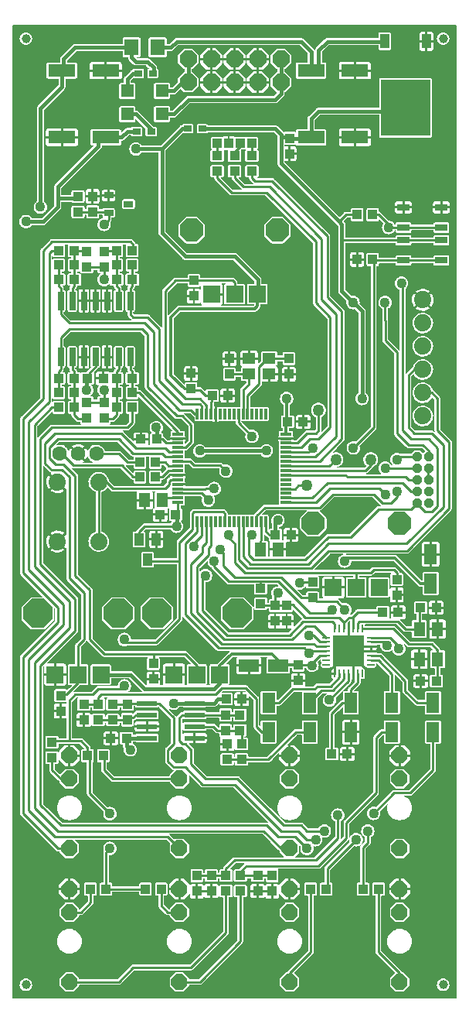
<source format=gbr>
%TF.GenerationSoftware,KiCad,Pcbnew,(6.0.11-0)*%
%TF.CreationDate,2023-05-26T18:45:56+02:00*%
%TF.ProjectId,warps,77617270-732e-46b6-9963-61645f706362,rev?*%
%TF.SameCoordinates,Original*%
%TF.FileFunction,Copper,L1,Top*%
%TF.FilePolarity,Positive*%
%FSLAX46Y46*%
G04 Gerber Fmt 4.6, Leading zero omitted, Abs format (unit mm)*
G04 Created by KiCad (PCBNEW (6.0.11-0)) date 2023-05-26 18:45:56*
%MOMM*%
%LPD*%
G01*
G04 APERTURE LIST*
G04 Aperture macros list*
%AMRoundRect*
0 Rectangle with rounded corners*
0 $1 Rounding radius*
0 $2 $3 $4 $5 $6 $7 $8 $9 X,Y pos of 4 corners*
0 Add a 4 corners polygon primitive as box body*
4,1,4,$2,$3,$4,$5,$6,$7,$8,$9,$2,$3,0*
0 Add four circle primitives for the rounded corners*
1,1,$1+$1,$2,$3*
1,1,$1+$1,$4,$5*
1,1,$1+$1,$6,$7*
1,1,$1+$1,$8,$9*
0 Add four rect primitives between the rounded corners*
20,1,$1+$1,$2,$3,$4,$5,0*
20,1,$1+$1,$4,$5,$6,$7,0*
20,1,$1+$1,$6,$7,$8,$9,0*
20,1,$1+$1,$8,$9,$2,$3,0*%
%AMOutline5P*
0 Free polygon, 5 corners , with rotation*
0 The origin of the aperture is its center*
0 number of corners: always 5*
0 $1 to $10 corner X, Y*
0 $11 Rotation angle, in degrees counterclockwise*
0 create outline with 5 corners*
4,1,5,$1,$2,$3,$4,$5,$6,$7,$8,$9,$10,$1,$2,$11*%
%AMOutline6P*
0 Free polygon, 6 corners , with rotation*
0 The origin of the aperture is its center*
0 number of corners: always 6*
0 $1 to $12 corner X, Y*
0 $13 Rotation angle, in degrees counterclockwise*
0 create outline with 6 corners*
4,1,6,$1,$2,$3,$4,$5,$6,$7,$8,$9,$10,$11,$12,$1,$2,$13*%
%AMOutline7P*
0 Free polygon, 7 corners , with rotation*
0 The origin of the aperture is its center*
0 number of corners: always 7*
0 $1 to $14 corner X, Y*
0 $15 Rotation angle, in degrees counterclockwise*
0 create outline with 7 corners*
4,1,7,$1,$2,$3,$4,$5,$6,$7,$8,$9,$10,$11,$12,$13,$14,$1,$2,$15*%
%AMOutline8P*
0 Free polygon, 8 corners , with rotation*
0 The origin of the aperture is its center*
0 number of corners: always 8*
0 $1 to $16 corner X, Y*
0 $17 Rotation angle, in degrees counterclockwise*
0 create outline with 8 corners*
4,1,8,$1,$2,$3,$4,$5,$6,$7,$8,$9,$10,$11,$12,$13,$14,$15,$16,$1,$2,$17*%
G04 Aperture macros list end*
%TA.AperFunction,SMDPad,CuDef*%
%ADD10R,1.350000X0.800000*%
%TD*%
%TA.AperFunction,SMDPad,CuDef*%
%ADD11R,1.000000X1.100000*%
%TD*%
%TA.AperFunction,SMDPad,CuDef*%
%ADD12R,2.200000X0.600000*%
%TD*%
%TA.AperFunction,SMDPad,CuDef*%
%ADD13R,1.100000X1.000000*%
%TD*%
%TA.AperFunction,SMDPad,CuDef*%
%ADD14R,3.000000X1.400000*%
%TD*%
%TA.AperFunction,SMDPad,CuDef*%
%ADD15RoundRect,0.635000X0.000000X0.000000X0.000000X0.000000X0.000000X0.000000X0.000000X0.000000X0*%
%TD*%
%TA.AperFunction,SMDPad,CuDef*%
%ADD16R,1.300000X1.600000*%
%TD*%
%TA.AperFunction,ComponentPad*%
%ADD17C,1.600000*%
%TD*%
%TA.AperFunction,ComponentPad*%
%ADD18Outline8P,-0.889000X0.368236X-0.368236X0.889000X0.368236X0.889000X0.889000X0.368236X0.889000X-0.368236X0.368236X-0.889000X-0.368236X-0.889000X-0.889000X-0.368236X180.000000*%
%TD*%
%TA.AperFunction,SMDPad,CuDef*%
%ADD19R,1.400000X1.400000*%
%TD*%
%TA.AperFunction,SMDPad,CuDef*%
%ADD20R,1.600000X1.803000*%
%TD*%
%TA.AperFunction,SMDPad,CuDef*%
%ADD21RoundRect,0.062500X-0.062500X0.337500X-0.062500X-0.337500X0.062500X-0.337500X0.062500X0.337500X0*%
%TD*%
%TA.AperFunction,SMDPad,CuDef*%
%ADD22RoundRect,0.062500X-0.337500X0.062500X-0.337500X-0.062500X0.337500X-0.062500X0.337500X0.062500X0*%
%TD*%
%TA.AperFunction,SMDPad,CuDef*%
%ADD23R,3.350000X3.350000*%
%TD*%
%TA.AperFunction,SMDPad,CuDef*%
%ADD24R,0.660400X2.032000*%
%TD*%
%TA.AperFunction,ComponentPad*%
%ADD25R,1.879600X1.879600*%
%TD*%
%TA.AperFunction,ComponentPad*%
%ADD26Outline8P,-1.587500X0.657564X-0.657564X1.587500X0.657564X1.587500X1.587500X0.657564X1.587500X-0.657564X0.657564X-1.587500X-0.657564X-1.587500X-1.587500X-0.657564X90.000000*%
%TD*%
%TA.AperFunction,SMDPad,CuDef*%
%ADD27RoundRect,0.500000X0.000000X0.000000X0.000000X0.000000X0.000000X0.000000X0.000000X0.000000X0*%
%TD*%
%TA.AperFunction,SMDPad,CuDef*%
%ADD28R,1.300000X1.500000*%
%TD*%
%TA.AperFunction,SMDPad,CuDef*%
%ADD29R,1.400000X1.200000*%
%TD*%
%TA.AperFunction,SMDPad,CuDef*%
%ADD30R,1.400000X2.200000*%
%TD*%
%TA.AperFunction,SMDPad,CuDef*%
%ADD31R,2.200000X1.400000*%
%TD*%
%TA.AperFunction,ComponentPad*%
%ADD32Outline8P,-1.270000X0.526051X-0.526051X1.270000X0.526051X1.270000X1.270000X0.526051X1.270000X-0.526051X0.526051X-1.270000X-0.526051X-1.270000X-1.270000X-0.526051X90.000000*%
%TD*%
%TA.AperFunction,SMDPad,CuDef*%
%ADD33R,1.000000X1.400000*%
%TD*%
%TA.AperFunction,SMDPad,CuDef*%
%ADD34R,1.000000X0.700000*%
%TD*%
%TA.AperFunction,ComponentPad*%
%ADD35R,1.006400X1.006400*%
%TD*%
%TA.AperFunction,ComponentPad*%
%ADD36C,1.879600*%
%TD*%
%TA.AperFunction,SMDPad,CuDef*%
%ADD37R,0.850000X0.700000*%
%TD*%
%TA.AperFunction,SMDPad,CuDef*%
%ADD38R,0.300000X1.200000*%
%TD*%
%TA.AperFunction,SMDPad,CuDef*%
%ADD39R,1.200000X0.300000*%
%TD*%
%TA.AperFunction,SMDPad,CuDef*%
%ADD40R,1.000000X1.600000*%
%TD*%
%TA.AperFunction,SMDPad,CuDef*%
%ADD41R,5.400000X6.200000*%
%TD*%
%TA.AperFunction,ComponentPad*%
%ADD42Outline8P,-0.533400X0.220942X-0.220942X0.533400X0.220942X0.533400X0.533400X0.220942X0.533400X-0.220942X0.220942X-0.533400X-0.220942X-0.533400X-0.533400X-0.220942X270.000000*%
%TD*%
%TA.AperFunction,ComponentPad*%
%ADD43Outline8P,-0.939800X0.389278X-0.389278X0.939800X0.389278X0.939800X0.939800X0.389278X0.939800X-0.389278X0.389278X-0.939800X-0.389278X-0.939800X-0.939800X-0.389278X0.000000*%
%TD*%
%TA.AperFunction,ViaPad*%
%ADD44C,1.108000*%
%TD*%
%TA.AperFunction,Conductor*%
%ADD45C,0.250000*%
%TD*%
%TA.AperFunction,Conductor*%
%ADD46C,0.254000*%
%TD*%
%TA.AperFunction,Conductor*%
%ADD47C,0.406400*%
%TD*%
%TA.AperFunction,Conductor*%
%ADD48C,0.304800*%
%TD*%
G04 APERTURE END LIST*
D10*
%TO.P,SW1,A,P*%
%TO.N,GND*%
X171175000Y-71700000D03*
%TO.P,SW1,A',P1*%
X167025000Y-71700000D03*
%TO.P,SW1,B,S*%
%TO.N,/warps_2/RESET*%
X171175000Y-73900000D03*
%TO.P,SW1,B',S1*%
X167025000Y-73900000D03*
%TD*%
D11*
%TO.P,C38,1,1*%
%TO.N,Net-(C38-Pad1)*%
X147500000Y-128925000D03*
%TO.P,C38,2,2*%
%TO.N,Net-(C38-Pad2)*%
X147500000Y-127225000D03*
%TD*%
D12*
%TO.P,IC6,1,OUT*%
%TO.N,Net-(C35-Pad2)*%
X138916100Y-125958600D03*
%TO.P,IC6,2,-IN*%
%TO.N,Net-(C35-Pad1)*%
X138916100Y-127228600D03*
%TO.P,IC6,3,+IN*%
%TO.N,GND*%
X138916100Y-128498600D03*
%TO.P,IC6,4,V-*%
%TO.N,VEE*%
X138916100Y-129768600D03*
%TO.P,IC6,5,+IN*%
%TO.N,GND*%
X144116100Y-129768600D03*
%TO.P,IC6,6,-IN*%
%TO.N,Net-(C38-Pad1)*%
X144116100Y-128498600D03*
%TO.P,IC6,7,OUT*%
%TO.N,Net-(C38-Pad2)*%
X144116100Y-127228600D03*
%TO.P,IC6,8,V+*%
%TO.N,VCC*%
X144116100Y-125958600D03*
%TD*%
D13*
%TO.P,C20,1,1*%
%TO.N,+3V3*%
X142048600Y-105321100D03*
%TO.P,C20,2,2*%
%TO.N,GND*%
X140348600Y-105321100D03*
%TD*%
%TO.P,R25,1,1*%
%TO.N,/warps_2/I2C_SDA*%
X151358500Y-113361000D03*
%TO.P,R25,2,2*%
%TO.N,+3V3*%
X151358500Y-115061000D03*
%TD*%
%TO.P,R20,1,1*%
%TO.N,Net-(C14-Pad1)*%
X134213600Y-94741100D03*
%TO.P,R20,2,2*%
%TO.N,AREF_-10*%
X134213600Y-93041100D03*
%TD*%
D14*
%TO.P,C1,+,+*%
%TO.N,VCC*%
X129591100Y-56743600D03*
%TO.P,C1,-,-*%
%TO.N,GND*%
X134391100Y-56743600D03*
%TD*%
D11*
%TO.P,C5,1,1*%
%TO.N,+3V3*%
X154533600Y-64148600D03*
%TO.P,C5,2,2*%
%TO.N,GND*%
X154533600Y-65848600D03*
%TD*%
%TO.P,C10,1,1*%
%TO.N,GND*%
X147947309Y-88250000D03*
%TO.P,C10,2,2*%
%TO.N,Net-(C10-Pad2)*%
X147947309Y-89950000D03*
%TD*%
%TO.P,R18,1,1*%
%TO.N,Net-(C14-Pad1)*%
X135586100Y-93573600D03*
%TO.P,R18,2,2*%
%TO.N,Net-(J4-PadP3)*%
X137286100Y-93573600D03*
%TD*%
D15*
%TO.P,TP2,P$1,1*%
%TO.N,Net-(IC4-Pad57)*%
X159613600Y-99288600D03*
%TD*%
D16*
%TO.P,Q2,1,1*%
%TO.N,Net-(C26-Pad2)*%
X168750000Y-117850000D03*
%TO.P,Q2,2,2*%
%TO.N,GND*%
X168750000Y-121150000D03*
%TO.P,Q2,3,3*%
%TO.N,Net-(C41-Pad2)*%
X170750000Y-121150000D03*
%TO.P,Q2,4,4*%
%TO.N,GND*%
X170750000Y-117850000D03*
%TD*%
D17*
%TO.P,LED2,1,GRN*%
%TO.N,Net-(LED2-Pad1)*%
X129356100Y-98653600D03*
%TO.P,LED2,2,C*%
%TO.N,GND*%
X131356100Y-98653600D03*
%TO.P,LED2,3,RED*%
%TO.N,Net-(LED2-Pad3)*%
X133356100Y-98653600D03*
%TD*%
D13*
%TO.P,R32,1,1*%
%TO.N,NORMALIZATION_PROBE*%
X128498600Y-130188600D03*
%TO.P,R32,2,2*%
%TO.N,Net-(J1-PadP2)*%
X128498600Y-131888600D03*
%TD*%
%TO.P,R6,1,1*%
%TO.N,VEE*%
X131356100Y-70498600D03*
%TO.P,R6,2,2*%
%TO.N,AREF_-10*%
X131356100Y-72198600D03*
%TD*%
D15*
%TO.P,TP1,P$1,1*%
%TO.N,Net-(IC4-Pad62)*%
X157708600Y-93891100D03*
%TD*%
D18*
%TO.P,J2,P1,1*%
%TO.N,GND*%
X142468600Y-131673600D03*
%TO.P,J2,P2,2*%
%TO.N,Net-(J2-PadP2)*%
X142468600Y-134213600D03*
%TO.P,J2,P3,3*%
%TO.N,Net-(J2-PadP3)*%
X142468600Y-141833600D03*
%TD*%
D11*
%TO.P,R9,1,1*%
%TO.N,Net-(C8-Pad1)*%
X135586100Y-76428600D03*
%TO.P,R9,2,2*%
%TO.N,Net-(J1-PadP3)*%
X137286100Y-76428600D03*
%TD*%
D19*
%TO.P,D2,A,A*%
%TO.N,Net-(D2-PadA)*%
X136758600Y-61506100D03*
%TO.P,D2,C,C*%
%TO.N,Net-(D2-PadC)*%
X140558600Y-61506100D03*
%TD*%
D11*
%TO.P,C31,1,1*%
%TO.N,/warps_2/LEVEL_2_POT*%
X139611100Y-121616100D03*
%TO.P,C31,2,2*%
%TO.N,GND*%
X139611100Y-123316100D03*
%TD*%
D13*
%TO.P,R5,1,1*%
%TO.N,/warps_2/LED_G*%
X150406100Y-67753600D03*
%TO.P,R5,2,2*%
%TO.N,Net-(LED1-PadGRN)*%
X150406100Y-66053600D03*
%TD*%
D20*
%TO.P,R1,1,1*%
%TO.N,Net-(C2-Pad+)*%
X140080600Y-54203600D03*
%TO.P,R1,2,2*%
%TO.N,VCC*%
X137236600Y-54203600D03*
%TD*%
D21*
%TO.P,IC5,1,XTI/MCLK*%
%TO.N,Net-(C41-Pad2)*%
X162500000Y-117800000D03*
%TO.P,IC5,2,XTO*%
%TO.N,Net-(C26-Pad2)*%
X162000000Y-117800000D03*
%TO.P,IC5,3,DCVDD*%
%TO.N,+3V3*%
X161500000Y-117800000D03*
%TO.P,IC5,4,DGND*%
%TO.N,GND*%
X161000000Y-117800000D03*
%TO.P,IC5,5,DBVDD*%
%TO.N,+3V3*%
X160500000Y-117800000D03*
%TO.P,IC5,6,CLKOUT*%
%TO.N,unconnected-(IC5-Pad6)*%
X160000000Y-117800000D03*
%TO.P,IC5,7,BCLK*%
%TO.N,/warps_2/I2S_SCK*%
X159500000Y-117800000D03*
D22*
%TO.P,IC5,8,DACDAT*%
%TO.N,/warps_2/I2S_SOUT*%
X158550000Y-118750000D03*
%TO.P,IC5,9,DACLRC*%
%TO.N,/warps_2/I2S_LRCK*%
X158550000Y-119250000D03*
%TO.P,IC5,10,ADCDAT*%
%TO.N,/warps_2/I2S_SIN*%
X158550000Y-119750000D03*
%TO.P,IC5,11,ADCLRC*%
%TO.N,/warps_2/I2S_LRCK*%
X158550000Y-120250000D03*
%TO.P,IC5,12,HPVDD*%
%TO.N,+3V3_A*%
X158550000Y-120750000D03*
%TO.P,IC5,13,LHPOUT*%
%TO.N,unconnected-(IC5-Pad13)*%
X158550000Y-121250000D03*
%TO.P,IC5,14,RHPOUT*%
%TO.N,unconnected-(IC5-Pad14)*%
X158550000Y-121750000D03*
D21*
%TO.P,IC5,15,HPGND*%
%TO.N,GND*%
X159500000Y-122700000D03*
%TO.P,IC5,16,LOUT*%
%TO.N,MOD_OUT*%
X160000000Y-122700000D03*
%TO.P,IC5,17,ROUT*%
%TO.N,AUX_OUT*%
X160500000Y-122700000D03*
%TO.P,IC5,18,AVDD*%
%TO.N,+3V3_A*%
X161000000Y-122700000D03*
%TO.P,IC5,19,AGND*%
%TO.N,GND*%
X161500000Y-122700000D03*
%TO.P,IC5,20,VMID*%
%TO.N,Net-(C36-Pad+)*%
X162000000Y-122700000D03*
%TO.P,IC5,21,MICBIAS*%
%TO.N,unconnected-(IC5-Pad21)*%
X162500000Y-122700000D03*
D22*
%TO.P,IC5,22,MICIN*%
%TO.N,unconnected-(IC5-Pad22)*%
X163450000Y-121750000D03*
%TO.P,IC5,23,RLINEIN*%
%TO.N,IN_2*%
X163450000Y-121250000D03*
%TO.P,IC5,24,LLINEIN*%
%TO.N,IN_1*%
X163450000Y-120750000D03*
%TO.P,IC5,25,MODE*%
%TO.N,GND*%
X163450000Y-120250000D03*
%TO.P,IC5,26,CSB*%
X163450000Y-119750000D03*
%TO.P,IC5,27,SDIN*%
%TO.N,/warps_2/I2C_SDA*%
X163450000Y-119250000D03*
%TO.P,IC5,28,SCLK*%
%TO.N,/warps_2/I2C_SCL*%
X163450000Y-118750000D03*
D23*
%TO.P,IC5,29,PAD*%
%TO.N,GND*%
X161000000Y-120250000D03*
%TD*%
D13*
%TO.P,C26,1,1*%
%TO.N,GND*%
X170600000Y-115500000D03*
%TO.P,C26,2,2*%
%TO.N,Net-(C26-Pad2)*%
X168900000Y-115500000D03*
%TD*%
%TO.P,C40,1,1*%
%TO.N,GND*%
X134951100Y-129768600D03*
%TO.P,C40,2,2*%
%TO.N,VEE*%
X136651100Y-129768600D03*
%TD*%
D18*
%TO.P,J3,P1,1*%
%TO.N,GND*%
X154533600Y-131673600D03*
%TO.P,J3,P2,2*%
%TO.N,unconnected-(J3-PadP2)*%
X154533600Y-134213600D03*
%TO.P,J3,P3,3*%
%TO.N,Net-(J3-PadP3)*%
X154533600Y-141833600D03*
%TD*%
D13*
%TO.P,R33,1,1*%
%TO.N,GND*%
X147700000Y-130400000D03*
%TO.P,R33,2,2*%
%TO.N,Net-(C39-Pad-)*%
X147700000Y-132100000D03*
%TD*%
%TO.P,C21,1,1*%
%TO.N,+3V3*%
X152985100Y-107543600D03*
%TO.P,C21,2,2*%
%TO.N,GND*%
X154685100Y-107543600D03*
%TD*%
%TO.P,R30,1,1*%
%TO.N,Net-(C35-Pad2)*%
X135166100Y-126061100D03*
%TO.P,R30,2,2*%
%TO.N,Net-(C35-Pad1)*%
X135166100Y-127761100D03*
%TD*%
%TO.P,C42,1,1*%
%TO.N,Net-(C36-Pad+)*%
X159150000Y-131500000D03*
%TO.P,C42,2,2*%
%TO.N,GND*%
X160850000Y-131500000D03*
%TD*%
D11*
%TO.P,C15,1,1*%
%TO.N,+3V3_A*%
X143738600Y-91566100D03*
%TO.P,C15,2,2*%
%TO.N,GND*%
X143738600Y-89866100D03*
%TD*%
%TO.P,R16,1,1*%
%TO.N,PARAMETER_CV*%
X137286100Y-91986100D03*
%TO.P,R16,2,2*%
%TO.N,Net-(C14-Pad1)*%
X135586100Y-91986100D03*
%TD*%
%TO.P,C30,1,1*%
%TO.N,+3V3_A*%
X155500000Y-121750000D03*
%TO.P,C30,2,2*%
%TO.N,GND*%
X155500000Y-123450000D03*
%TD*%
D13*
%TO.P,C24,1,1*%
%TO.N,+3V3*%
X164750000Y-116000000D03*
%TO.P,C24,2,2*%
%TO.N,GND*%
X166450000Y-116000000D03*
%TD*%
%TO.P,C14,1,1*%
%TO.N,Net-(C14-Pad1)*%
X135586100Y-90398600D03*
%TO.P,C14,2,2*%
%TO.N,PARAMETER_CV*%
X137286100Y-90398600D03*
%TD*%
D24*
%TO.P,IC3,1,OUT*%
%TO.N,ALGORITHM_CV*%
X129451100Y-88074500D03*
%TO.P,IC3,2,-IN*%
%TO.N,Net-(C12-Pad1)*%
X130721100Y-88074500D03*
%TO.P,IC3,3,+IN*%
%TO.N,GND*%
X131991100Y-88074500D03*
%TO.P,IC3,4,V+*%
%TO.N,+3V3_A*%
X133261100Y-88074500D03*
%TO.P,IC3,5,+IN*%
%TO.N,GND*%
X134531100Y-88074500D03*
%TO.P,IC3,6,-IN*%
%TO.N,Net-(C14-Pad1)*%
X135801100Y-88074500D03*
%TO.P,IC3,7,OUT*%
%TO.N,PARAMETER_CV*%
X137071100Y-88074500D03*
%TO.P,IC3,8,OUT*%
%TO.N,LEVEL_1_CV*%
X137071100Y-81927700D03*
%TO.P,IC3,9,-IN*%
%TO.N,Net-(C8-Pad1)*%
X135801100Y-81927700D03*
%TO.P,IC3,10,+IN*%
%TO.N,GND*%
X134531100Y-81927700D03*
%TO.P,IC3,11,V-*%
X133261100Y-81927700D03*
%TO.P,IC3,12,+IN*%
X131991100Y-81927700D03*
%TO.P,IC3,13,-IN*%
%TO.N,Net-(C7-Pad1)*%
X130721100Y-81927700D03*
%TO.P,IC3,14,OUT*%
%TO.N,LEVEL_2_CV*%
X129451100Y-81927700D03*
%TD*%
D11*
%TO.P,C25,1,1*%
%TO.N,/warps_2/PARAMETER_POT*%
X166281100Y-112408600D03*
%TO.P,C25,2,2*%
%TO.N,GND*%
X166281100Y-114108600D03*
%TD*%
D13*
%TO.P,C41,1,1*%
%TO.N,GND*%
X168900000Y-123500000D03*
%TO.P,C41,2,2*%
%TO.N,Net-(C41-Pad2)*%
X170600000Y-123500000D03*
%TD*%
D14*
%TO.P,C4,+,+*%
%TO.N,+3V3*%
X156896100Y-64046100D03*
%TO.P,C4,-,-*%
%TO.N,GND*%
X161696100Y-64046100D03*
%TD*%
D13*
%TO.P,R24,1,1*%
%TO.N,/warps_2/I2C_SCL*%
X157073700Y-114426000D03*
%TO.P,R24,2,2*%
%TO.N,+3V3*%
X157073700Y-112726000D03*
%TD*%
%TO.P,R31,1,1*%
%TO.N,Net-(C38-Pad2)*%
X149087500Y-127225000D03*
%TO.P,R31,2,2*%
%TO.N,Net-(C38-Pad1)*%
X149087500Y-128925000D03*
%TD*%
D25*
%TO.P,R26,P$1,E*%
%TO.N,+3V3_A*%
X133856100Y-122816100D03*
%TO.P,R26,P$2,S*%
%TO.N,/warps_2/LEVEL_1_POT*%
X131356100Y-122816100D03*
%TO.P,R26,P$3,A*%
%TO.N,GND*%
X128856100Y-122816100D03*
D26*
%TO.P,R26,P$4*%
%TO.N,N/C*%
X135756100Y-116116100D03*
%TO.P,R26,P$5*%
X126956100Y-116116100D03*
%TD*%
D27*
%TO.P,F4,1*%
%TO.N,N/C*%
X171361100Y-156756100D03*
%TD*%
D11*
%TO.P,R2,1,1*%
%TO.N,/warps_2/RESET*%
X163650000Y-72500000D03*
%TO.P,R2,2,2*%
%TO.N,+3V3*%
X161950000Y-72500000D03*
%TD*%
D18*
%TO.P,J6,P1,1*%
%TO.N,GND*%
X142468600Y-146278600D03*
%TO.P,J6,P2,2*%
%TO.N,Net-(J6-PadP2)*%
X142468600Y-148818600D03*
%TO.P,J6,P3,3*%
%TO.N,Net-(J6-PadP3)*%
X142468600Y-156438600D03*
%TD*%
D11*
%TO.P,R41,1,1*%
%TO.N,Net-(J6-PadP2)*%
X140461100Y-146278600D03*
%TO.P,R41,2,2*%
%TO.N,NORMALIZATION_PROBE*%
X138761100Y-146278600D03*
%TD*%
D13*
%TO.P,C34,1,1*%
%TO.N,VCC*%
X147602500Y-125500000D03*
%TO.P,C34,2,2*%
%TO.N,GND*%
X149302500Y-125500000D03*
%TD*%
D11*
%TO.P,R43,1,1*%
%TO.N,Net-(J8-PadP3)*%
X164273600Y-146278600D03*
%TO.P,R43,2,2*%
%TO.N,Net-(C38-Pad2)*%
X162573600Y-146278600D03*
%TD*%
D13*
%TO.P,C13,1,1*%
%TO.N,+3V3_A*%
X132411100Y-90398600D03*
%TO.P,C13,2,2*%
%TO.N,GND*%
X134111100Y-90398600D03*
%TD*%
D11*
%TO.P,R17,1,1*%
%TO.N,Net-(C12-Pad1)*%
X130936100Y-93573600D03*
%TO.P,R17,2,2*%
%TO.N,Net-(J3-PadP3)*%
X129236100Y-93573600D03*
%TD*%
D28*
%TO.P,C19,1,1*%
%TO.N,Net-(C19-Pad1)*%
X140561100Y-103733600D03*
%TO.P,C19,2,2*%
%TO.N,GND*%
X138661100Y-103733600D03*
%TD*%
D13*
%TO.P,C12,1,1*%
%TO.N,Net-(C12-Pad1)*%
X130936100Y-90398600D03*
%TO.P,C12,2,2*%
%TO.N,ALGORITHM_CV*%
X129236100Y-90398600D03*
%TD*%
%TO.P,R37,1,1*%
%TO.N,Net-(C37-Pad-)*%
X147548600Y-144793600D03*
%TO.P,R37,2,2*%
%TO.N,Net-(J5-PadP3)*%
X147548600Y-146493600D03*
%TD*%
D28*
%TO.P,C22,1,1*%
%TO.N,Net-(C22-Pad1)*%
X151361100Y-109131100D03*
%TO.P,C22,2,2*%
%TO.N,GND*%
X153261100Y-109131100D03*
%TD*%
D11*
%TO.P,R8,1,1*%
%TO.N,Net-(C7-Pad1)*%
X130936100Y-76428600D03*
%TO.P,R8,2,2*%
%TO.N,Net-(J2-PadP3)*%
X129236100Y-76428600D03*
%TD*%
D29*
%TO.P,Q1,1,1*%
%TO.N,Net-(C10-Pad2)*%
X150100000Y-89932843D03*
%TO.P,Q1,2,2*%
%TO.N,GND*%
X152300000Y-89932843D03*
%TO.P,Q1,3,3*%
%TO.N,Net-(C11-Pad2)*%
X152300000Y-88232843D03*
%TO.P,Q1,4,4*%
%TO.N,GND*%
X150100000Y-88232843D03*
%TD*%
D30*
%TO.P,C39,+,+*%
%TO.N,AUX_OUT*%
X156750000Y-125900000D03*
%TO.P,C39,-,-*%
%TO.N,Net-(C39-Pad-)*%
X156750000Y-129100000D03*
%TD*%
D14*
%TO.P,C2,+,+*%
%TO.N,Net-(C2-Pad+)*%
X156896100Y-56743600D03*
%TO.P,C2,-,-*%
%TO.N,GND*%
X161696100Y-56743600D03*
%TD*%
D11*
%TO.P,R12,1,1*%
%TO.N,LEVEL_2_CV*%
X129236100Y-78016100D03*
%TO.P,R12,2,2*%
%TO.N,Net-(C7-Pad1)*%
X130936100Y-78016100D03*
%TD*%
%TO.P,C44,1,1*%
%TO.N,Net-(C37-Pad-)*%
X144373600Y-144793600D03*
%TO.P,C44,2,2*%
%TO.N,GND*%
X144373600Y-146493600D03*
%TD*%
%TO.P,C27,1,1*%
%TO.N,+3V3*%
X152946100Y-115266100D03*
%TO.P,C27,2,2*%
%TO.N,GND*%
X152946100Y-116966100D03*
%TD*%
D18*
%TO.P,J1,P1,1*%
%TO.N,GND*%
X130403600Y-131673600D03*
%TO.P,J1,P2,2*%
%TO.N,Net-(J1-PadP2)*%
X130403600Y-134213600D03*
%TO.P,J1,P3,3*%
%TO.N,Net-(J1-PadP3)*%
X130403600Y-141833600D03*
%TD*%
D13*
%TO.P,R38,1,1*%
%TO.N,Net-(C43-Pad-)*%
X149136100Y-144793600D03*
%TO.P,R38,2,2*%
%TO.N,Net-(J6-PadP3)*%
X149136100Y-146493600D03*
%TD*%
D11*
%TO.P,C45,1,1*%
%TO.N,Net-(C43-Pad-)*%
X152628600Y-144793600D03*
%TO.P,C45,2,2*%
%TO.N,GND*%
X152628600Y-146493600D03*
%TD*%
D13*
%TO.P,C17,1,1*%
%TO.N,+3V3*%
X154318600Y-95161000D03*
%TO.P,C17,2,2*%
%TO.N,GND*%
X156018600Y-95161000D03*
%TD*%
D31*
%TO.P,C29,+,+*%
%TO.N,+3V3_A*%
X153276100Y-121831100D03*
%TO.P,C29,-,-*%
%TO.N,GND*%
X150076100Y-121831100D03*
%TD*%
D11*
%TO.P,R35,1,1*%
%TO.N,NORMALIZATION_PROBE*%
X132411100Y-131673600D03*
%TO.P,R35,2,2*%
%TO.N,Net-(J2-PadP2)*%
X134111100Y-131673600D03*
%TD*%
D25*
%TO.P,R23,P$1,E*%
%TO.N,+3V3_A*%
X164336100Y-113273600D03*
%TO.P,R23,P$2,S*%
%TO.N,/warps_2/PARAMETER_POT*%
X161836100Y-113273600D03*
%TO.P,R23,P$3,A*%
%TO.N,GND*%
X159336100Y-113273600D03*
D32*
%TO.P,R23,P$4*%
%TO.N,N/C*%
X166536100Y-106273600D03*
%TO.P,R23,P$5*%
X157136100Y-106273600D03*
%TD*%
D13*
%TO.P,R34,1,1*%
%TO.N,Net-(C38-Pad1)*%
X149287500Y-130400000D03*
%TO.P,R34,2,2*%
%TO.N,Net-(C39-Pad-)*%
X149287500Y-132100000D03*
%TD*%
D11*
%TO.P,C6,1,1*%
%TO.N,AREF_-10*%
X132943600Y-72198600D03*
%TO.P,C6,2,2*%
%TO.N,GND*%
X132943600Y-70498600D03*
%TD*%
%TO.P,C11,1,1*%
%TO.N,GND*%
X154452691Y-89950000D03*
%TO.P,C11,2,2*%
%TO.N,Net-(C11-Pad2)*%
X154452691Y-88250000D03*
%TD*%
D15*
%TO.P,TP4,P$1,1*%
%TO.N,Net-(IC4-Pad52)*%
X156438600Y-102146100D03*
%TD*%
D18*
%TO.P,J7,P1,1*%
%TO.N,GND*%
X154533600Y-146278600D03*
%TO.P,J7,P2,2*%
%TO.N,unconnected-(J7-PadP2)*%
X154533600Y-148818600D03*
%TO.P,J7,P3,3*%
%TO.N,Net-(J7-PadP3)*%
X154533600Y-156438600D03*
%TD*%
D30*
%TO.P,C23,+,+*%
%TO.N,+3V3*%
X170000000Y-112850000D03*
%TO.P,C23,-,-*%
%TO.N,GND*%
X170000000Y-109650000D03*
%TD*%
D33*
%TO.P,D3,1,A*%
%TO.N,GND*%
X139926100Y-108031100D03*
%TO.P,D3,2,C*%
%TO.N,+3V3*%
X138026100Y-108031100D03*
%TO.P,D3,3,AC*%
%TO.N,NORMALIZATION_PROBE*%
X138976100Y-110231100D03*
%TD*%
D11*
%TO.P,R42,1,1*%
%TO.N,Net-(J7-PadP3)*%
X156858600Y-146278600D03*
%TO.P,R42,2,2*%
%TO.N,Net-(C35-Pad2)*%
X158558600Y-146278600D03*
%TD*%
D13*
%TO.P,R28,1,1*%
%TO.N,GND*%
X131991100Y-127761100D03*
%TO.P,R28,2,2*%
%TO.N,Net-(C32-Pad-)*%
X131991100Y-126061100D03*
%TD*%
D34*
%TO.P,IC2,1,C*%
%TO.N,GND*%
X134701100Y-70398600D03*
%TO.P,IC2,2,A*%
%TO.N,AREF_-10*%
X134701100Y-72298600D03*
%TO.P,IC2,3*%
%TO.N,N/C*%
X136901100Y-71348600D03*
%TD*%
D18*
%TO.P,J4,P1,1*%
%TO.N,GND*%
X166598600Y-131673600D03*
%TO.P,J4,P2,2*%
%TO.N,unconnected-(J4-PadP2)*%
X166598600Y-134213600D03*
%TO.P,J4,P3,3*%
%TO.N,Net-(J4-PadP3)*%
X166598600Y-141833600D03*
%TD*%
D15*
%TO.P,TP3,P$1,1*%
%TO.N,Net-(IC4-Pad56)*%
X163423600Y-99288600D03*
%TD*%
D13*
%TO.P,R10,1,1*%
%TO.N,Net-(C7-Pad1)*%
X132308600Y-76531100D03*
%TO.P,R10,2,2*%
%TO.N,AREF_-10*%
X132308600Y-78231100D03*
%TD*%
D35*
%TO.P,LED1,BLU,BLU*%
%TO.N,Net-(LED1-PadBLU)*%
X149136100Y-64681100D03*
%TO.P,LED1,GND,C*%
%TO.N,GND*%
X147866100Y-64681100D03*
%TO.P,LED1,GRN,GRN*%
%TO.N,Net-(LED1-PadGRN)*%
X150406100Y-64681100D03*
%TO.P,LED1,RED,RED*%
%TO.N,Net-(LED1-PadRED)*%
X146596100Y-64681100D03*
%TD*%
D13*
%TO.P,C18,1,1*%
%TO.N,+3V3*%
X139953100Y-97066000D03*
%TO.P,C18,2,2*%
%TO.N,GND*%
X138253100Y-97066000D03*
%TD*%
D18*
%TO.P,J5,P1,1*%
%TO.N,GND*%
X130403600Y-146278600D03*
%TO.P,J5,P2,2*%
%TO.N,Net-(J5-PadP2)*%
X130403600Y-148818600D03*
%TO.P,J5,P3,3*%
%TO.N,Net-(J5-PadP3)*%
X130403600Y-156438600D03*
%TD*%
D14*
%TO.P,C3,+,+*%
%TO.N,GND*%
X129591100Y-64046100D03*
%TO.P,C3,-,-*%
%TO.N,VEE*%
X134391100Y-64046100D03*
%TD*%
D11*
%TO.P,C9,1,1*%
%TO.N,/warps_2/ALGORITHM_POT*%
X144056100Y-79706100D03*
%TO.P,C9,2,2*%
%TO.N,GND*%
X144056100Y-81406100D03*
%TD*%
%TO.P,R15,1,1*%
%TO.N,ALGORITHM_CV*%
X129236100Y-91986100D03*
%TO.P,R15,2,2*%
%TO.N,Net-(C12-Pad1)*%
X130936100Y-91986100D03*
%TD*%
D36*
%TO.P,SW3,1,1*%
%TO.N,GND*%
X129095500Y-108254800D03*
%TO.P,SW3,2,2*%
X129095500Y-101752400D03*
%TO.P,SW3,3,3*%
%TO.N,/warps_2/SW_CARRIER*%
X133616700Y-108254800D03*
%TO.P,SW3,4,4*%
X133616700Y-101752400D03*
%TD*%
D37*
%TO.P,L2,1,1*%
%TO.N,+3V3*%
X144956100Y-63093600D03*
%TO.P,L2,2,2*%
%TO.N,+3V3_A*%
X143356100Y-63093600D03*
%TD*%
D38*
%TO.P,IC4,1,VBAT*%
%TO.N,VBAT*%
X151933600Y-94304700D03*
%TO.P,IC4,2,PC13-TAMPER-RTC*%
%TO.N,unconnected-(IC4-Pad2)*%
X151433600Y-94304700D03*
%TO.P,IC4,3,PC14/OSC32_IN*%
%TO.N,unconnected-(IC4-Pad3)*%
X150933600Y-94304700D03*
%TO.P,IC4,4,PC15/OSC_OUT*%
%TO.N,unconnected-(IC4-Pad4)*%
X150433600Y-94304700D03*
%TO.P,IC4,5,PD0/OSC_IN*%
%TO.N,Net-(C11-Pad2)*%
X149933600Y-94304700D03*
%TO.P,IC4,6,PD1/OSC_OUT*%
%TO.N,Net-(C10-Pad2)*%
X149433600Y-94304700D03*
%TO.P,IC4,7,NRST*%
%TO.N,/warps_2/RESET*%
X148933600Y-94304700D03*
%TO.P,IC4,8,PC0/ADC10*%
%TO.N,unconnected-(IC4-Pad8)*%
X148433600Y-94304700D03*
%TO.P,IC4,9,PC1/ADC11*%
%TO.N,unconnected-(IC4-Pad9)*%
X147933600Y-94304700D03*
%TO.P,IC4,10,PC2/SPI2_MISO/ADC12*%
%TO.N,unconnected-(IC4-Pad10)*%
X147433600Y-94304700D03*
%TO.P,IC4,11,PC3/SPI2_MOSI/I2S2_SD/ADC13*%
%TO.N,unconnected-(IC4-Pad11)*%
X146933600Y-94304700D03*
%TO.P,IC4,12,VSSA*%
%TO.N,GND*%
X146433600Y-94304700D03*
%TO.P,IC4,13,VDDA*%
%TO.N,+3V3_A*%
X145933600Y-94304700D03*
%TO.P,IC4,14,PA0-WKUP/USART2_CTS/UART4_TX/ADC0/TIM2_CH1_ETR*%
%TO.N,/warps_2/ALGORITHM_POT*%
X145433600Y-94304700D03*
%TO.P,IC4,15,PA1/USART2_RTS/UART4_RX/ADC1/TIM2_CH2*%
%TO.N,LEVEL_1_CV*%
X144933600Y-94304700D03*
%TO.P,IC4,16,PA2/USART2_TX/ADC2/TIM2_CH3*%
%TO.N,LEVEL_2_CV*%
X144433600Y-94304700D03*
D39*
%TO.P,IC4,17,PA3/USART2_RX/ADC3/TIM2_CH4*%
%TO.N,PARAMETER_CV*%
X142272600Y-96491100D03*
%TO.P,IC4,18,VSS_4*%
%TO.N,GND*%
X142272600Y-96991100D03*
%TO.P,IC4,19,VDD_4*%
%TO.N,+3V3*%
X142272600Y-97491100D03*
%TO.P,IC4,20,PA4/SPI1_NSS/SPI3_NSS/USART2_CK/I2S3_WS/ADC4/DAC1*%
%TO.N,ALGORITHM_CV*%
X142272600Y-97991100D03*
%TO.P,IC4,21,PA5/SPI1_SCK/ADC5/DAC2*%
%TO.N,/warps_2/LEVEL_1_POT*%
X142272600Y-98491100D03*
%TO.P,IC4,22,PA6/SPI1_MISO/ADC6/TIM3_CH1*%
%TO.N,/warps_2/LEVEL_2_POT*%
X142272600Y-98991100D03*
%TO.P,IC4,23,PA7/SPI1_MOSI/ADC7/TIM3_CH2*%
%TO.N,/warps_2/PARAMETER_POT*%
X142272600Y-99491100D03*
%TO.P,IC4,24,PC4/ADC14*%
%TO.N,/warps_2/LED_CARRIER_R*%
X142272600Y-99991100D03*
%TO.P,IC4,25,PC5/ADC15*%
%TO.N,/warps_2/LED_CARRIER_G*%
X142272600Y-100491100D03*
%TO.P,IC4,26,PB0/ADC8/TIM3_CH3*%
%TO.N,GND*%
X142272600Y-100991100D03*
%TO.P,IC4,27,PB1/ADC9/TIM3_CH4*%
%TO.N,/warps_2/SW_CARRIER*%
X142272600Y-101491100D03*
%TO.P,IC4,28,PB2/BOOT1*%
%TO.N,GND*%
X142272600Y-101991100D03*
%TO.P,IC4,29,PB10/SPI2_SCK/I2S_SCK/I2C2_SCL/USART3_TX*%
%TO.N,/warps_2/I2C_SCL*%
X142272600Y-102491100D03*
%TO.P,IC4,30,PB11/I2C2_SDA/USART3_RX*%
%TO.N,/warps_2/I2C_SDA*%
X142272600Y-102991100D03*
%TO.P,IC4,31,VCAP_1*%
%TO.N,Net-(C19-Pad1)*%
X142272600Y-103491100D03*
%TO.P,IC4,32,VDD_1*%
%TO.N,+3V3*%
X142272600Y-103991100D03*
D38*
%TO.P,IC4,33,PB12/SPI2_NSS/I2S2_WS/I2C2_SMBA/USART3_CK/TIM1_BKIN*%
%TO.N,/warps_2/I2S_LRCK*%
X144433600Y-106126700D03*
%TO.P,IC4,34,PB13/SPI2_SCK/I2S2_SCK/USART3_CTS/TIM1_CH1N*%
%TO.N,/warps_2/I2S_SCK*%
X144933600Y-106126700D03*
%TO.P,IC4,35,PB14/SPI2_MISO/USART3_RTS/TIM1_CH2N*%
%TO.N,/warps_2/I2S_SIN*%
X145433600Y-106126700D03*
%TO.P,IC4,36,PB15/SPI2_MOSI/I2S2_SD/TIM1_CH3N*%
%TO.N,/warps_2/I2S_SOUT*%
X145933600Y-106126700D03*
%TO.P,IC4,37,PC6/I2S2_MCK*%
%TO.N,unconnected-(IC4-Pad37)*%
X146433600Y-106126700D03*
%TO.P,IC4,38,PC7/I2S3_MCK*%
%TO.N,unconnected-(IC4-Pad38)*%
X146933600Y-106126700D03*
%TO.P,IC4,39,PC8*%
%TO.N,NORMALIZATION_PROBE*%
X147433600Y-106126700D03*
%TO.P,IC4,40,PC9/I2S2_CKIN/I2S3_CKIN*%
%TO.N,unconnected-(IC4-Pad40)*%
X147933600Y-106126700D03*
%TO.P,IC4,41,PA8/USART1_CK/TIM1_CH1/MCO*%
%TO.N,unconnected-(IC4-Pad41)*%
X148433600Y-106126700D03*
%TO.P,IC4,42,PA9/USART1_TX/TIM1_CH2*%
%TO.N,/warps_2/TX*%
X148933600Y-106126700D03*
%TO.P,IC4,43,PA10/USART1_RX/TIM1_CH3*%
%TO.N,/warps_2/RX*%
X149433600Y-106126700D03*
%TO.P,IC4,44,PA11/USART1_CTS/CANRX/USBDM/TIM1_CH4*%
%TO.N,unconnected-(IC4-Pad44)*%
X149933600Y-106126700D03*
%TO.P,IC4,45,PA12/USART1_RTS/CANTX/USBDP/TIM1_ETR*%
%TO.N,unconnected-(IC4-Pad45)*%
X150433600Y-106126700D03*
%TO.P,IC4,46,PA13/JTMS-SWDAT*%
%TO.N,/warps_2/JTMS*%
X150933600Y-106126700D03*
%TO.P,IC4,47,VCAP_2*%
%TO.N,Net-(C22-Pad1)*%
X151433600Y-106126700D03*
%TO.P,IC4,48,VDD_2*%
%TO.N,+3V3*%
X151933600Y-106126700D03*
D39*
%TO.P,IC4,49,PA14/JTCK-SWCLK*%
%TO.N,/warps_2/JTCK*%
X154120000Y-103991100D03*
%TO.P,IC4,50,PA15/JTDI/SPI3_NSS/I2S3_WS*%
%TO.N,/warps_2/JTDI*%
X154120000Y-103491100D03*
%TO.P,IC4,51,PC10/SPI3_SCK/I2S3_SCK/UART4_TX*%
%TO.N,unconnected-(IC4-Pad51)*%
X154120000Y-102991100D03*
%TO.P,IC4,52,PC11/UART4_RX/SPI3_MISO/USART3_RX*%
%TO.N,Net-(IC4-Pad52)*%
X154120000Y-102491100D03*
%TO.P,IC4,53,PC12/UART5_TX/I2S3_SD/USART3_CK*%
%TO.N,unconnected-(IC4-Pad53)*%
X154120000Y-101991100D03*
%TO.P,IC4,54,PD2/TIM3-ETR*%
%TO.N,unconnected-(IC4-Pad54)*%
X154120000Y-101491100D03*
%TO.P,IC4,55,PB3/JTDO/SPI3_SCK/I2S3_SCK*%
%TO.N,/warps_2/JTDO*%
X154120000Y-100991100D03*
%TO.P,IC4,56,PB4/NJTRST/SPI3_MISO/SPI1_MISO*%
%TO.N,Net-(IC4-Pad56)*%
X154120000Y-100491100D03*
%TO.P,IC4,57,PB5/I2C1_SMBA/SPI1_MOSI/SPI3_MOSI/I2S3_SD*%
%TO.N,Net-(IC4-Pad57)*%
X154120000Y-99991100D03*
%TO.P,IC4,58,PB6/I2C1_SCL/TIM4_CH1/USART1_TX*%
%TO.N,/warps_2/LED_G*%
X154120000Y-99491100D03*
%TO.P,IC4,59,PB7/I2C1_SDA/TIM4_CH2/USART1_RX*%
%TO.N,/warps_2/LED_B*%
X154120000Y-98991100D03*
%TO.P,IC4,60,BOOT0*%
%TO.N,/warps_2/BOOT_FLASH*%
X154120000Y-98491100D03*
%TO.P,IC4,61,PB8/TIM4_CH3/I2C1_SCL*%
%TO.N,/warps_2/LED_R*%
X154120000Y-97991100D03*
%TO.P,IC4,62,PB9/SPI2_NSS/I2S2_WS/I2C1_SDA/TIM4_CH4*%
%TO.N,Net-(IC4-Pad62)*%
X154120000Y-97491100D03*
%TO.P,IC4,63,VSS_3*%
%TO.N,GND*%
X154120000Y-96991100D03*
%TO.P,IC4,64,VDD_3*%
%TO.N,+3V3*%
X154120000Y-96491100D03*
%TD*%
D11*
%TO.P,R22,1,1*%
%TO.N,/warps_2/LED_CARRIER_G*%
X139826100Y-101193600D03*
%TO.P,R22,2,2*%
%TO.N,Net-(LED2-Pad1)*%
X138126100Y-101193600D03*
%TD*%
%TO.P,C28,1,1*%
%TO.N,+3V3*%
X154216100Y-115266100D03*
%TO.P,C28,2,2*%
%TO.N,GND*%
X154216100Y-116966100D03*
%TD*%
D40*
%TO.P,IC1,1,GND*%
%TO.N,GND*%
X169513600Y-53531100D03*
%TO.P,IC1,2,VIN*%
%TO.N,Net-(C2-Pad+)*%
X164953600Y-53531100D03*
D41*
%TO.P,IC1,3,VOUT*%
%TO.N,+3V3*%
X167233600Y-60831100D03*
%TD*%
D13*
%TO.P,R39,1,1*%
%TO.N,GND*%
X151041100Y-146493600D03*
%TO.P,R39,2,2*%
%TO.N,Net-(C43-Pad-)*%
X151041100Y-144793600D03*
%TD*%
%TO.P,C16,1,1*%
%TO.N,+3V3_A*%
X146063600Y-92303600D03*
%TO.P,C16,2,2*%
%TO.N,GND*%
X147763600Y-92303600D03*
%TD*%
D37*
%TO.P,L1,1,1*%
%TO.N,VCC*%
X139558600Y-57061100D03*
%TO.P,L1,2,2*%
%TO.N,Net-(D1-PadC)*%
X137958600Y-57061100D03*
%TD*%
D11*
%TO.P,R21,1,1*%
%TO.N,/warps_2/LED_CARRIER_R*%
X139826100Y-99606100D03*
%TO.P,R21,2,2*%
%TO.N,Net-(LED2-Pad3)*%
X138126100Y-99606100D03*
%TD*%
%TO.P,R40,1,1*%
%TO.N,Net-(J5-PadP2)*%
X132728600Y-146278600D03*
%TO.P,R40,2,2*%
%TO.N,NORMALIZATION_PROBE*%
X134428600Y-146278600D03*
%TD*%
D30*
%TO.P,C43,+,+*%
%TO.N,IN_2*%
X165750000Y-125900000D03*
%TO.P,C43,-,-*%
%TO.N,Net-(C43-Pad-)*%
X165750000Y-129100000D03*
%TD*%
D13*
%TO.P,R3,1,1*%
%TO.N,/warps_2/LED_R*%
X146596100Y-67753600D03*
%TO.P,R3,2,2*%
%TO.N,Net-(LED1-PadRED)*%
X146596100Y-66053600D03*
%TD*%
D11*
%TO.P,R13,1,1*%
%TO.N,LEVEL_1_CV*%
X137286100Y-78016100D03*
%TO.P,R13,2,2*%
%TO.N,Net-(C8-Pad1)*%
X135586100Y-78016100D03*
%TD*%
D18*
%TO.P,J8,P1,1*%
%TO.N,GND*%
X166598600Y-146278600D03*
%TO.P,J8,P2,2*%
%TO.N,unconnected-(J8-PadP2)*%
X166598600Y-148818600D03*
%TO.P,J8,P3,3*%
%TO.N,Net-(J8-PadP3)*%
X166598600Y-156438600D03*
%TD*%
D27*
%TO.P,F1,1*%
%TO.N,N/C*%
X125641100Y-53251100D03*
%TD*%
D30*
%TO.P,C36,+,+*%
%TO.N,Net-(C36-Pad+)*%
X161250000Y-125900000D03*
%TO.P,C36,-,-*%
%TO.N,GND*%
X161250000Y-129100000D03*
%TD*%
D25*
%TO.P,R27,P$1,E*%
%TO.N,+3V3_A*%
X146873600Y-122816100D03*
%TO.P,R27,P$2,S*%
%TO.N,/warps_2/LEVEL_2_POT*%
X144373600Y-122816100D03*
%TO.P,R27,P$3,A*%
%TO.N,GND*%
X141873600Y-122816100D03*
D26*
%TO.P,R27,P$4*%
%TO.N,N/C*%
X148773600Y-116116100D03*
%TO.P,R27,P$5*%
X139973600Y-116116100D03*
%TD*%
D13*
%TO.P,R29,1,1*%
%TO.N,Net-(C35-Pad1)*%
X133578600Y-127761100D03*
%TO.P,R29,2,2*%
%TO.N,Net-(C32-Pad-)*%
X133578600Y-126061100D03*
%TD*%
%TO.P,C8,1,1*%
%TO.N,Net-(C8-Pad1)*%
X135586100Y-79603600D03*
%TO.P,C8,2,2*%
%TO.N,LEVEL_1_CV*%
X137286100Y-79603600D03*
%TD*%
D10*
%TO.P,SW2,A,P*%
%TO.N,/warps_2/BOOT_FLASH*%
X167025000Y-77500000D03*
%TO.P,SW2,A',P1*%
X171175000Y-77500000D03*
%TO.P,SW2,B,S*%
%TO.N,+3V3*%
X167025000Y-75300000D03*
%TO.P,SW2,B',S1*%
X171175000Y-75300000D03*
%TD*%
D13*
%TO.P,C7,1,1*%
%TO.N,Net-(C7-Pad1)*%
X130936100Y-79603600D03*
%TO.P,C7,2,2*%
%TO.N,LEVEL_2_CV*%
X129236100Y-79603600D03*
%TD*%
D30*
%TO.P,C32,+,+*%
%TO.N,MOD_OUT*%
X152250000Y-125900000D03*
%TO.P,C32,-,-*%
%TO.N,Net-(C32-Pad-)*%
X152250000Y-129100000D03*
%TD*%
D13*
%TO.P,R19,1,1*%
%TO.N,Net-(C12-Pad1)*%
X132308600Y-94741100D03*
%TO.P,R19,2,2*%
%TO.N,AREF_-10*%
X132308600Y-93041100D03*
%TD*%
D37*
%TO.P,L3,1,1*%
%TO.N,VEE*%
X137758600Y-63411100D03*
%TO.P,L3,2,2*%
%TO.N,Net-(D2-PadA)*%
X139358600Y-63411100D03*
%TD*%
D25*
%TO.P,R7,P$1,E*%
%TO.N,+3V3_A*%
X151001100Y-81206100D03*
%TO.P,R7,P$2,S*%
%TO.N,/warps_2/ALGORITHM_POT*%
X148501100Y-81206100D03*
%TO.P,R7,P$3,A*%
%TO.N,GND*%
X146001100Y-81206100D03*
D32*
%TO.P,R7,P$4*%
%TO.N,N/C*%
X153201100Y-74206100D03*
%TO.P,R7,P$5*%
X143801100Y-74206100D03*
%TD*%
D27*
%TO.P,F3,1*%
%TO.N,N/C*%
X125641100Y-156756100D03*
%TD*%
D19*
%TO.P,D1,A,A*%
%TO.N,Net-(D1-PadA)*%
X140558600Y-58966100D03*
%TO.P,D1,C,C*%
%TO.N,Net-(D1-PadC)*%
X136758600Y-58966100D03*
%TD*%
D13*
%TO.P,R11,1,1*%
%TO.N,Net-(C8-Pad1)*%
X134213600Y-76531100D03*
%TO.P,R11,2,2*%
%TO.N,AREF_-10*%
X134213600Y-78231100D03*
%TD*%
%TO.P,R36,1,1*%
%TO.N,GND*%
X145961100Y-146493600D03*
%TO.P,R36,2,2*%
%TO.N,Net-(C37-Pad-)*%
X145961100Y-144793600D03*
%TD*%
D30*
%TO.P,C37,+,+*%
%TO.N,IN_1*%
X170250000Y-125900000D03*
%TO.P,C37,-,-*%
%TO.N,Net-(C37-Pad-)*%
X170250000Y-129100000D03*
%TD*%
D13*
%TO.P,R4,1,1*%
%TO.N,/warps_2/LED_B*%
X148501100Y-67753600D03*
%TO.P,R4,2,2*%
%TO.N,Net-(LED1-PadBLU)*%
X148501100Y-66053600D03*
%TD*%
D27*
%TO.P,F2,1*%
%TO.N,N/C*%
X171361100Y-53251100D03*
%TD*%
D11*
%TO.P,C35,1,1*%
%TO.N,Net-(C35-Pad1)*%
X136753600Y-127761100D03*
%TO.P,C35,2,2*%
%TO.N,Net-(C35-Pad2)*%
X136753600Y-126061100D03*
%TD*%
%TO.P,R14,1,1*%
%TO.N,GND*%
X161950000Y-77400000D03*
%TO.P,R14,2,2*%
%TO.N,/warps_2/BOOT_FLASH*%
X163650000Y-77400000D03*
%TD*%
%TO.P,C33,1,1*%
%TO.N,/warps_2/LEVEL_1_POT*%
X129451100Y-125108600D03*
%TO.P,C33,2,2*%
%TO.N,GND*%
X129451100Y-126808600D03*
%TD*%
D42*
%TO.P,JP1,1,1*%
%TO.N,+3V3*%
X169773600Y-98971100D03*
%TO.P,JP1,2,2*%
%TO.N,/warps_2/JTMS*%
X168503600Y-98971100D03*
%TO.P,JP1,3,3*%
%TO.N,GND*%
X169773600Y-100241100D03*
%TO.P,JP1,4,4*%
%TO.N,/warps_2/JTCK*%
X168503600Y-100241100D03*
%TO.P,JP1,5,5*%
%TO.N,GND*%
X169773600Y-101511100D03*
%TO.P,JP1,6,6*%
%TO.N,/warps_2/JTDO*%
X168503600Y-101511100D03*
%TO.P,JP1,7,7*%
%TO.N,unconnected-(JP1-Pad7)*%
X169773600Y-102781100D03*
%TO.P,JP1,8,8*%
%TO.N,/warps_2/JTDI*%
X168503600Y-102781100D03*
%TO.P,JP1,9,9*%
%TO.N,GND*%
X169773600Y-104051100D03*
%TO.P,JP1,10,10*%
%TO.N,/warps_2/RESET*%
X168503600Y-104051100D03*
%TD*%
D43*
%TO.P,JP3,1,1*%
%TO.N,Net-(D1-PadA)*%
X143421100Y-55473600D03*
%TO.P,JP3,2,2*%
X143421100Y-58013600D03*
%TO.P,JP3,3,3*%
%TO.N,GND*%
X145961100Y-55473600D03*
%TO.P,JP3,4,4*%
X145961100Y-58013600D03*
%TO.P,JP3,5,5*%
X148501100Y-55473600D03*
%TO.P,JP3,6,6*%
X148501100Y-58013600D03*
%TO.P,JP3,7,7*%
X151041100Y-55473600D03*
%TO.P,JP3,8,8*%
X151041100Y-58013600D03*
%TO.P,JP3,9,9*%
%TO.N,Net-(D2-PadC)*%
X153581100Y-55473600D03*
%TO.P,JP3,10,10*%
X153581100Y-58013600D03*
%TD*%
D36*
%TO.P,JP2,1,1*%
%TO.N,GND*%
X169138600Y-81826100D03*
%TO.P,JP2,2,2*%
%TO.N,unconnected-(JP2-Pad2)*%
X169138600Y-84366100D03*
%TO.P,JP2,3,3*%
%TO.N,unconnected-(JP2-Pad3)*%
X169138600Y-86906100D03*
%TO.P,JP2,4,4*%
%TO.N,/warps_2/RX*%
X169138600Y-89446100D03*
%TO.P,JP2,5,5*%
%TO.N,/warps_2/TX*%
X169138600Y-91986100D03*
%TO.P,JP2,6,6*%
%TO.N,unconnected-(JP2-Pad6)*%
X169138600Y-94526100D03*
%TD*%
D44*
%TO.N,GND*%
X138341100Y-95161100D03*
X172000000Y-133750000D03*
X157073600Y-91033600D03*
X158100000Y-123000000D03*
X134848600Y-58966100D03*
X167100000Y-121900000D03*
X171361100Y-62141100D03*
X151200000Y-131100000D03*
X153898600Y-68808600D03*
X153600000Y-123700000D03*
X125641100Y-69443600D03*
X159931100Y-65633600D03*
X131991100Y-85953600D03*
X151300000Y-86200000D03*
X149136100Y-103733600D03*
X125641100Y-150723600D03*
X171361100Y-58331100D03*
X172000000Y-108500000D03*
X145961100Y-100876100D03*
X144691100Y-131038600D03*
X154851100Y-105956100D03*
X132308600Y-79603600D03*
X125641100Y-59283600D03*
X172000000Y-106250000D03*
X172000000Y-114000000D03*
X160883600Y-156756100D03*
X163800000Y-123000000D03*
X172100000Y-127500000D03*
X131673600Y-52933600D03*
X157600000Y-84500000D03*
X171361100Y-64046000D03*
X161800000Y-79800000D03*
X161518600Y-94843600D03*
X168503600Y-56743600D03*
X129451100Y-66268600D03*
X143738600Y-85636100D03*
X146000000Y-90300000D03*
X142200000Y-81500000D03*
X139293600Y-131038600D03*
X148183600Y-156756100D03*
X171361100Y-140563600D03*
X132626100Y-129133600D03*
X171361100Y-60236100D03*
X156121100Y-65633600D03*
X160500000Y-70600000D03*
X146596100Y-96113600D03*
X171361100Y-150723600D03*
X161518600Y-59283600D03*
X166598600Y-56743600D03*
X172000000Y-119500000D03*
X156121100Y-93573600D03*
X151041200Y-117386100D03*
X136753600Y-156756100D03*
X157708600Y-72618600D03*
X136436100Y-85953600D03*
X138658600Y-105321100D03*
X154851100Y-109131100D03*
X170408600Y-56743600D03*
X164693600Y-56743600D03*
X161201100Y-84048600D03*
%TO.N,+3V3*%
X160566100Y-110401100D03*
X155644900Y-112782300D03*
X142151100Y-106591100D03*
X139928600Y-95796100D03*
X153263600Y-105956100D03*
X154216100Y-92621100D03*
X144691100Y-98336100D03*
X161487500Y-82112500D03*
X162471100Y-92621100D03*
X151993600Y-98336100D03*
X165000000Y-82100000D03*
X153263600Y-113893600D03*
%TO.N,/warps_2/PARAMETER_POT*%
X147548600Y-100558600D03*
X147866100Y-107543600D03*
%TO.N,+3V3_A*%
X137706100Y-65316100D03*
X158900000Y-125600000D03*
X132308600Y-91668600D03*
X157000000Y-121800000D03*
%TO.N,Net-(C35-Pad2)*%
X161836100Y-140881100D03*
X157391100Y-140881100D03*
%TO.N,Net-(C37-Pad-)*%
X159816800Y-138183200D03*
X163750000Y-138000000D03*
%TO.N,VCC*%
X127228600Y-71666100D03*
X141833600Y-125958600D03*
%TO.N,AREF_-10*%
X134213600Y-73571100D03*
X134213600Y-79603600D03*
X134213600Y-91668600D03*
%TO.N,VEE*%
X125641100Y-73253600D03*
X137071100Y-131038600D03*
%TO.N,Net-(C38-Pad2)*%
X163106100Y-139928600D03*
X158343600Y-139928600D03*
%TO.N,/warps_2/BOOT_FLASH*%
X157073600Y-98018600D03*
X161518600Y-98018600D03*
%TO.N,/warps_2/JTCK*%
X165011100Y-103098600D03*
X165011100Y-100241100D03*
%TO.N,/warps_2/JTMS*%
X166281100Y-102781100D03*
X166281100Y-99288600D03*
%TO.N,/warps_2/I2S_SCK*%
X144056100Y-108813600D03*
X145326100Y-111988600D03*
%TO.N,/warps_2/I2S_LRCK*%
X156700500Y-120500000D03*
X156700000Y-118500000D03*
%TO.N,NORMALIZATION_PROBE*%
X136436100Y-118973600D03*
X134848600Y-138023600D03*
X136436100Y-124053600D03*
X134848600Y-141833600D03*
%TO.N,/warps_2/I2C_SDA*%
X159200000Y-115709900D03*
X146278600Y-110401100D03*
X145643600Y-103733600D03*
X165196240Y-119610060D03*
%TO.N,/warps_2/I2C_SCL*%
X166500000Y-120000000D03*
X146278600Y-102463600D03*
X160600000Y-115700000D03*
X146913600Y-109131100D03*
%TO.N,/warps_2/RESET*%
X150406100Y-107543600D03*
X165400000Y-73900000D03*
X166800000Y-80000000D03*
X150406100Y-96748600D03*
%TO.N,Net-(J4-PadP3)*%
X156438600Y-141833600D03*
%TD*%
D45*
%TO.N,GND*%
X161000000Y-120283388D02*
X163716612Y-123000000D01*
X161000000Y-117800000D02*
X161000000Y-120250000D01*
X161500000Y-122700000D02*
X161500000Y-120750000D01*
X158100000Y-123000000D02*
X158250000Y-123000000D01*
X159500000Y-122700000D02*
X159500000Y-121750000D01*
X158250000Y-123000000D02*
X161000000Y-120250000D01*
X163716612Y-123000000D02*
X163800000Y-123000000D01*
X163450000Y-120250000D02*
X161000000Y-120250000D01*
X163450000Y-119750000D02*
X161500000Y-119750000D01*
D46*
%TO.N,+3V3*%
X166281100Y-96431100D02*
X167551100Y-97701100D01*
D47*
X160248600Y-80873600D02*
X160248600Y-75351400D01*
D46*
X153263600Y-113893600D02*
X152946100Y-114211100D01*
X165011100Y-86271100D02*
X166281100Y-87541100D01*
D47*
X154533600Y-64148600D02*
X156793600Y-64148600D01*
D46*
X152311100Y-107543600D02*
X151933600Y-107166100D01*
D47*
X153581100Y-64046100D02*
X154431100Y-64046100D01*
X152946100Y-63093600D02*
X144956100Y-63093600D01*
D45*
X161050000Y-116550000D02*
X160500000Y-117100000D01*
X161500000Y-116600000D02*
X161450000Y-116550000D01*
X161950000Y-72500000D02*
X160700000Y-72500000D01*
D47*
X156896100Y-64046100D02*
X156896100Y-62001100D01*
D46*
X169773600Y-98336100D02*
X169773600Y-98971100D01*
X139953100Y-97066000D02*
X140563500Y-97066000D01*
D47*
X160248600Y-75351400D02*
X160248600Y-73571100D01*
D46*
X165000000Y-84037500D02*
X165011100Y-84048600D01*
D47*
X153581100Y-66903600D02*
X159938750Y-73261250D01*
D46*
X140563500Y-97066000D02*
X140988600Y-97491100D01*
X154851100Y-115163600D02*
X156255700Y-116568200D01*
D45*
X161500000Y-117800000D02*
X161500000Y-116600000D01*
D46*
X160500000Y-117100000D02*
X160500000Y-117800000D01*
X154318600Y-115163600D02*
X154851100Y-115163600D01*
D47*
X156896100Y-62001100D02*
X157708600Y-61188600D01*
D48*
X168850000Y-112850000D02*
X170000000Y-112850000D01*
D46*
X138023600Y-108028600D02*
X138023600Y-107226100D01*
X152946100Y-115266100D02*
X151563600Y-115266100D01*
X169138600Y-97701100D02*
X169773600Y-98336100D01*
D47*
X139928600Y-95796100D02*
X139953100Y-95820600D01*
D46*
X142272600Y-105097100D02*
X142272600Y-103991100D01*
D45*
X160500000Y-117100000D02*
X159968200Y-116568200D01*
D47*
X153263600Y-105956100D02*
X152985100Y-106234600D01*
D48*
X160883600Y-110083600D02*
X166083600Y-110083600D01*
D46*
X152946100Y-115266100D02*
X154216100Y-115266100D01*
D47*
X160248600Y-73571100D02*
X159938750Y-73261250D01*
D45*
X161450000Y-116550000D02*
X161050000Y-116550000D01*
D48*
X166083600Y-110083600D02*
X168850000Y-112850000D01*
D45*
X160300000Y-75300000D02*
X160248600Y-75351400D01*
X160500000Y-117300000D02*
X160500000Y-117100000D01*
D47*
X153581100Y-66903600D02*
X153581100Y-64046100D01*
D48*
X154216100Y-92621100D02*
X154216100Y-95058500D01*
D45*
X164750000Y-116000000D02*
X162000000Y-116000000D01*
D46*
X151933600Y-107166100D02*
X151933600Y-106126700D01*
X165011100Y-84048600D02*
X165011100Y-86271100D01*
X140988600Y-97491100D02*
X142272600Y-97491100D01*
D45*
X167025000Y-75300000D02*
X160300000Y-75300000D01*
D48*
X154120000Y-95359600D02*
X154120000Y-96491100D01*
X160566100Y-110401100D02*
X160883600Y-110083600D01*
D46*
X152985100Y-107543600D02*
X152311100Y-107543600D01*
D47*
X144691100Y-98336100D02*
X151993600Y-98336100D01*
D45*
X160700000Y-72500000D02*
X159938750Y-73261250D01*
D46*
X155644900Y-112782300D02*
X155701200Y-112726000D01*
X155701200Y-112726000D02*
X157073700Y-112726000D01*
X138658600Y-106591100D02*
X142151100Y-106591100D01*
D47*
X139953100Y-95820600D02*
X139953100Y-97066000D01*
X157708600Y-61188600D02*
X166876100Y-61188600D01*
D46*
X156255700Y-116568200D02*
X159968200Y-116568200D01*
D47*
X142151100Y-106591100D02*
X142151100Y-105218600D01*
X152985100Y-106234600D02*
X152985100Y-107543600D01*
D46*
X152946100Y-114211100D02*
X152946100Y-115266100D01*
D47*
X162471100Y-92621100D02*
X162471100Y-83096100D01*
D45*
X162000000Y-116000000D02*
X161450000Y-116550000D01*
D47*
X162471100Y-83096100D02*
X160248600Y-80873600D01*
X153581100Y-64046100D02*
X153581100Y-63728600D01*
D46*
X167551100Y-97701100D02*
X169138600Y-97701100D01*
X138023600Y-107226100D02*
X138658600Y-106591100D01*
X166281100Y-87541100D02*
X166281100Y-96431100D01*
X165000000Y-82100000D02*
X165000000Y-84037500D01*
D45*
X167025000Y-75300000D02*
X171175000Y-75300000D01*
D47*
X153581100Y-63728600D02*
X152946100Y-63093600D01*
%TO.N,Net-(C2-Pad+)*%
X142151100Y-53568600D02*
X155803600Y-53568600D01*
X158661100Y-53568600D02*
X164916100Y-53568600D01*
X156896100Y-54661100D02*
X156896100Y-56743600D01*
X140080600Y-54203600D02*
X141516100Y-54203600D01*
X157708600Y-54521100D02*
X158661100Y-53568600D01*
X155803600Y-53568600D02*
X156896100Y-54661100D01*
X157708600Y-56743600D02*
X157708600Y-54521100D01*
X141516100Y-54203600D02*
X142151100Y-53568600D01*
D46*
%TO.N,Net-(C7-Pad1)*%
X130721100Y-81927700D02*
X130721100Y-80556100D01*
X130936100Y-80341100D02*
X130936100Y-79603600D01*
X130936100Y-79603600D02*
X130936100Y-78016100D01*
X130936100Y-78016100D02*
X130936100Y-76428600D01*
X130936100Y-76428600D02*
X132206100Y-76428600D01*
X130721100Y-80556100D02*
X130936100Y-80341100D01*
%TO.N,Net-(C8-Pad1)*%
X135801100Y-80556100D02*
X135586100Y-80341100D01*
X135801100Y-81927700D02*
X135801100Y-80556100D01*
X135586100Y-80341100D02*
X135586100Y-79603600D01*
X135586100Y-76428600D02*
X134316100Y-76428600D01*
X135586100Y-79603600D02*
X135586100Y-78016100D01*
X135586100Y-78016100D02*
X135586100Y-76428600D01*
%TO.N,/warps_2/ALGORITHM_POT*%
X140881100Y-90398600D02*
X143103600Y-92621100D01*
X148286100Y-79706100D02*
X148501100Y-79921100D01*
X145433600Y-93363600D02*
X145433600Y-94304700D01*
X144691100Y-92621100D02*
X145433600Y-93363600D01*
X143103600Y-92621100D02*
X144691100Y-92621100D01*
X148501100Y-79921100D02*
X148501100Y-81206100D01*
X144056100Y-79706100D02*
X148286100Y-79706100D01*
X142048600Y-79706100D02*
X144056100Y-79706100D01*
X140881100Y-90398600D02*
X140881100Y-80873600D01*
X140881100Y-80873600D02*
X142048600Y-79706100D01*
%TO.N,Net-(C10-Pad2)*%
X150100000Y-89932843D02*
X147964466Y-89932843D01*
X149433600Y-91666400D02*
X150100000Y-91000000D01*
X150100000Y-91000000D02*
X150100000Y-89932843D01*
X149433600Y-94304700D02*
X149433600Y-91666400D01*
%TO.N,Net-(C11-Pad2)*%
X149933600Y-94304700D02*
X149933600Y-92266400D01*
X152300000Y-88232843D02*
X154435534Y-88232843D01*
X149933600Y-92266400D02*
X151200000Y-91000000D01*
X151200000Y-89123243D02*
X152090400Y-88232843D01*
X151200000Y-91000000D02*
X151200000Y-89123243D01*
%TO.N,Net-(C12-Pad1)*%
X130936100Y-93573600D02*
X130936100Y-91986100D01*
X130721100Y-89446100D02*
X130721100Y-88074500D01*
X130936100Y-91986100D02*
X130936100Y-90398600D01*
X130936100Y-93573600D02*
X130936100Y-94423600D01*
X130936100Y-94423600D02*
X131356100Y-94843600D01*
X130936100Y-90398600D02*
X130936100Y-89661100D01*
X130936100Y-89661100D02*
X130721100Y-89446100D01*
X131356100Y-94843600D02*
X132206100Y-94843600D01*
%TO.N,Net-(C14-Pad1)*%
X135586100Y-93573600D02*
X135586100Y-91986100D01*
X135801100Y-89446100D02*
X135801100Y-88074500D01*
X135586100Y-94423600D02*
X135166100Y-94843600D01*
X135586100Y-93573600D02*
X135586100Y-94423600D01*
X135586100Y-91986100D02*
X135586100Y-90398600D01*
X135166100Y-94843600D02*
X134316100Y-94843600D01*
X135586100Y-89661100D02*
X135801100Y-89446100D01*
X135586100Y-90398600D02*
X135586100Y-89661100D01*
%TO.N,Net-(C19-Pad1)*%
X140803600Y-103491100D02*
X142272600Y-103491100D01*
%TO.N,Net-(C22-Pad1)*%
X151358600Y-109128600D02*
X151358600Y-108178600D01*
X151433600Y-108103600D02*
X151433600Y-106126700D01*
X151358600Y-108178600D02*
X151433600Y-108103600D01*
%TO.N,/warps_2/PARAMETER_POT*%
X144056100Y-99923600D02*
X143623600Y-99491100D01*
X165963600Y-111353600D02*
X166281100Y-111671100D01*
X161836100Y-111671100D02*
X163423600Y-111671100D01*
X147548600Y-100558600D02*
X146913600Y-99923600D01*
X148501100Y-110559900D02*
X148501100Y-108496100D01*
X148501100Y-108496100D02*
X147866100Y-107861100D01*
X149612300Y-111671100D02*
X161836100Y-111671100D01*
X163741100Y-111353600D02*
X165963600Y-111353600D01*
X146913600Y-99923600D02*
X144056100Y-99923600D01*
X147866100Y-107861100D02*
X147866100Y-107543600D01*
X166281100Y-111671100D02*
X166281100Y-112408600D01*
X148501100Y-110559900D02*
X149612300Y-111671100D01*
X161836100Y-111671100D02*
X161836100Y-113273600D01*
X163423600Y-111671100D02*
X163741100Y-111353600D01*
X143623600Y-99491100D02*
X142272600Y-99491100D01*
D45*
%TO.N,Net-(C26-Pad2)*%
X167250000Y-117850000D02*
X168750000Y-117850000D01*
X162000000Y-117200000D02*
X162200000Y-117000000D01*
X166400000Y-117000000D02*
X167250000Y-117850000D01*
X168750000Y-117850000D02*
X168750000Y-115650000D01*
X162000000Y-117800000D02*
X162000000Y-117200000D01*
X162200000Y-117000000D02*
X166400000Y-117000000D01*
D48*
%TO.N,+3V3_A*%
X148183600Y-120561100D02*
X152628600Y-120561100D01*
D46*
X145961100Y-92938600D02*
X145933600Y-92966100D01*
D48*
X141516100Y-90081100D02*
X143001100Y-91566100D01*
D47*
X137706100Y-65316100D02*
X140563600Y-65316100D01*
D48*
X146873600Y-122816100D02*
X146873600Y-121871100D01*
D46*
X143001100Y-91566100D02*
X143738600Y-91566100D01*
D47*
X133856100Y-122816100D02*
X137103600Y-122816100D01*
D46*
X145961100Y-92406100D02*
X145961100Y-92938600D01*
D45*
X157000000Y-121600000D02*
X157000000Y-121800000D01*
D47*
X140563600Y-74523600D02*
X143103600Y-77063600D01*
D48*
X146873600Y-121871100D02*
X148183600Y-120561100D01*
D46*
X145326100Y-92303600D02*
X146063600Y-92303600D01*
D48*
X142468600Y-82778600D02*
X141516100Y-83731100D01*
D47*
X140563600Y-65316100D02*
X140563600Y-74523600D01*
D46*
X145933600Y-92966100D02*
X145933600Y-94304700D01*
D47*
X138658600Y-124371100D02*
X146278600Y-124371100D01*
D48*
X141516100Y-83731100D02*
X141516100Y-90081100D01*
D46*
X132626100Y-90183600D02*
X132626100Y-89763600D01*
D48*
X151001100Y-82501100D02*
X150723600Y-82778600D01*
D45*
X161000000Y-123500000D02*
X158900000Y-125600000D01*
D46*
X143841100Y-91668600D02*
X144691100Y-91668600D01*
D47*
X132308600Y-91668600D02*
X132308600Y-90501100D01*
D45*
X161000000Y-122700000D02*
X161000000Y-123500000D01*
D47*
X148501100Y-77063600D02*
X151041100Y-79603600D01*
D48*
X153817500Y-121750000D02*
X155700000Y-121750000D01*
X150723600Y-82778600D02*
X142468600Y-82778600D01*
D47*
X146278600Y-124371100D02*
X146873600Y-123776100D01*
X151041100Y-79603600D02*
X151041100Y-81166100D01*
D48*
X152628600Y-120561100D02*
X153817500Y-121750000D01*
D46*
X144691100Y-91668600D02*
X145326100Y-92303600D01*
D47*
X143103600Y-77063600D02*
X148501100Y-77063600D01*
X146873600Y-123776100D02*
X146873600Y-122816100D01*
D46*
X132626100Y-89763600D02*
X133261100Y-89128600D01*
D47*
X140563600Y-65316100D02*
X142786100Y-63093600D01*
D45*
X157850000Y-120750000D02*
X157000000Y-121600000D01*
D46*
X133261100Y-89128600D02*
X133261100Y-88074500D01*
D47*
X142786100Y-63093600D02*
X143356100Y-63093600D01*
D45*
X157000000Y-121800000D02*
X156950000Y-121750000D01*
X156950000Y-121750000D02*
X155500000Y-121750000D01*
D47*
X137103600Y-122816100D02*
X138658600Y-124371100D01*
D45*
X158550000Y-120750000D02*
X157850000Y-120750000D01*
D48*
X151001100Y-81206100D02*
X151001100Y-82501100D01*
D46*
%TO.N,/warps_2/LEVEL_2_POT*%
X143103600Y-120561100D02*
X144373600Y-121831100D01*
X131038600Y-111988600D02*
X131038600Y-101088600D01*
X129133600Y-97066100D02*
X135801100Y-97066100D01*
X131038600Y-101088600D02*
X129759300Y-99809300D01*
X129759300Y-99809300D02*
X128860500Y-99809300D01*
X139611100Y-120561100D02*
X139611100Y-121616100D01*
X139611100Y-120561100D02*
X143103600Y-120561100D01*
X135801100Y-97066100D02*
X137388600Y-98653600D01*
X128200000Y-99148800D02*
X128200000Y-97999700D01*
X132626100Y-118973600D02*
X132626100Y-113576100D01*
X137388600Y-98653600D02*
X140563600Y-98653600D01*
X140901100Y-98991100D02*
X142272600Y-98991100D01*
X139611100Y-120561100D02*
X134213600Y-120561100D01*
X128200000Y-97999700D02*
X129133600Y-97066100D01*
X144373600Y-121831100D02*
X144373600Y-122816100D01*
X128860500Y-99809300D02*
X128200000Y-99148800D01*
X132626100Y-113576100D02*
X131038600Y-111988600D01*
X140563600Y-98653600D02*
X140901100Y-98991100D01*
X134213600Y-120561100D02*
X132626100Y-118973600D01*
%TO.N,Net-(C32-Pad-)*%
X146393900Y-125006100D02*
X147100000Y-124300000D01*
X133896100Y-125006100D02*
X146393900Y-125006100D01*
X150900000Y-125437900D02*
X150900000Y-128500000D01*
X133578600Y-125323600D02*
X133896100Y-125006100D01*
X149762100Y-124300000D02*
X150900000Y-125437900D01*
X151500000Y-129100000D02*
X152250000Y-129100000D01*
X147100000Y-124300000D02*
X149762100Y-124300000D01*
X133578600Y-126061100D02*
X131991100Y-126061100D01*
X133578600Y-126061100D02*
X133578600Y-125323600D01*
X150900000Y-128500000D02*
X151500000Y-129100000D01*
%TO.N,LEVEL_1_CV*%
X137071100Y-81927700D02*
X137071100Y-80556100D01*
X138976100Y-83731100D02*
X137388600Y-83731100D01*
X137071100Y-80556100D02*
X137286100Y-80341100D01*
X137071100Y-83413600D02*
X137071100Y-81927700D01*
X140246100Y-85001100D02*
X138976100Y-83731100D01*
X140246100Y-90716100D02*
X140246100Y-85001100D01*
X142786100Y-93256100D02*
X140246100Y-90716100D01*
X137286100Y-80341100D02*
X137286100Y-79603600D01*
X137388600Y-83731100D02*
X137071100Y-83413600D01*
X137286100Y-79603600D02*
X137286100Y-78016100D01*
X144691100Y-93256100D02*
X144933600Y-93498600D01*
X142786100Y-93256100D02*
X144691100Y-93256100D01*
X144933600Y-93498600D02*
X144933600Y-94304700D01*
%TO.N,/warps_2/LEVEL_1_POT*%
X128450000Y-100400000D02*
X127750000Y-99700000D01*
X130403600Y-101193600D02*
X129610000Y-100400000D01*
X129553600Y-125006100D02*
X130086100Y-125006100D01*
X140881100Y-98018600D02*
X141353600Y-98491100D01*
X131991100Y-113893600D02*
X130403600Y-112306100D01*
X131356100Y-122816100D02*
X131356100Y-119608600D01*
X131991100Y-118973600D02*
X131991100Y-113893600D01*
X130086100Y-125006100D02*
X131356100Y-123736100D01*
X141353600Y-98491100D02*
X142272600Y-98491100D01*
X127750000Y-99700000D02*
X127750000Y-97497200D01*
X131356100Y-123736100D02*
X131356100Y-122816100D01*
X137706100Y-98018600D02*
X140881100Y-98018600D01*
X127750000Y-97497200D02*
X128816100Y-96431100D01*
X129610000Y-100400000D02*
X128450000Y-100400000D01*
X136118600Y-96431100D02*
X137706100Y-98018600D01*
X130403600Y-112306100D02*
X130403600Y-101193600D01*
X131356100Y-119608600D02*
X131991100Y-118973600D01*
X128816100Y-96431100D02*
X136118600Y-96431100D01*
%TO.N,Net-(C35-Pad2)*%
X148501100Y-134848600D02*
X153581100Y-139928600D01*
X161836100Y-140881100D02*
X158661100Y-144056100D01*
X141198600Y-132308600D02*
X141833600Y-132943600D01*
X145008600Y-134848600D02*
X148501100Y-134848600D01*
X155486100Y-139928600D02*
X156438600Y-140881100D01*
X143103600Y-132943600D02*
X145008600Y-134848600D01*
X138916100Y-125958600D02*
X140246100Y-125958600D01*
X136856100Y-125958600D02*
X138916100Y-125958600D01*
X141833600Y-130403600D02*
X141198600Y-131038600D01*
X141833600Y-132943600D02*
X143103600Y-132943600D01*
X135166100Y-126061100D02*
X136753600Y-126061100D01*
X158661100Y-144056100D02*
X158661100Y-146176100D01*
X141833600Y-127546100D02*
X141833600Y-130403600D01*
X153581100Y-139928600D02*
X155486100Y-139928600D01*
X156438600Y-140881100D02*
X157391100Y-140881100D01*
X140246100Y-125958600D02*
X141833600Y-127546100D01*
X141198600Y-131038600D02*
X141198600Y-132308600D01*
%TO.N,LEVEL_2_CV*%
X139611100Y-85318600D02*
X139611100Y-91033600D01*
X130403600Y-84366100D02*
X129451100Y-83413600D01*
X129451100Y-80556100D02*
X129236100Y-80341100D01*
X139611100Y-91033600D02*
X142468600Y-93891100D01*
X129236100Y-79603600D02*
X129236100Y-78016100D01*
X129451100Y-83413600D02*
X129451100Y-81927700D01*
X142468600Y-93891100D02*
X143738600Y-93891100D01*
X130403600Y-84366100D02*
X138658600Y-84366100D01*
X129236100Y-80341100D02*
X129236100Y-79603600D01*
X138658600Y-84366100D02*
X139611100Y-85318600D01*
X143738600Y-93891100D02*
X144152200Y-94304700D01*
X129451100Y-81927700D02*
X129451100Y-80556100D01*
X144152200Y-94304700D02*
X144433600Y-94304700D01*
%TO.N,Net-(C35-Pad1)*%
X136968600Y-127546100D02*
X137388600Y-127546100D01*
X135166100Y-127761100D02*
X136753600Y-127761100D01*
X133578600Y-127761100D02*
X135166100Y-127761100D01*
X137706100Y-127228600D02*
X138916100Y-127228600D01*
X137388600Y-127546100D02*
X137706100Y-127228600D01*
D45*
%TO.N,Net-(C36-Pad+)*%
X161250000Y-124450000D02*
X161250000Y-125900000D01*
X159150000Y-131500000D02*
X159150000Y-127100000D01*
X162000000Y-123700000D02*
X161250000Y-124450000D01*
X162000000Y-122700000D02*
X162000000Y-123700000D01*
X159150000Y-127100000D02*
X160350000Y-125900000D01*
X160350000Y-125900000D02*
X161250000Y-125900000D01*
D46*
%TO.N,ALGORITHM_CV*%
X129451100Y-85953600D02*
X130403600Y-85001100D01*
X129236100Y-90398600D02*
X129236100Y-89661100D01*
X143738600Y-97383600D02*
X143131100Y-97991100D01*
X129451100Y-89446100D02*
X129451100Y-88074500D01*
X138976100Y-91351100D02*
X142151100Y-94526100D01*
X142151100Y-94526100D02*
X142786100Y-94526100D01*
X138341100Y-85001100D02*
X138976100Y-85636100D01*
X138976100Y-85636100D02*
X138976100Y-91351100D01*
X129236100Y-89661100D02*
X129451100Y-89446100D01*
X129236100Y-90398600D02*
X129236100Y-91986100D01*
X143738600Y-95478600D02*
X143738600Y-97383600D01*
X129451100Y-88074500D02*
X129451100Y-85953600D01*
X143131100Y-97991100D02*
X142272600Y-97991100D01*
X130403600Y-85001100D02*
X138341100Y-85001100D01*
X142786100Y-94526100D02*
X143738600Y-95478600D01*
%TO.N,Net-(C37-Pad-)*%
X157391100Y-143103600D02*
X148501100Y-143103600D01*
D45*
X170250000Y-133250000D02*
X170250000Y-129100000D01*
X167750000Y-135750000D02*
X170250000Y-133250000D01*
D46*
X159816800Y-138183200D02*
X159816800Y-140677900D01*
X148501100Y-143103600D02*
X147548600Y-144056100D01*
X145961100Y-144793600D02*
X147548600Y-144793600D01*
D45*
X163750000Y-138000000D02*
X166000000Y-135750000D01*
D46*
X144373600Y-144793600D02*
X145961100Y-144793600D01*
X159816800Y-140677900D02*
X157391100Y-143103600D01*
D45*
X166000000Y-135750000D02*
X167750000Y-135750000D01*
D46*
X147548600Y-144056100D02*
X147548600Y-144793600D01*
D47*
%TO.N,VCC*%
X139611100Y-56426100D02*
X139611100Y-57008600D01*
X137236600Y-54203600D02*
X137236600Y-55321600D01*
X138976100Y-55791100D02*
X139611100Y-56426100D01*
X146700000Y-125500000D02*
X147602500Y-125500000D01*
X129768600Y-55473600D02*
X131038600Y-54203600D01*
X141833600Y-125958600D02*
X144116100Y-125958600D01*
X127228600Y-60871100D02*
X129591100Y-58508600D01*
X137236600Y-55321600D02*
X137706100Y-55791100D01*
X131038600Y-54203600D02*
X137236600Y-54203600D01*
X144116100Y-125958600D02*
X146241400Y-125958600D01*
X129591100Y-58508600D02*
X129591100Y-56743600D01*
X146241400Y-125958600D02*
X146700000Y-125500000D01*
X129768600Y-56743600D02*
X129768600Y-55473600D01*
X127228600Y-71666100D02*
X127228600Y-60871100D01*
X137706100Y-55791100D02*
X138976100Y-55791100D01*
D46*
%TO.N,AREF_-10*%
X132308600Y-93041100D02*
X134213600Y-93041100D01*
X134213600Y-93041100D02*
X134213600Y-91668600D01*
X131356100Y-72198600D02*
X132943600Y-72198600D01*
X134213600Y-78231100D02*
X132308600Y-78231100D01*
X134601100Y-72198600D02*
X132943600Y-72198600D01*
X134213600Y-73571100D02*
X134701100Y-73083600D01*
X134701100Y-73083600D02*
X134701100Y-72298600D01*
X134213600Y-79603600D02*
X134213600Y-78231100D01*
D47*
%TO.N,VEE*%
X129133600Y-71666100D02*
X129133600Y-70713600D01*
X125641100Y-73253600D02*
X127546100Y-73253600D01*
X129133600Y-70713600D02*
X129133600Y-69443600D01*
X133578600Y-64998600D02*
X133578600Y-64046100D01*
X136651100Y-130618600D02*
X136651100Y-129768600D01*
X136753600Y-63411100D02*
X137758600Y-63411100D01*
X129133600Y-69443600D02*
X133578600Y-64998600D01*
X129133600Y-70713600D02*
X131141100Y-70713600D01*
X134391100Y-64046100D02*
X136118600Y-64046100D01*
X136651100Y-129768600D02*
X138916100Y-129768600D01*
X127546100Y-73253600D02*
X129133600Y-71666100D01*
X137071100Y-131038600D02*
X136651100Y-130618600D01*
X136118600Y-64046100D02*
X136753600Y-63411100D01*
D46*
%TO.N,Net-(C38-Pad2)*%
X153898600Y-139293600D02*
X155803600Y-139293600D01*
X142786100Y-130403600D02*
X142468600Y-130086100D01*
X142468600Y-127546100D02*
X142786100Y-127228600D01*
X163106100Y-141198600D02*
X162573600Y-141731100D01*
X142468600Y-130086100D02*
X142468600Y-127546100D01*
X155803600Y-139293600D02*
X156438600Y-139928600D01*
X162573600Y-141731100D02*
X162573600Y-146278600D01*
X143103600Y-130403600D02*
X142786100Y-130403600D01*
X145326100Y-134213600D02*
X143738600Y-132626100D01*
X143738600Y-131038600D02*
X143103600Y-130403600D01*
X156438600Y-139928600D02*
X158343600Y-139928600D01*
X145326100Y-134213600D02*
X148818600Y-134213600D01*
X163106100Y-139928600D02*
X163106100Y-141198600D01*
X147500000Y-127225000D02*
X149087500Y-127225000D01*
X144119700Y-127225000D02*
X147500000Y-127225000D01*
X143738600Y-132626100D02*
X143738600Y-131038600D01*
X148818600Y-134213600D02*
X153898600Y-139293600D01*
X142786100Y-127228600D02*
X144116100Y-127228600D01*
%TO.N,Net-(C38-Pad1)*%
X147500000Y-128925000D02*
X149087500Y-128925000D01*
X144116100Y-128498600D02*
X146198600Y-128498600D01*
D45*
X149287500Y-130400000D02*
X149287500Y-129125000D01*
D46*
X146625000Y-128925000D02*
X147500000Y-128925000D01*
X146198600Y-128498600D02*
X146625000Y-128925000D01*
%TO.N,Net-(C39-Pad-)*%
X147700000Y-132100000D02*
X149287500Y-132100000D01*
X155200000Y-129100000D02*
X156750000Y-129100000D01*
X152200000Y-132100000D02*
X155200000Y-129100000D01*
X149287500Y-132100000D02*
X152200000Y-132100000D01*
D45*
%TO.N,IN_1*%
X167200000Y-124600000D02*
X168500000Y-125900000D01*
X168500000Y-125900000D02*
X170250000Y-125900000D01*
X167200000Y-123500000D02*
X167200000Y-124600000D01*
X163450000Y-120750000D02*
X164450000Y-120750000D01*
X164450000Y-120750000D02*
X167200000Y-123500000D01*
%TO.N,IN_2*%
X163450000Y-121250000D02*
X164250000Y-121250000D01*
X165750000Y-122750000D02*
X165750000Y-125900000D01*
X164250000Y-121250000D02*
X165750000Y-122750000D01*
%TO.N,Net-(C41-Pad2)*%
X167600000Y-119500000D02*
X170100000Y-119500000D01*
X170750000Y-121150000D02*
X170750000Y-123350000D01*
X170750000Y-120150000D02*
X170750000Y-121150000D01*
X170100000Y-119500000D02*
X170750000Y-120150000D01*
X165900000Y-117800000D02*
X167600000Y-119500000D01*
X162500000Y-117800000D02*
X165900000Y-117800000D01*
D46*
%TO.N,Net-(C43-Pad-)*%
X164000000Y-129750000D02*
X164650000Y-129100000D01*
X151041100Y-144793600D02*
X152628600Y-144793600D01*
X160750000Y-140697200D02*
X160750000Y-139000000D01*
X149136100Y-144373600D02*
X149771100Y-143738600D01*
X149771100Y-143738600D02*
X157708600Y-143738600D01*
X149136100Y-144793600D02*
X149136100Y-144373600D01*
X164000000Y-135750000D02*
X164000000Y-129750000D01*
X160750000Y-139000000D02*
X164000000Y-135750000D01*
X149136100Y-144793600D02*
X151041100Y-144793600D01*
X157708600Y-143738600D02*
X160750000Y-140697200D01*
X164650000Y-129100000D02*
X165750000Y-129100000D01*
D47*
%TO.N,Net-(D1-PadA)*%
X141833600Y-58966100D02*
X142786100Y-58013600D01*
X143421100Y-58013600D02*
X143421100Y-55473600D01*
X140558600Y-58966100D02*
X141833600Y-58966100D01*
%TO.N,Net-(D1-PadC)*%
X136753600Y-58961100D02*
X136753600Y-57696100D01*
X136753600Y-57696100D02*
X137388600Y-57061100D01*
X137388600Y-57061100D02*
X137958600Y-57061100D01*
%TO.N,Net-(D2-PadA)*%
X139358600Y-63158600D02*
X139358600Y-63411100D01*
X136758600Y-61506100D02*
X137706100Y-61506100D01*
X137706100Y-61506100D02*
X139358600Y-63158600D01*
%TO.N,Net-(D2-PadC)*%
X152946100Y-59918600D02*
X153581100Y-59283600D01*
X143421100Y-59918600D02*
X152946100Y-59918600D01*
X141833600Y-61506100D02*
X143421100Y-59918600D01*
X153581100Y-59283600D02*
X153581100Y-58013600D01*
X140558600Y-61506100D02*
X141833600Y-61506100D01*
X153581100Y-57378600D02*
X153581100Y-55473600D01*
D46*
%TO.N,Net-(IC4-Pad62)*%
X155378600Y-97491100D02*
X156438600Y-96431100D01*
X157708600Y-96113600D02*
X157708600Y-94526100D01*
X156438600Y-96431100D02*
X157391100Y-96431100D01*
X157391100Y-96431100D02*
X157708600Y-96113600D01*
X154120000Y-97491100D02*
X155378600Y-97491100D01*
X157708600Y-94526100D02*
X157708600Y-93891100D01*
%TO.N,/warps_2/LED_R*%
X158978600Y-83731100D02*
X157391100Y-82143600D01*
X156756100Y-97066100D02*
X157708600Y-97066100D01*
X157708600Y-97066100D02*
X158978600Y-95796100D01*
X158978600Y-95796100D02*
X158978600Y-83731100D01*
X157391100Y-75476100D02*
X151993600Y-70078600D01*
X155831100Y-97991100D02*
X156756100Y-97066100D01*
X148183600Y-70078600D02*
X146596100Y-68491100D01*
X157391100Y-82143600D02*
X157391100Y-75476100D01*
X154120000Y-97991100D02*
X155831100Y-97991100D01*
X146596100Y-68491100D02*
X146596100Y-67753600D01*
X151993600Y-70078600D02*
X148183600Y-70078600D01*
%TO.N,/warps_2/BOOT_FLASH*%
X156601100Y-98491100D02*
X157073600Y-98018600D01*
D45*
X167025000Y-77500000D02*
X163750000Y-77500000D01*
X167025000Y-77500000D02*
X171175000Y-77500000D01*
D46*
X161518600Y-98018600D02*
X163741100Y-95796100D01*
X154120000Y-98491100D02*
X156601100Y-98491100D01*
X163741100Y-95796100D02*
X163741100Y-77491100D01*
%TO.N,/warps_2/LED_B*%
X148501100Y-68491100D02*
X148501100Y-67753600D01*
X158026100Y-75158600D02*
X152311100Y-69443600D01*
X157371100Y-98991100D02*
X159613600Y-96748600D01*
X152311100Y-69443600D02*
X149453600Y-69443600D01*
X159613600Y-96748600D02*
X159613600Y-83413600D01*
X149453600Y-69443600D02*
X148501100Y-68491100D01*
X158026100Y-81826100D02*
X158026100Y-75158600D01*
X154120000Y-98991100D02*
X157371100Y-98991100D01*
X159613600Y-83413600D02*
X158026100Y-81826100D01*
%TO.N,/warps_2/LED_G*%
X157823600Y-99491100D02*
X160248600Y-97066100D01*
X150723600Y-68808600D02*
X150406100Y-68491100D01*
X160248600Y-97066100D02*
X160248600Y-83096100D01*
X160248600Y-83096100D02*
X158661100Y-81508600D01*
X158661100Y-74841100D02*
X152628600Y-68808600D01*
X158661100Y-81508600D02*
X158661100Y-74841100D01*
X154120000Y-99491100D02*
X157823600Y-99491100D01*
X152628600Y-68808600D02*
X150723600Y-68808600D01*
X150406100Y-68491100D02*
X150406100Y-67753600D01*
%TO.N,Net-(IC4-Pad57)*%
X158911100Y-99991100D02*
X159613600Y-99288600D01*
X154120000Y-99991100D02*
X158911100Y-99991100D01*
%TO.N,Net-(IC4-Pad56)*%
X162856100Y-100491100D02*
X163423600Y-99923600D01*
X154120000Y-100491100D02*
X162856100Y-100491100D01*
X163423600Y-99923600D02*
X163423600Y-99288600D01*
%TO.N,/warps_2/JTDO*%
X154120000Y-100991100D02*
X160681100Y-100991100D01*
X167233600Y-101193600D02*
X167551100Y-101511100D01*
X160883600Y-101193600D02*
X167233600Y-101193600D01*
X167551100Y-101511100D02*
X168503600Y-101511100D01*
X160681100Y-100991100D02*
X160883600Y-101193600D01*
%TO.N,Net-(IC4-Pad52)*%
X154120000Y-102491100D02*
X155141100Y-102491100D01*
X155486100Y-102146100D02*
X156438600Y-102146100D01*
X155141100Y-102491100D02*
X155486100Y-102146100D01*
%TO.N,/warps_2/JTDI*%
X166916100Y-101828600D02*
X167868600Y-102781100D01*
X154120000Y-103491100D02*
X156998600Y-103491100D01*
X167868600Y-102781100D02*
X168503600Y-102781100D01*
X158661100Y-101828600D02*
X166916100Y-101828600D01*
X156998600Y-103491100D02*
X158661100Y-101828600D01*
%TO.N,/warps_2/JTCK*%
X158978600Y-102463600D02*
X164376100Y-102463600D01*
X164376100Y-102463600D02*
X165011100Y-103098600D01*
X154120000Y-103991100D02*
X157451100Y-103991100D01*
X157451100Y-103991100D02*
X158978600Y-102463600D01*
X165011100Y-100241100D02*
X168503600Y-100241100D01*
%TO.N,/warps_2/JTMS*%
X164693600Y-104051100D02*
X165646100Y-104051100D01*
X165646100Y-104051100D02*
X166281100Y-103416100D01*
X151834900Y-104527400D02*
X157867400Y-104527400D01*
X166281100Y-99288600D02*
X166598600Y-98971100D01*
X163741100Y-103098600D02*
X164693600Y-104051100D01*
X157867400Y-104527400D02*
X159296100Y-103098600D01*
X159296100Y-103098600D02*
X163741100Y-103098600D01*
X166598600Y-98971100D02*
X168503600Y-98971100D01*
X150933600Y-105428600D02*
X151834900Y-104527400D01*
X150933600Y-106126700D02*
X150933600Y-105428600D01*
X166281100Y-103416100D02*
X166281100Y-102781100D01*
%TO.N,/warps_2/RX*%
X168186100Y-89446100D02*
X169138600Y-89446100D01*
X170091100Y-96431100D02*
X168186100Y-96431100D01*
X167551100Y-90081100D02*
X168186100Y-89446100D01*
X149433600Y-106126700D02*
X149433600Y-109904900D01*
X171361100Y-104513900D02*
X171361100Y-97701100D01*
X156597300Y-110718600D02*
X158815900Y-108500000D01*
X167375000Y-108500000D02*
X171361100Y-104513900D01*
X158815900Y-108500000D02*
X167375000Y-108500000D01*
X150247300Y-110718600D02*
X156597300Y-110718600D01*
X168186100Y-96431100D02*
X167551100Y-95796100D01*
X171361100Y-97701100D02*
X170091100Y-96431100D01*
X149433600Y-109904900D02*
X150247300Y-110718600D01*
X167551100Y-95796100D02*
X167551100Y-90081100D01*
%TO.N,/warps_2/TX*%
X170726100Y-92621100D02*
X170091100Y-91986100D01*
X156914800Y-111194800D02*
X158819800Y-109289800D01*
X171996100Y-97383600D02*
X170726100Y-96113600D01*
X170726100Y-96113600D02*
X170726100Y-92621100D01*
X148933600Y-110198600D02*
X149929800Y-111194800D01*
X171996100Y-104686100D02*
X171996100Y-97383600D01*
X148933600Y-106126700D02*
X148933600Y-110198600D01*
X167392400Y-109289800D02*
X171996100Y-104686100D01*
X158819800Y-109289800D02*
X167392400Y-109289800D01*
X149929800Y-111194800D02*
X156914800Y-111194800D01*
X170091100Y-91986100D02*
X169138600Y-91986100D01*
%TO.N,PARAMETER_CV*%
X137286100Y-89661100D02*
X137071100Y-89446100D01*
X142272600Y-96235100D02*
X142272600Y-96491100D01*
X137071100Y-89446100D02*
X137071100Y-88074500D01*
X137286100Y-90398600D02*
X137286100Y-89661100D01*
X137286100Y-91986100D02*
X137286100Y-90398600D01*
X138023600Y-91986100D02*
X137286100Y-91986100D01*
X138023600Y-91986100D02*
X142272600Y-96235100D01*
D45*
%TO.N,MOD_OUT*%
X153400000Y-125900000D02*
X154900000Y-124400000D01*
X157600000Y-124100000D02*
X159016612Y-124100000D01*
X157300000Y-124400000D02*
X157600000Y-124100000D01*
X160000000Y-123116612D02*
X160000000Y-122700000D01*
X152250000Y-125900000D02*
X153400000Y-125900000D01*
X159016612Y-124100000D02*
X160000000Y-123116612D01*
X154900000Y-124400000D02*
X157300000Y-124400000D01*
%TO.N,AUX_OUT*%
X160500000Y-122700000D02*
X160500000Y-123300000D01*
X160500000Y-123300000D02*
X159256800Y-124543200D01*
X158056800Y-124543200D02*
X156750000Y-125850000D01*
X159256800Y-124543200D02*
X158056800Y-124543200D01*
D46*
%TO.N,/warps_2/I2S_SOUT*%
X144373600Y-115957300D02*
X147389900Y-118973600D01*
X157300000Y-117500000D02*
X158550000Y-118750000D01*
X147389900Y-118973600D02*
X154826400Y-118973600D01*
X156300000Y-117500000D02*
X157300000Y-117500000D01*
X144373600Y-111036100D02*
X144373600Y-115957300D01*
X145643600Y-109766100D02*
X144373600Y-111036100D01*
X154826400Y-118973600D02*
X156300000Y-117500000D01*
X145643600Y-108972400D02*
X145643600Y-109766100D01*
X145933600Y-108682400D02*
X145643600Y-108972400D01*
X145933600Y-106126700D02*
X145933600Y-108682400D01*
%TO.N,/warps_2/I2S_SIN*%
X145008600Y-109448600D02*
X143738600Y-110718600D01*
X144373500Y-116751000D02*
X144373600Y-116751000D01*
X145433600Y-106126700D02*
X145433600Y-108388600D01*
X145008600Y-108813600D02*
X145008600Y-109448600D01*
X145433600Y-108388600D02*
X145008600Y-108813600D01*
X144373600Y-116751000D02*
X147072400Y-119449800D01*
X147072400Y-119449800D02*
X157199800Y-119449800D01*
X157199800Y-119449800D02*
X157500000Y-119750000D01*
X157500000Y-119750000D02*
X158550000Y-119750000D01*
X143738600Y-110718600D02*
X143738600Y-116116100D01*
X143738600Y-116116100D02*
X144373500Y-116751000D01*
%TO.N,/warps_2/I2S_SCK*%
X159500000Y-117250000D02*
X159500000Y-117800000D01*
X156031000Y-117000000D02*
X159250000Y-117000000D01*
X144056100Y-108813600D02*
X144056100Y-108496100D01*
X144933600Y-107618600D02*
X144933600Y-106126700D01*
X145326100Y-111988600D02*
X145008600Y-112306100D01*
X145008600Y-112306100D02*
X145008600Y-115798600D01*
X154533700Y-118497300D02*
X156031000Y-117000000D01*
X144056100Y-108496100D02*
X144933600Y-107618600D01*
X145008600Y-115798600D02*
X147707300Y-118497300D01*
X159250000Y-117000000D02*
X159500000Y-117250000D01*
X147707300Y-118497300D02*
X154533700Y-118497300D01*
%TO.N,/warps_2/I2S_LRCK*%
X156950500Y-120250000D02*
X158550000Y-120250000D01*
D45*
X157142172Y-118500000D02*
X157892172Y-119250000D01*
D46*
X156700500Y-120500000D02*
X156126600Y-119926100D01*
X146754800Y-119926100D02*
X143103600Y-116274900D01*
X143103600Y-108496100D02*
X144433600Y-107166100D01*
D45*
X157892172Y-119250000D02*
X158550000Y-119250000D01*
D46*
X144433600Y-107166100D02*
X144433600Y-106126700D01*
X143103600Y-116274900D02*
X143103600Y-108496100D01*
X156700500Y-120500000D02*
X156950500Y-120250000D01*
X156126600Y-119926100D02*
X146754800Y-119926100D01*
D45*
X156700000Y-118500000D02*
X157142172Y-118500000D01*
D46*
%TO.N,NORMALIZATION_PROBE*%
X131673600Y-130086100D02*
X130403600Y-130086100D01*
X136118600Y-124371100D02*
X136436100Y-124053600D01*
X130403600Y-130086100D02*
X130403600Y-125641100D01*
X139928600Y-119291100D02*
X142468600Y-116751100D01*
X143897400Y-105162400D02*
X144056100Y-105003600D01*
X130403600Y-125641100D02*
X131038600Y-125006100D01*
X131038600Y-125006100D02*
X132943600Y-125006100D01*
X132943600Y-125006100D02*
X133578600Y-124371100D01*
X142468600Y-110401100D02*
X142468600Y-108337300D01*
X132411100Y-131673600D02*
X132411100Y-130823600D01*
X142468600Y-110401100D02*
X139146100Y-110401100D01*
X136753600Y-119291100D02*
X139928600Y-119291100D01*
X132626100Y-135801100D02*
X132626100Y-131888600D01*
X130403600Y-130086100D02*
X128601100Y-130086100D01*
X142468600Y-108337300D02*
X143897400Y-106908600D01*
X133578600Y-124371100D02*
X136118600Y-124371100D01*
X144056100Y-105003600D02*
X147231100Y-105003600D01*
X134848600Y-138023600D02*
X132626100Y-135801100D01*
X142468600Y-116751100D02*
X142468600Y-110401100D01*
X134428600Y-146278600D02*
X138761100Y-146278600D01*
X132411100Y-130823600D02*
X131673600Y-130086100D01*
X147231100Y-105003600D02*
X147433600Y-105206100D01*
X134428600Y-146278600D02*
X134428600Y-142253600D01*
X134428600Y-142253600D02*
X134848600Y-141833600D01*
X136436100Y-118973600D02*
X136753600Y-119291100D01*
X143897400Y-106908600D02*
X143897400Y-105162400D01*
X147433600Y-105206100D02*
X147433600Y-106126700D01*
%TO.N,/warps_2/I2C_SDA*%
X145643600Y-103733600D02*
X144901100Y-102991100D01*
X158809900Y-116100000D02*
X156740200Y-116100000D01*
D45*
X165196240Y-119610060D02*
X164836180Y-119250000D01*
D46*
X147866100Y-112623600D02*
X151358600Y-112623600D01*
X144901100Y-102991100D02*
X142272600Y-102991100D01*
X146278600Y-110401100D02*
X146278600Y-111036100D01*
X151358600Y-112623600D02*
X151358600Y-113360900D01*
X153263800Y-112623600D02*
X151358600Y-112623600D01*
X156740200Y-116100000D02*
X153263800Y-112623600D01*
X146278600Y-111036100D02*
X147866100Y-112623600D01*
X159200000Y-115709900D02*
X158809900Y-116100000D01*
D45*
X164836180Y-119250000D02*
X163450000Y-119250000D01*
D46*
%TO.N,/warps_2/I2C_SCL*%
X147231100Y-110877300D02*
X147231100Y-109448600D01*
X146278600Y-102463600D02*
X145326100Y-102463600D01*
X148501200Y-112147300D02*
X148501100Y-112147400D01*
X147231100Y-109448600D02*
X146913600Y-109131100D01*
X145298600Y-102491100D02*
X142272600Y-102491100D01*
X148501100Y-112147400D02*
X147231100Y-110877300D01*
D45*
X166500000Y-119700000D02*
X165550000Y-118750000D01*
D46*
X155859800Y-114426000D02*
X157073700Y-114426000D01*
X153581100Y-112147300D02*
X155859800Y-114426000D01*
X160600000Y-115700000D02*
X159700000Y-114800000D01*
X148501200Y-112147300D02*
X153581100Y-112147300D01*
D45*
X165550000Y-118750000D02*
X163450000Y-118750000D01*
D46*
X159700000Y-114800000D02*
X157447700Y-114800000D01*
D45*
X166500000Y-120000000D02*
X166500000Y-119700000D01*
D46*
X145326100Y-102463600D02*
X145298600Y-102491100D01*
%TO.N,/warps_2/SW_CARRIER*%
X134454900Y-101752400D02*
X135166100Y-102463600D01*
X135166100Y-102463600D02*
X140881100Y-102463600D01*
X141357400Y-101669800D02*
X141536100Y-101491100D01*
X141357400Y-101987300D02*
X141357400Y-101669800D01*
X133616700Y-108254800D02*
X133616700Y-101752400D01*
X133616700Y-101752400D02*
X134454900Y-101752400D01*
X141536100Y-101491100D02*
X142272600Y-101491100D01*
X140881100Y-102463600D02*
X141357400Y-101987300D01*
%TO.N,/warps_2/LED_CARRIER_G*%
X139826100Y-101193600D02*
X140563600Y-101193600D01*
X141266100Y-100491100D02*
X142272600Y-100491100D01*
X140563600Y-101193600D02*
X141266100Y-100491100D01*
%TO.N,/warps_2/LED_CARRIER_R*%
X141266100Y-99991100D02*
X140881100Y-99606100D01*
X141266100Y-99991100D02*
X142272600Y-99991100D01*
X140881100Y-99606100D02*
X139826100Y-99606100D01*
%TO.N,/warps_2/RESET*%
X150406100Y-96748600D02*
X148933600Y-95276100D01*
X170726100Y-104368600D02*
X170094700Y-105000000D01*
X167868600Y-97066100D02*
X169773600Y-97066100D01*
X167855900Y-104698800D02*
X168503600Y-104051100D01*
X156279900Y-110242300D02*
X158772200Y-107750000D01*
D45*
X164300000Y-72500000D02*
X163650000Y-72500000D01*
X165400000Y-73900000D02*
X165400000Y-73600000D01*
X165400000Y-73900000D02*
X171175000Y-73900000D01*
D46*
X166916100Y-80116100D02*
X166916100Y-96113600D01*
X150088600Y-109766100D02*
X150564900Y-110242300D01*
X166916100Y-96113600D02*
X167868600Y-97066100D01*
D45*
X165400000Y-73600000D02*
X164300000Y-72500000D01*
D46*
X166800000Y-80000000D02*
X166916100Y-80116100D01*
X169351250Y-105000000D02*
X168503600Y-104152350D01*
X150406100Y-107543600D02*
X150088600Y-107861100D01*
X164301200Y-104698800D02*
X167855900Y-104698800D01*
X150564900Y-110242300D02*
X156279900Y-110242300D01*
X161250000Y-107750000D02*
X164301200Y-104698800D01*
X150088600Y-107861100D02*
X150088600Y-109766100D01*
X169773600Y-97066100D02*
X170726100Y-98018600D01*
X170726100Y-98018600D02*
X170726100Y-104368600D01*
X158772200Y-107750000D02*
X161250000Y-107750000D01*
X148933600Y-95276100D02*
X148933600Y-94304700D01*
X170094700Y-105000000D02*
X169351250Y-105000000D01*
%TO.N,Net-(J1-PadP3)*%
X128498600Y-75476100D02*
X137071100Y-75476100D01*
X125323600Y-120878600D02*
X129133600Y-117068600D01*
X125323600Y-138023600D02*
X125323600Y-120878600D01*
X127546100Y-92621100D02*
X127546100Y-76428600D01*
X129133600Y-115481100D02*
X125323600Y-111671100D01*
X125323600Y-111671100D02*
X125323600Y-94843600D01*
X137388600Y-75793600D02*
X137388600Y-76326100D01*
X125323600Y-94843600D02*
X127546100Y-92621100D01*
X127546100Y-76428600D02*
X128498600Y-75476100D01*
X130403600Y-141833600D02*
X129133600Y-141833600D01*
X129133600Y-117068600D02*
X129133600Y-115481100D01*
X137071100Y-75476100D02*
X137388600Y-75793600D01*
X129133600Y-141833600D02*
X125323600Y-138023600D01*
%TO.N,Net-(J1-PadP2)*%
X128498600Y-133261100D02*
X128498600Y-131888600D01*
X129451100Y-134213600D02*
X130403600Y-134213600D01*
X128498600Y-133261100D02*
X129451100Y-134213600D01*
%TO.N,Net-(J2-PadP3)*%
X128181100Y-76746100D02*
X128498600Y-76428600D01*
X125958600Y-137706100D02*
X125958600Y-121196100D01*
X129768600Y-117386100D02*
X129768600Y-115163600D01*
X128498600Y-76428600D02*
X129236100Y-76428600D01*
X125958600Y-121196100D02*
X129768600Y-117386100D01*
X129768600Y-115163600D02*
X125958600Y-111353600D01*
X141198600Y-140563600D02*
X142468600Y-141833600D01*
X128816100Y-140563600D02*
X125958600Y-137706100D01*
X128181100Y-92938600D02*
X128181100Y-76746100D01*
X125958600Y-95161100D02*
X128181100Y-92938600D01*
X125958600Y-111353600D02*
X125958600Y-95161100D01*
X128816100Y-140563600D02*
X141198600Y-140563600D01*
%TO.N,Net-(J2-PadP2)*%
X135166100Y-134213600D02*
X142468600Y-134213600D01*
X134213600Y-133261100D02*
X135166100Y-134213600D01*
X134213600Y-131776100D02*
X134213600Y-133261100D01*
%TO.N,Net-(J3-PadP3)*%
X126593600Y-121513600D02*
X130403600Y-117703600D01*
X130403600Y-114846100D02*
X126593600Y-111036100D01*
X126593600Y-137388600D02*
X126593600Y-121513600D01*
X126593600Y-95478600D02*
X128498600Y-93573600D01*
X153581100Y-141833600D02*
X154533600Y-141833600D01*
X128498600Y-93573600D02*
X129236100Y-93573600D01*
X130403600Y-117703600D02*
X130403600Y-114846100D01*
X151676100Y-139928600D02*
X153581100Y-141833600D01*
X129133600Y-139928600D02*
X126593600Y-137388600D01*
X126593600Y-111036100D02*
X126593600Y-95478600D01*
X129133600Y-139928600D02*
X151676100Y-139928600D01*
%TO.N,Net-(J4-PadP3)*%
X131038600Y-118021100D02*
X131038600Y-114528600D01*
X136753600Y-95796100D02*
X137286100Y-95263600D01*
X127228600Y-97066100D02*
X128498600Y-95796100D01*
X155168600Y-140563600D02*
X156438600Y-141833600D01*
X137286100Y-95263600D02*
X137286100Y-93573600D01*
X127228600Y-121831100D02*
X131038600Y-118021100D01*
X127228600Y-110718600D02*
X127228600Y-97066100D01*
X151993600Y-139293600D02*
X153263600Y-140563600D01*
X127228600Y-137071100D02*
X129451100Y-139293600D01*
X131038600Y-114528600D02*
X127228600Y-110718600D01*
X129451100Y-139293600D02*
X151993600Y-139293600D01*
X153263600Y-140563600D02*
X155168600Y-140563600D01*
X127228600Y-137071100D02*
X127228600Y-121831100D01*
X128498600Y-95796100D02*
X136753600Y-95796100D01*
%TO.N,Net-(J5-PadP3)*%
X137388600Y-154851100D02*
X143738600Y-154851100D01*
X143738600Y-154851100D02*
X147548600Y-151041100D01*
X147548600Y-151041100D02*
X147548600Y-146493600D01*
X130403600Y-156438600D02*
X135801100Y-156438600D01*
X135801100Y-156438600D02*
X137388600Y-154851100D01*
%TO.N,Net-(J5-PadP2)*%
X130403600Y-148818600D02*
X131673600Y-148818600D01*
X132728600Y-147763600D02*
X132728600Y-146278600D01*
X131673600Y-148818600D02*
X132728600Y-147763600D01*
%TO.N,Net-(J6-PadP3)*%
X144691100Y-156438600D02*
X149136100Y-151993600D01*
X149136100Y-151993600D02*
X149136100Y-146493600D01*
X142468600Y-156438600D02*
X144691100Y-156438600D01*
%TO.N,Net-(J6-PadP2)*%
X140461100Y-148081100D02*
X140461100Y-146278600D01*
X141198600Y-148818600D02*
X140461100Y-148081100D01*
X141198600Y-148818600D02*
X142468600Y-148818600D01*
%TO.N,Net-(J7-PadP3)*%
X154533600Y-155486100D02*
X156858600Y-153161100D01*
X154533600Y-156438600D02*
X154533600Y-155486100D01*
X156858600Y-153161100D02*
X156858600Y-146278600D01*
%TO.N,Net-(J8-PadP3)*%
X166598600Y-156438600D02*
X166598600Y-155486100D01*
X166598600Y-155486100D02*
X164273600Y-153161100D01*
X164273600Y-153161100D02*
X164273600Y-146278600D01*
%TO.N,Net-(LED1-PadRED)*%
X146596100Y-66053600D02*
X146596100Y-64681100D01*
%TO.N,Net-(LED1-PadGRN)*%
X150406100Y-66053600D02*
X150406100Y-64681100D01*
%TO.N,Net-(LED1-PadBLU)*%
X148501100Y-66053600D02*
X148501100Y-65633600D01*
X148501100Y-65633600D02*
X149136100Y-64998600D01*
%TO.N,Net-(LED2-Pad1)*%
X136145000Y-99950000D02*
X137388600Y-101193600D01*
X129553600Y-98653600D02*
X130850000Y-99950000D01*
X137388600Y-101193600D02*
X138126100Y-101193600D01*
X130850000Y-99950000D02*
X136145000Y-99950000D01*
X129356100Y-98653600D02*
X129553600Y-98653600D01*
%TO.N,Net-(LED2-Pad3)*%
X135801100Y-98653600D02*
X136753600Y-99606100D01*
X136753600Y-99606100D02*
X138126100Y-99606100D01*
X133356100Y-98653600D02*
X135801100Y-98653600D01*
%TD*%
%TA.AperFunction,Conductor*%
%TO.N,GND*%
G36*
X172831914Y-51780286D02*
G01*
X172846500Y-51815500D01*
X172846500Y-158191700D01*
X172831914Y-158226914D01*
X172796700Y-158241500D01*
X124205500Y-158241500D01*
X124170286Y-158226914D01*
X124155700Y-158191700D01*
X124155700Y-156701883D01*
X124962800Y-156701883D01*
X124962801Y-156810316D01*
X124962906Y-156811457D01*
X124962906Y-156811461D01*
X124968900Y-156876698D01*
X124969260Y-156880618D01*
X125018355Y-157037280D01*
X125103401Y-157177710D01*
X125219490Y-157293799D01*
X125359920Y-157378845D01*
X125516582Y-157427940D01*
X125519209Y-157428181D01*
X125519212Y-157428182D01*
X125585739Y-157434295D01*
X125585742Y-157434295D01*
X125586883Y-157434400D01*
X125641076Y-157434400D01*
X125695316Y-157434399D01*
X125696457Y-157434294D01*
X125696461Y-157434294D01*
X125762989Y-157428182D01*
X125762993Y-157428181D01*
X125765618Y-157427940D01*
X125922280Y-157378845D01*
X126062710Y-157293799D01*
X126178799Y-157177710D01*
X126263845Y-157037280D01*
X126312940Y-156880618D01*
X126313301Y-156876698D01*
X126319295Y-156811461D01*
X126319295Y-156811458D01*
X126319400Y-156810317D01*
X126319399Y-156701884D01*
X126318619Y-156693392D01*
X126313182Y-156634211D01*
X126313181Y-156634207D01*
X126312940Y-156631582D01*
X126263845Y-156474920D01*
X126178799Y-156334490D01*
X126062710Y-156218401D01*
X125922280Y-156133355D01*
X125765618Y-156084260D01*
X125762991Y-156084019D01*
X125762988Y-156084018D01*
X125696461Y-156077905D01*
X125696458Y-156077905D01*
X125695317Y-156077800D01*
X125641124Y-156077800D01*
X125586884Y-156077801D01*
X125585743Y-156077906D01*
X125585739Y-156077906D01*
X125519211Y-156084018D01*
X125519207Y-156084019D01*
X125516582Y-156084260D01*
X125359920Y-156133355D01*
X125219490Y-156218401D01*
X125103401Y-156334490D01*
X125018355Y-156474920D01*
X124969260Y-156631582D01*
X124969019Y-156634209D01*
X124969018Y-156634212D01*
X124963580Y-156693392D01*
X124962800Y-156701883D01*
X124155700Y-156701883D01*
X124155700Y-156052723D01*
X129336300Y-156052723D01*
X129336301Y-156824477D01*
X129346767Y-156876698D01*
X129376049Y-156920439D01*
X129921761Y-157466152D01*
X129966088Y-157495676D01*
X129970891Y-157496627D01*
X130015333Y-157505427D01*
X130015335Y-157505427D01*
X130017723Y-157505900D01*
X130401320Y-157505900D01*
X130789477Y-157505899D01*
X130841698Y-157495433D01*
X130880157Y-157469687D01*
X130883409Y-157467510D01*
X130885439Y-157466151D01*
X131431152Y-156920439D01*
X131460676Y-156876112D01*
X131470900Y-156824477D01*
X131470900Y-156793700D01*
X131485486Y-156758486D01*
X131520700Y-156743900D01*
X135744587Y-156743900D01*
X135751511Y-156744408D01*
X135755728Y-156745856D01*
X135806895Y-156743935D01*
X135808763Y-156743900D01*
X135829493Y-156743900D01*
X135831744Y-156743481D01*
X135833246Y-156743342D01*
X135838620Y-156742744D01*
X135864786Y-156741762D01*
X135864789Y-156741761D01*
X135869382Y-156741589D01*
X135873605Y-156739775D01*
X135873608Y-156739774D01*
X135885319Y-156734742D01*
X135895859Y-156731540D01*
X135908388Y-156729207D01*
X135908391Y-156729206D01*
X135912911Y-156728364D01*
X135916826Y-156725951D01*
X135916828Y-156725950D01*
X135939115Y-156712212D01*
X135945587Y-156708849D01*
X135973879Y-156696694D01*
X135976596Y-156694462D01*
X135977899Y-156693392D01*
X135977906Y-156693385D01*
X135978844Y-156692615D01*
X135987478Y-156683981D01*
X135996560Y-156676802D01*
X136005817Y-156671096D01*
X136005818Y-156671095D01*
X136009728Y-156668685D01*
X136012509Y-156665028D01*
X136012511Y-156665026D01*
X136029758Y-156642345D01*
X136034185Y-156637274D01*
X136618736Y-156052723D01*
X141401300Y-156052723D01*
X141401301Y-156824477D01*
X141411767Y-156876698D01*
X141441049Y-156920439D01*
X141986761Y-157466152D01*
X142031088Y-157495676D01*
X142035891Y-157496627D01*
X142080333Y-157505427D01*
X142080335Y-157505427D01*
X142082723Y-157505900D01*
X142466320Y-157505900D01*
X142854477Y-157505899D01*
X142906698Y-157495433D01*
X142945157Y-157469687D01*
X142948409Y-157467510D01*
X142950439Y-157466151D01*
X143496152Y-156920439D01*
X143525676Y-156876112D01*
X143535900Y-156824477D01*
X143535900Y-156793700D01*
X143550486Y-156758486D01*
X143585700Y-156743900D01*
X144634587Y-156743900D01*
X144641511Y-156744408D01*
X144645728Y-156745856D01*
X144696895Y-156743935D01*
X144698763Y-156743900D01*
X144719493Y-156743900D01*
X144721744Y-156743481D01*
X144723246Y-156743342D01*
X144728620Y-156742744D01*
X144754786Y-156741762D01*
X144754789Y-156741761D01*
X144759382Y-156741589D01*
X144763605Y-156739775D01*
X144763608Y-156739774D01*
X144775319Y-156734742D01*
X144785859Y-156731540D01*
X144798388Y-156729207D01*
X144798391Y-156729206D01*
X144802911Y-156728364D01*
X144806826Y-156725951D01*
X144806828Y-156725950D01*
X144829115Y-156712212D01*
X144835587Y-156708849D01*
X144863879Y-156696694D01*
X144866596Y-156694462D01*
X144867899Y-156693392D01*
X144867906Y-156693385D01*
X144868844Y-156692615D01*
X144877478Y-156683981D01*
X144886560Y-156676802D01*
X144895817Y-156671096D01*
X144895818Y-156671095D01*
X144899728Y-156668685D01*
X144902509Y-156665028D01*
X144902511Y-156665026D01*
X144919758Y-156642345D01*
X144924185Y-156637274D01*
X145508736Y-156052723D01*
X153466300Y-156052723D01*
X153466301Y-156824477D01*
X153476767Y-156876698D01*
X153506049Y-156920439D01*
X154051761Y-157466152D01*
X154096088Y-157495676D01*
X154100891Y-157496627D01*
X154145333Y-157505427D01*
X154145335Y-157505427D01*
X154147723Y-157505900D01*
X154531320Y-157505900D01*
X154919477Y-157505899D01*
X154971698Y-157495433D01*
X155010157Y-157469687D01*
X155013409Y-157467510D01*
X155015439Y-157466151D01*
X155561152Y-156920439D01*
X155590676Y-156876112D01*
X155600900Y-156824477D01*
X155600899Y-156052723D01*
X155590433Y-156000502D01*
X155561151Y-155956761D01*
X155063139Y-155458748D01*
X155048553Y-155423534D01*
X155063139Y-155388320D01*
X157034521Y-153416938D01*
X157039777Y-153412402D01*
X157043780Y-153410445D01*
X157078596Y-153372913D01*
X157079892Y-153371567D01*
X157094557Y-153356902D01*
X157095853Y-153355014D01*
X157096818Y-153353852D01*
X157100187Y-153349639D01*
X157117999Y-153330437D01*
X157118001Y-153330434D01*
X157121128Y-153327063D01*
X157127555Y-153310953D01*
X157132742Y-153301239D01*
X157139956Y-153290722D01*
X157142557Y-153286931D01*
X157144955Y-153276828D01*
X157149664Y-153256981D01*
X157151864Y-153250024D01*
X157161970Y-153224695D01*
X157161971Y-153224690D01*
X157163273Y-153221427D01*
X157163900Y-153215032D01*
X157163900Y-153202819D01*
X157165246Y-153191320D01*
X157167754Y-153180750D01*
X157168817Y-153176272D01*
X157164355Y-153143486D01*
X157163900Y-153136770D01*
X157163900Y-147056699D01*
X157178486Y-147021485D01*
X157213700Y-147006899D01*
X157376160Y-147006899D01*
X157407182Y-147000729D01*
X157423353Y-146997513D01*
X157423354Y-146997513D01*
X157428169Y-146996555D01*
X157487147Y-146957147D01*
X157526555Y-146898169D01*
X157533681Y-146862342D01*
X157536423Y-146848560D01*
X157536423Y-146848558D01*
X157536900Y-146846161D01*
X157536899Y-145711040D01*
X157526555Y-145659031D01*
X157487147Y-145600053D01*
X157428169Y-145560645D01*
X157402615Y-145555562D01*
X157378560Y-145550777D01*
X157378558Y-145550777D01*
X157376161Y-145550300D01*
X156858706Y-145550300D01*
X156341040Y-145550301D01*
X156310018Y-145556471D01*
X156293847Y-145559687D01*
X156293846Y-145559687D01*
X156289031Y-145560645D01*
X156230053Y-145600053D01*
X156190645Y-145659031D01*
X156189688Y-145663843D01*
X156180778Y-145708638D01*
X156180300Y-145711039D01*
X156180301Y-146846160D01*
X156190645Y-146898169D01*
X156230053Y-146957147D01*
X156289031Y-146996555D01*
X156314585Y-147001638D01*
X156338640Y-147006423D01*
X156338642Y-147006423D01*
X156341039Y-147006900D01*
X156503500Y-147006900D01*
X156538714Y-147021486D01*
X156553300Y-147056700D01*
X156553300Y-153014012D01*
X156538714Y-153049226D01*
X154357676Y-155230264D01*
X154352424Y-155234798D01*
X154348420Y-155236755D01*
X154313617Y-155274273D01*
X154312321Y-155275619D01*
X154297643Y-155290297D01*
X154296344Y-155292191D01*
X154295405Y-155293321D01*
X154292006Y-155297570D01*
X154282001Y-155308356D01*
X154271072Y-155320137D01*
X154264642Y-155336253D01*
X154259457Y-155345963D01*
X154256911Y-155349674D01*
X154224962Y-155370460D01*
X154215846Y-155371301D01*
X154147723Y-155371301D01*
X154095502Y-155381767D01*
X154057043Y-155407513D01*
X154053802Y-155409683D01*
X154051761Y-155411049D01*
X153506048Y-155956761D01*
X153476524Y-156001088D01*
X153466300Y-156052723D01*
X145508736Y-156052723D01*
X149312021Y-152249438D01*
X149317277Y-152244902D01*
X149321280Y-152242945D01*
X149356096Y-152205413D01*
X149357392Y-152204067D01*
X149372056Y-152189403D01*
X149373351Y-152187515D01*
X149374319Y-152186350D01*
X149377690Y-152182134D01*
X149398628Y-152159563D01*
X149405056Y-152143451D01*
X149410246Y-152133732D01*
X149417454Y-152123225D01*
X149420056Y-152119432D01*
X149427164Y-152089481D01*
X149429363Y-152082528D01*
X149439470Y-152057195D01*
X149439471Y-152057190D01*
X149440773Y-152053927D01*
X149441400Y-152047532D01*
X149441400Y-152035319D01*
X149442746Y-152023820D01*
X149446317Y-152008773D01*
X149444253Y-151993600D01*
X153177941Y-151993600D01*
X153198537Y-152229008D01*
X153259697Y-152457263D01*
X153359565Y-152671429D01*
X153495105Y-152865001D01*
X153662199Y-153032095D01*
X153855771Y-153167635D01*
X153857736Y-153168551D01*
X153857739Y-153168553D01*
X153918727Y-153196992D01*
X154069937Y-153267503D01*
X154298192Y-153328663D01*
X154474634Y-153344100D01*
X154592566Y-153344100D01*
X154769008Y-153328663D01*
X154997263Y-153267503D01*
X155148473Y-153196992D01*
X155209461Y-153168553D01*
X155209464Y-153168551D01*
X155211429Y-153167635D01*
X155405001Y-153032095D01*
X155572095Y-152865001D01*
X155707635Y-152671430D01*
X155807503Y-152457263D01*
X155868663Y-152229008D01*
X155889259Y-151993600D01*
X155868663Y-151758192D01*
X155807503Y-151529937D01*
X155707635Y-151315771D01*
X155572095Y-151122199D01*
X155405001Y-150955105D01*
X155211429Y-150819565D01*
X155209464Y-150818649D01*
X155209461Y-150818647D01*
X155104346Y-150769631D01*
X154997263Y-150719697D01*
X154769008Y-150658537D01*
X154592566Y-150643100D01*
X154474634Y-150643100D01*
X154298192Y-150658537D01*
X154069937Y-150719697D01*
X153962854Y-150769631D01*
X153857739Y-150818647D01*
X153857736Y-150818649D01*
X153855771Y-150819565D01*
X153662199Y-150955105D01*
X153495105Y-151122199D01*
X153359565Y-151315770D01*
X153259697Y-151529937D01*
X153198537Y-151758192D01*
X153177941Y-151993600D01*
X149444253Y-151993600D01*
X149443957Y-151991428D01*
X149441855Y-151975986D01*
X149441400Y-151969271D01*
X149441400Y-148432723D01*
X153466300Y-148432723D01*
X153466301Y-149204477D01*
X153476767Y-149256698D01*
X153506049Y-149300439D01*
X154051761Y-149846152D01*
X154096088Y-149875676D01*
X154100891Y-149876627D01*
X154145333Y-149885427D01*
X154145335Y-149885427D01*
X154147723Y-149885900D01*
X154531320Y-149885900D01*
X154919477Y-149885899D01*
X154971698Y-149875433D01*
X155010157Y-149849687D01*
X155013409Y-149847510D01*
X155015439Y-149846151D01*
X155561152Y-149300439D01*
X155590676Y-149256112D01*
X155600900Y-149204477D01*
X155600899Y-148432723D01*
X155590433Y-148380502D01*
X155561151Y-148336761D01*
X155015439Y-147791048D01*
X154971112Y-147761524D01*
X154962933Y-147759904D01*
X154921867Y-147751773D01*
X154921865Y-147751773D01*
X154919477Y-147751300D01*
X154535881Y-147751300D01*
X154147723Y-147751301D01*
X154095502Y-147761767D01*
X154076909Y-147774214D01*
X154053802Y-147789683D01*
X154051761Y-147791049D01*
X153506048Y-148336761D01*
X153476524Y-148381088D01*
X153466300Y-148432723D01*
X149441400Y-148432723D01*
X149441400Y-147221699D01*
X149455986Y-147186485D01*
X149491200Y-147171899D01*
X149703660Y-147171899D01*
X149734682Y-147165729D01*
X149750853Y-147162513D01*
X149750854Y-147162513D01*
X149755669Y-147161555D01*
X149814647Y-147122147D01*
X149854055Y-147063169D01*
X149862346Y-147021486D01*
X149863420Y-147016090D01*
X150237900Y-147016090D01*
X150238377Y-147020936D01*
X150251634Y-147087582D01*
X150255317Y-147096473D01*
X150305826Y-147172066D01*
X150312634Y-147178874D01*
X150388227Y-147229383D01*
X150397118Y-147233066D01*
X150463764Y-147246323D01*
X150468610Y-147246800D01*
X150904594Y-147246800D01*
X150911599Y-147243899D01*
X150914500Y-147236894D01*
X151167700Y-147236894D01*
X151170601Y-147243899D01*
X151177606Y-147246800D01*
X151613590Y-147246800D01*
X151618436Y-147246323D01*
X151685082Y-147233066D01*
X151693973Y-147229383D01*
X151769566Y-147178874D01*
X151776373Y-147172067D01*
X151803038Y-147132160D01*
X151834729Y-147110984D01*
X151872112Y-147118420D01*
X151890454Y-147140770D01*
X151892816Y-147146472D01*
X151943326Y-147222066D01*
X151950134Y-147228874D01*
X152025727Y-147279383D01*
X152034618Y-147283066D01*
X152101264Y-147296323D01*
X152106110Y-147296800D01*
X152492094Y-147296800D01*
X152499099Y-147293899D01*
X152502000Y-147286894D01*
X152755200Y-147286894D01*
X152758101Y-147293899D01*
X152765106Y-147296800D01*
X153151090Y-147296800D01*
X153155936Y-147296323D01*
X153222582Y-147283066D01*
X153231473Y-147279383D01*
X153307066Y-147228874D01*
X153313874Y-147222066D01*
X153364383Y-147146473D01*
X153368066Y-147137582D01*
X153381323Y-147070936D01*
X153381800Y-147066090D01*
X153381800Y-146862342D01*
X153396386Y-146827128D01*
X153431600Y-146812542D01*
X153466814Y-146827128D01*
X154002297Y-147362613D01*
X154006088Y-147365719D01*
X154062911Y-147403566D01*
X154071790Y-147407232D01*
X154137924Y-147420327D01*
X154142753Y-147420800D01*
X154397094Y-147420800D01*
X154404099Y-147417899D01*
X154407000Y-147410894D01*
X154660200Y-147410894D01*
X154663101Y-147417899D01*
X154670106Y-147420800D01*
X154924416Y-147420800D01*
X154929303Y-147420315D01*
X154996244Y-147406897D01*
X155005114Y-147403211D01*
X155061141Y-147365704D01*
X155064886Y-147362628D01*
X155617613Y-146809903D01*
X155620719Y-146806112D01*
X155658566Y-146749289D01*
X155662232Y-146740410D01*
X155675327Y-146674276D01*
X155675800Y-146669447D01*
X155675800Y-146415106D01*
X155672899Y-146408101D01*
X155665894Y-146405200D01*
X154670106Y-146405200D01*
X154663101Y-146408101D01*
X154660200Y-146415106D01*
X154660200Y-147410894D01*
X154407000Y-147410894D01*
X154407000Y-146142094D01*
X154660200Y-146142094D01*
X154663101Y-146149099D01*
X154670106Y-146152000D01*
X155665894Y-146152000D01*
X155672899Y-146149099D01*
X155675800Y-146142094D01*
X155675800Y-145887784D01*
X155675315Y-145882897D01*
X155661897Y-145815956D01*
X155658211Y-145807086D01*
X155620704Y-145751059D01*
X155617628Y-145747314D01*
X155064903Y-145194587D01*
X155061112Y-145191481D01*
X155004289Y-145153634D01*
X154995410Y-145149968D01*
X154929276Y-145136873D01*
X154924447Y-145136400D01*
X154670106Y-145136400D01*
X154663101Y-145139301D01*
X154660200Y-145146306D01*
X154660200Y-146142094D01*
X154407000Y-146142094D01*
X154407000Y-145146306D01*
X154404099Y-145139301D01*
X154397094Y-145136400D01*
X154142784Y-145136400D01*
X154137897Y-145136885D01*
X154070956Y-145150303D01*
X154062086Y-145153989D01*
X154006059Y-145191496D01*
X154002314Y-145194572D01*
X153449587Y-145747297D01*
X153446481Y-145751088D01*
X153416980Y-145795381D01*
X153385320Y-145816604D01*
X153347926Y-145809223D01*
X153334125Y-145795442D01*
X153313874Y-145765134D01*
X153307066Y-145758326D01*
X153231473Y-145707817D01*
X153222582Y-145704134D01*
X153155936Y-145690877D01*
X153151090Y-145690400D01*
X152765106Y-145690400D01*
X152758101Y-145693301D01*
X152755200Y-145700306D01*
X152755200Y-147286894D01*
X152502000Y-147286894D01*
X152502000Y-146630106D01*
X152499099Y-146623101D01*
X152492094Y-146620200D01*
X151885306Y-146620200D01*
X151878908Y-146622850D01*
X151840792Y-146622850D01*
X151834394Y-146620200D01*
X151177606Y-146620200D01*
X151170601Y-146623101D01*
X151167700Y-146630106D01*
X151167700Y-147236894D01*
X150914500Y-147236894D01*
X150914500Y-146630106D01*
X150911599Y-146623101D01*
X150904594Y-146620200D01*
X150247806Y-146620200D01*
X150240801Y-146623101D01*
X150237900Y-146630106D01*
X150237900Y-147016090D01*
X149863420Y-147016090D01*
X149863923Y-147013560D01*
X149863923Y-147013558D01*
X149864400Y-147011161D01*
X149864399Y-146357094D01*
X150237900Y-146357094D01*
X150240801Y-146364099D01*
X150247806Y-146367000D01*
X150904594Y-146367000D01*
X150911599Y-146364099D01*
X150914500Y-146357094D01*
X151167700Y-146357094D01*
X151170601Y-146364099D01*
X151177606Y-146367000D01*
X151834394Y-146367000D01*
X151840792Y-146364350D01*
X151878908Y-146364350D01*
X151885306Y-146367000D01*
X152492094Y-146367000D01*
X152499099Y-146364099D01*
X152502000Y-146357094D01*
X152502000Y-145700306D01*
X152499099Y-145693301D01*
X152492094Y-145690400D01*
X152106110Y-145690400D01*
X152101264Y-145690877D01*
X152034618Y-145704134D01*
X152025727Y-145707817D01*
X151950134Y-145758326D01*
X151943326Y-145765134D01*
X151892816Y-145840728D01*
X151890454Y-145846430D01*
X151863503Y-145873382D01*
X151825388Y-145873382D01*
X151803038Y-145855040D01*
X151776373Y-145815133D01*
X151769566Y-145808326D01*
X151693973Y-145757817D01*
X151685082Y-145754134D01*
X151618436Y-145740877D01*
X151613590Y-145740400D01*
X151177606Y-145740400D01*
X151170601Y-145743301D01*
X151167700Y-145750306D01*
X151167700Y-146357094D01*
X150914500Y-146357094D01*
X150914500Y-145750306D01*
X150911599Y-145743301D01*
X150904594Y-145740400D01*
X150468610Y-145740400D01*
X150463764Y-145740877D01*
X150397118Y-145754134D01*
X150388227Y-145757817D01*
X150312634Y-145808326D01*
X150305826Y-145815134D01*
X150255317Y-145890727D01*
X150251634Y-145899618D01*
X150238377Y-145966264D01*
X150237900Y-145971110D01*
X150237900Y-146357094D01*
X149864399Y-146357094D01*
X149864399Y-145976040D01*
X149854055Y-145924031D01*
X149814647Y-145865053D01*
X149755669Y-145825645D01*
X149730115Y-145820562D01*
X149706060Y-145815777D01*
X149706058Y-145815777D01*
X149703661Y-145815300D01*
X149136217Y-145815300D01*
X148568540Y-145815301D01*
X148537518Y-145821471D01*
X148521347Y-145824687D01*
X148521346Y-145824687D01*
X148516531Y-145825645D01*
X148457553Y-145865053D01*
X148418145Y-145924031D01*
X148417188Y-145928843D01*
X148408278Y-145973638D01*
X148407800Y-145976039D01*
X148407801Y-147011160D01*
X148418145Y-147063169D01*
X148457553Y-147122147D01*
X148516531Y-147161555D01*
X148542085Y-147166638D01*
X148566140Y-147171423D01*
X148566142Y-147171423D01*
X148568539Y-147171900D01*
X148781000Y-147171900D01*
X148816214Y-147186486D01*
X148830800Y-147221700D01*
X148830800Y-151846513D01*
X148816214Y-151881727D01*
X144579226Y-156118714D01*
X144544012Y-156133300D01*
X143585699Y-156133300D01*
X143550485Y-156118714D01*
X143535899Y-156083500D01*
X143535899Y-156052723D01*
X143525433Y-156000502D01*
X143496151Y-155956761D01*
X142950439Y-155411048D01*
X142906112Y-155381524D01*
X142897933Y-155379904D01*
X142856867Y-155371773D01*
X142856865Y-155371773D01*
X142854477Y-155371300D01*
X142470881Y-155371300D01*
X142082723Y-155371301D01*
X142030502Y-155381767D01*
X141992043Y-155407513D01*
X141988802Y-155409683D01*
X141986761Y-155411049D01*
X141441048Y-155956761D01*
X141411524Y-156001088D01*
X141401300Y-156052723D01*
X136618736Y-156052723D01*
X137500474Y-155170986D01*
X137535688Y-155156400D01*
X143682087Y-155156400D01*
X143689011Y-155156908D01*
X143693228Y-155158356D01*
X143744395Y-155156435D01*
X143746263Y-155156400D01*
X143766993Y-155156400D01*
X143769244Y-155155981D01*
X143770746Y-155155842D01*
X143776120Y-155155244D01*
X143802286Y-155154262D01*
X143802289Y-155154261D01*
X143806882Y-155154089D01*
X143811105Y-155152275D01*
X143811108Y-155152274D01*
X143822819Y-155147242D01*
X143833359Y-155144040D01*
X143845888Y-155141707D01*
X143845891Y-155141706D01*
X143850411Y-155140864D01*
X143854326Y-155138451D01*
X143854328Y-155138450D01*
X143876615Y-155124712D01*
X143883087Y-155121349D01*
X143911379Y-155109194D01*
X143914096Y-155106962D01*
X143915399Y-155105892D01*
X143915406Y-155105885D01*
X143916344Y-155105115D01*
X143924978Y-155096481D01*
X143934060Y-155089302D01*
X143943317Y-155083596D01*
X143943318Y-155083595D01*
X143947228Y-155081185D01*
X143950009Y-155077528D01*
X143950011Y-155077526D01*
X143967258Y-155054845D01*
X143971685Y-155049774D01*
X147724524Y-151296936D01*
X147729776Y-151292402D01*
X147733780Y-151290445D01*
X147768583Y-151252927D01*
X147769879Y-151251581D01*
X147784557Y-151236903D01*
X147785856Y-151235009D01*
X147786795Y-151233879D01*
X147790194Y-151229630D01*
X147808002Y-151210433D01*
X147811128Y-151207063D01*
X147817555Y-151190954D01*
X147822745Y-151181235D01*
X147829957Y-151170723D01*
X147829958Y-151170720D01*
X147832557Y-151166932D01*
X147833618Y-151162462D01*
X147833620Y-151162457D01*
X147839668Y-151136970D01*
X147841867Y-151130014D01*
X147853273Y-151101427D01*
X147853900Y-151095032D01*
X147853900Y-151082819D01*
X147855246Y-151071320D01*
X147857754Y-151060750D01*
X147858817Y-151056272D01*
X147854355Y-151023486D01*
X147853900Y-151016770D01*
X147853900Y-147221699D01*
X147868486Y-147186485D01*
X147903700Y-147171899D01*
X148116160Y-147171899D01*
X148147182Y-147165729D01*
X148163353Y-147162513D01*
X148163354Y-147162513D01*
X148168169Y-147161555D01*
X148227147Y-147122147D01*
X148266555Y-147063169D01*
X148274846Y-147021486D01*
X148276423Y-147013560D01*
X148276423Y-147013558D01*
X148276900Y-147011161D01*
X148276899Y-145976040D01*
X148266555Y-145924031D01*
X148227147Y-145865053D01*
X148168169Y-145825645D01*
X148142615Y-145820562D01*
X148118560Y-145815777D01*
X148118558Y-145815777D01*
X148116161Y-145815300D01*
X147548717Y-145815300D01*
X146981040Y-145815301D01*
X146950018Y-145821471D01*
X146933847Y-145824687D01*
X146933846Y-145824687D01*
X146929031Y-145825645D01*
X146870053Y-145865053D01*
X146846957Y-145899618D01*
X146839215Y-145911205D01*
X146807523Y-145932380D01*
X146770140Y-145924944D01*
X146751799Y-145902594D01*
X146746884Y-145890728D01*
X146696374Y-145815134D01*
X146689566Y-145808326D01*
X146613973Y-145757817D01*
X146605082Y-145754134D01*
X146538436Y-145740877D01*
X146533590Y-145740400D01*
X146097606Y-145740400D01*
X146090601Y-145743301D01*
X146087700Y-145750306D01*
X146087700Y-147236894D01*
X146090601Y-147243899D01*
X146097606Y-147246800D01*
X146533590Y-147246800D01*
X146538436Y-147246323D01*
X146605082Y-147233066D01*
X146613973Y-147229383D01*
X146689566Y-147178874D01*
X146696374Y-147172066D01*
X146746884Y-147096472D01*
X146751799Y-147084606D01*
X146778750Y-147057654D01*
X146816865Y-147057654D01*
X146839215Y-147075995D01*
X146870053Y-147122147D01*
X146929031Y-147161555D01*
X146954585Y-147166638D01*
X146978640Y-147171423D01*
X146978642Y-147171423D01*
X146981039Y-147171900D01*
X147193500Y-147171900D01*
X147228714Y-147186486D01*
X147243300Y-147221700D01*
X147243300Y-150894012D01*
X147228714Y-150929226D01*
X143626726Y-154531214D01*
X143591512Y-154545800D01*
X137445112Y-154545800D01*
X137438188Y-154545292D01*
X137433971Y-154543844D01*
X137383658Y-154545733D01*
X137382804Y-154545765D01*
X137380936Y-154545800D01*
X137360207Y-154545800D01*
X137357956Y-154546219D01*
X137356454Y-154546358D01*
X137351080Y-154546956D01*
X137324914Y-154547938D01*
X137324911Y-154547939D01*
X137320318Y-154548111D01*
X137316095Y-154549925D01*
X137316092Y-154549926D01*
X137304381Y-154554958D01*
X137293841Y-154558160D01*
X137281312Y-154560493D01*
X137281309Y-154560494D01*
X137276789Y-154561336D01*
X137272874Y-154563749D01*
X137272872Y-154563750D01*
X137250585Y-154577488D01*
X137244115Y-154580850D01*
X137215821Y-154593006D01*
X137213105Y-154595238D01*
X137213104Y-154595238D01*
X137211801Y-154596308D01*
X137211794Y-154596315D01*
X137210856Y-154597085D01*
X137202222Y-154605719D01*
X137193140Y-154612898D01*
X137179972Y-154621015D01*
X137177191Y-154624672D01*
X137177189Y-154624674D01*
X137159942Y-154647355D01*
X137155515Y-154652426D01*
X135689226Y-156118714D01*
X135654012Y-156133300D01*
X131520699Y-156133300D01*
X131485485Y-156118714D01*
X131470899Y-156083500D01*
X131470899Y-156052723D01*
X131460433Y-156000502D01*
X131431151Y-155956761D01*
X130885439Y-155411048D01*
X130841112Y-155381524D01*
X130832933Y-155379904D01*
X130791867Y-155371773D01*
X130791865Y-155371773D01*
X130789477Y-155371300D01*
X130405881Y-155371300D01*
X130017723Y-155371301D01*
X129965502Y-155381767D01*
X129927043Y-155407513D01*
X129923802Y-155409683D01*
X129921761Y-155411049D01*
X129376048Y-155956761D01*
X129346524Y-156001088D01*
X129336300Y-156052723D01*
X124155700Y-156052723D01*
X124155700Y-151993600D01*
X129047941Y-151993600D01*
X129068537Y-152229008D01*
X129129697Y-152457263D01*
X129229565Y-152671429D01*
X129365105Y-152865001D01*
X129532199Y-153032095D01*
X129725771Y-153167635D01*
X129727736Y-153168551D01*
X129727739Y-153168553D01*
X129788727Y-153196992D01*
X129939937Y-153267503D01*
X130168192Y-153328663D01*
X130344634Y-153344100D01*
X130462566Y-153344100D01*
X130639008Y-153328663D01*
X130867263Y-153267503D01*
X131018473Y-153196992D01*
X131079461Y-153168553D01*
X131079464Y-153168551D01*
X131081429Y-153167635D01*
X131275001Y-153032095D01*
X131442095Y-152865001D01*
X131577635Y-152671430D01*
X131677503Y-152457263D01*
X131738663Y-152229008D01*
X131759259Y-151993600D01*
X141112941Y-151993600D01*
X141133537Y-152229008D01*
X141194697Y-152457263D01*
X141294565Y-152671429D01*
X141430105Y-152865001D01*
X141597199Y-153032095D01*
X141790771Y-153167635D01*
X141792736Y-153168551D01*
X141792739Y-153168553D01*
X141853727Y-153196992D01*
X142004937Y-153267503D01*
X142233192Y-153328663D01*
X142409634Y-153344100D01*
X142527566Y-153344100D01*
X142704008Y-153328663D01*
X142932263Y-153267503D01*
X143083473Y-153196992D01*
X143144461Y-153168553D01*
X143144464Y-153168551D01*
X143146429Y-153167635D01*
X143340001Y-153032095D01*
X143507095Y-152865001D01*
X143642635Y-152671430D01*
X143742503Y-152457263D01*
X143803663Y-152229008D01*
X143824259Y-151993600D01*
X143803663Y-151758192D01*
X143742503Y-151529937D01*
X143642635Y-151315771D01*
X143507095Y-151122199D01*
X143340001Y-150955105D01*
X143146429Y-150819565D01*
X143144464Y-150818649D01*
X143144461Y-150818647D01*
X143039346Y-150769631D01*
X142932263Y-150719697D01*
X142704008Y-150658537D01*
X142527566Y-150643100D01*
X142409634Y-150643100D01*
X142233192Y-150658537D01*
X142004937Y-150719697D01*
X141897854Y-150769631D01*
X141792739Y-150818647D01*
X141792736Y-150818649D01*
X141790771Y-150819565D01*
X141597199Y-150955105D01*
X141430105Y-151122199D01*
X141294565Y-151315770D01*
X141194697Y-151529937D01*
X141133537Y-151758192D01*
X141112941Y-151993600D01*
X131759259Y-151993600D01*
X131738663Y-151758192D01*
X131677503Y-151529937D01*
X131577635Y-151315771D01*
X131442095Y-151122199D01*
X131275001Y-150955105D01*
X131081429Y-150819565D01*
X131079464Y-150818649D01*
X131079461Y-150818647D01*
X130974346Y-150769631D01*
X130867263Y-150719697D01*
X130639008Y-150658537D01*
X130462566Y-150643100D01*
X130344634Y-150643100D01*
X130168192Y-150658537D01*
X129939937Y-150719697D01*
X129832854Y-150769631D01*
X129727739Y-150818647D01*
X129727736Y-150818649D01*
X129725771Y-150819565D01*
X129532199Y-150955105D01*
X129365105Y-151122199D01*
X129229565Y-151315770D01*
X129129697Y-151529937D01*
X129068537Y-151758192D01*
X129047941Y-151993600D01*
X124155700Y-151993600D01*
X124155700Y-148432723D01*
X129336300Y-148432723D01*
X129336301Y-149204477D01*
X129346767Y-149256698D01*
X129376049Y-149300439D01*
X129921761Y-149846152D01*
X129966088Y-149875676D01*
X129970891Y-149876627D01*
X130015333Y-149885427D01*
X130015335Y-149885427D01*
X130017723Y-149885900D01*
X130401320Y-149885900D01*
X130789477Y-149885899D01*
X130841698Y-149875433D01*
X130880157Y-149849687D01*
X130883409Y-149847510D01*
X130885439Y-149846151D01*
X131431152Y-149300439D01*
X131460676Y-149256112D01*
X131470900Y-149204477D01*
X131470900Y-149173700D01*
X131485486Y-149138486D01*
X131520700Y-149123900D01*
X131617087Y-149123900D01*
X131624011Y-149124408D01*
X131628228Y-149125856D01*
X131679395Y-149123935D01*
X131681263Y-149123900D01*
X131701993Y-149123900D01*
X131704244Y-149123481D01*
X131705746Y-149123342D01*
X131711120Y-149122744D01*
X131737286Y-149121762D01*
X131737289Y-149121761D01*
X131741882Y-149121589D01*
X131746105Y-149119775D01*
X131746108Y-149119774D01*
X131757819Y-149114742D01*
X131768359Y-149111540D01*
X131780888Y-149109207D01*
X131780891Y-149109206D01*
X131785411Y-149108364D01*
X131789326Y-149105951D01*
X131789328Y-149105950D01*
X131811615Y-149092212D01*
X131818087Y-149088849D01*
X131832092Y-149082832D01*
X131846379Y-149076694D01*
X131849096Y-149074462D01*
X131850399Y-149073392D01*
X131850406Y-149073385D01*
X131851344Y-149072615D01*
X131859978Y-149063981D01*
X131869060Y-149056802D01*
X131878317Y-149051096D01*
X131878318Y-149051095D01*
X131882228Y-149048685D01*
X131885009Y-149045028D01*
X131885011Y-149045026D01*
X131902258Y-149022345D01*
X131906685Y-149017274D01*
X132904521Y-148019438D01*
X132909777Y-148014902D01*
X132913780Y-148012945D01*
X132948596Y-147975413D01*
X132949892Y-147974067D01*
X132964556Y-147959403D01*
X132965851Y-147957515D01*
X132966819Y-147956350D01*
X132970190Y-147952134D01*
X132991128Y-147929563D01*
X132997556Y-147913451D01*
X133002746Y-147903732D01*
X133009954Y-147893225D01*
X133012556Y-147889432D01*
X133019664Y-147859481D01*
X133021863Y-147852528D01*
X133031970Y-147827195D01*
X133031971Y-147827190D01*
X133033273Y-147823927D01*
X133033900Y-147817532D01*
X133033900Y-147805319D01*
X133035246Y-147793820D01*
X133035494Y-147792774D01*
X133038817Y-147778773D01*
X133036874Y-147764492D01*
X133034355Y-147745986D01*
X133033900Y-147739271D01*
X133033900Y-147056699D01*
X133048486Y-147021485D01*
X133083700Y-147006899D01*
X133246160Y-147006899D01*
X133277182Y-147000729D01*
X133293353Y-146997513D01*
X133293354Y-146997513D01*
X133298169Y-146996555D01*
X133357147Y-146957147D01*
X133396555Y-146898169D01*
X133403681Y-146862342D01*
X133406423Y-146848560D01*
X133406423Y-146848558D01*
X133406900Y-146846161D01*
X133406899Y-145711040D01*
X133406899Y-145711039D01*
X133750300Y-145711039D01*
X133750301Y-146846160D01*
X133760645Y-146898169D01*
X133800053Y-146957147D01*
X133859031Y-146996555D01*
X133884585Y-147001638D01*
X133908640Y-147006423D01*
X133908642Y-147006423D01*
X133911039Y-147006900D01*
X134428494Y-147006900D01*
X134946160Y-147006899D01*
X134977182Y-147000729D01*
X134993353Y-146997513D01*
X134993354Y-146997513D01*
X134998169Y-146996555D01*
X135057147Y-146957147D01*
X135096555Y-146898169D01*
X135103681Y-146862342D01*
X135106423Y-146848560D01*
X135106423Y-146848558D01*
X135106900Y-146846161D01*
X135106900Y-146633700D01*
X135121486Y-146598486D01*
X135156700Y-146583900D01*
X138033001Y-146583900D01*
X138068215Y-146598486D01*
X138082801Y-146633700D01*
X138082801Y-146846160D01*
X138093145Y-146898169D01*
X138132553Y-146957147D01*
X138191531Y-146996555D01*
X138217085Y-147001638D01*
X138241140Y-147006423D01*
X138241142Y-147006423D01*
X138243539Y-147006900D01*
X138760994Y-147006900D01*
X139278660Y-147006899D01*
X139309682Y-147000729D01*
X139325853Y-146997513D01*
X139325854Y-146997513D01*
X139330669Y-146996555D01*
X139389647Y-146957147D01*
X139429055Y-146898169D01*
X139436181Y-146862342D01*
X139438923Y-146848560D01*
X139438923Y-146848558D01*
X139439400Y-146846161D01*
X139439399Y-145711040D01*
X139439399Y-145711039D01*
X139782800Y-145711039D01*
X139782801Y-146846160D01*
X139793145Y-146898169D01*
X139832553Y-146957147D01*
X139891531Y-146996555D01*
X139917085Y-147001638D01*
X139941140Y-147006423D01*
X139941142Y-147006423D01*
X139943539Y-147006900D01*
X140106000Y-147006900D01*
X140141214Y-147021486D01*
X140155800Y-147056700D01*
X140155800Y-148024587D01*
X140155292Y-148031511D01*
X140153844Y-148035728D01*
X140154017Y-148040323D01*
X140155765Y-148086895D01*
X140155800Y-148088763D01*
X140155800Y-148109493D01*
X140156219Y-148111744D01*
X140156358Y-148113246D01*
X140156956Y-148118620D01*
X140158111Y-148149382D01*
X140159925Y-148153605D01*
X140159926Y-148153608D01*
X140164958Y-148165319D01*
X140168160Y-148175859D01*
X140170493Y-148188388D01*
X140170494Y-148188391D01*
X140171336Y-148192911D01*
X140173749Y-148196826D01*
X140173750Y-148196828D01*
X140187488Y-148219115D01*
X140190850Y-148225585D01*
X140203006Y-148253879D01*
X140205238Y-148256595D01*
X140205238Y-148256596D01*
X140206308Y-148257899D01*
X140206315Y-148257906D01*
X140207085Y-148258844D01*
X140215719Y-148267478D01*
X140222898Y-148276560D01*
X140231015Y-148289728D01*
X140234672Y-148292509D01*
X140234674Y-148292511D01*
X140257355Y-148309758D01*
X140262426Y-148314185D01*
X140942762Y-148994521D01*
X140947298Y-148999777D01*
X140949255Y-149003780D01*
X140952625Y-149006906D01*
X140986787Y-149038596D01*
X140988133Y-149039892D01*
X141002798Y-149054557D01*
X141004686Y-149055853D01*
X141005848Y-149056818D01*
X141010061Y-149060187D01*
X141029263Y-149077999D01*
X141029266Y-149078001D01*
X141032637Y-149081128D01*
X141036908Y-149082832D01*
X141048746Y-149087555D01*
X141058462Y-149092742D01*
X141072769Y-149102557D01*
X141077242Y-149103618D01*
X141077243Y-149103619D01*
X141087067Y-149105950D01*
X141102722Y-149109665D01*
X141109676Y-149111864D01*
X141135005Y-149121970D01*
X141135010Y-149121971D01*
X141138273Y-149123273D01*
X141144668Y-149123900D01*
X141156881Y-149123900D01*
X141168380Y-149125246D01*
X141183428Y-149128817D01*
X141216214Y-149124355D01*
X141222930Y-149123900D01*
X141351501Y-149123900D01*
X141386715Y-149138486D01*
X141401301Y-149173700D01*
X141401301Y-149204477D01*
X141411767Y-149256698D01*
X141441049Y-149300439D01*
X141986761Y-149846152D01*
X142031088Y-149875676D01*
X142035891Y-149876627D01*
X142080333Y-149885427D01*
X142080335Y-149885427D01*
X142082723Y-149885900D01*
X142466320Y-149885900D01*
X142854477Y-149885899D01*
X142906698Y-149875433D01*
X142945157Y-149849687D01*
X142948409Y-149847510D01*
X142950439Y-149846151D01*
X143496152Y-149300439D01*
X143525676Y-149256112D01*
X143535900Y-149204477D01*
X143535899Y-148432723D01*
X143525433Y-148380502D01*
X143496151Y-148336761D01*
X142950439Y-147791048D01*
X142906112Y-147761524D01*
X142897933Y-147759904D01*
X142856867Y-147751773D01*
X142856865Y-147751773D01*
X142854477Y-147751300D01*
X142470881Y-147751300D01*
X142082723Y-147751301D01*
X142030502Y-147761767D01*
X142011909Y-147774214D01*
X141988802Y-147789683D01*
X141986761Y-147791049D01*
X141441048Y-148336761D01*
X141411524Y-148381088D01*
X141401300Y-148432723D01*
X141401300Y-148463500D01*
X141386714Y-148498714D01*
X141351500Y-148513300D01*
X141345688Y-148513300D01*
X141310474Y-148498714D01*
X140780986Y-147969226D01*
X140766400Y-147934012D01*
X140766400Y-147056699D01*
X140780986Y-147021485D01*
X140816200Y-147006899D01*
X140978660Y-147006899D01*
X141009682Y-147000729D01*
X141025853Y-146997513D01*
X141025854Y-146997513D01*
X141030669Y-146996555D01*
X141089647Y-146957147D01*
X141129055Y-146898169D01*
X141136181Y-146862342D01*
X141138923Y-146848560D01*
X141138923Y-146848558D01*
X141139400Y-146846161D01*
X141139400Y-146669416D01*
X141326400Y-146669416D01*
X141326885Y-146674303D01*
X141340303Y-146741244D01*
X141343989Y-146750114D01*
X141381496Y-146806141D01*
X141384572Y-146809886D01*
X141937297Y-147362613D01*
X141941088Y-147365719D01*
X141997911Y-147403566D01*
X142006790Y-147407232D01*
X142072924Y-147420327D01*
X142077753Y-147420800D01*
X142332094Y-147420800D01*
X142339099Y-147417899D01*
X142342000Y-147410894D01*
X142595200Y-147410894D01*
X142598101Y-147417899D01*
X142605106Y-147420800D01*
X142859416Y-147420800D01*
X142864303Y-147420315D01*
X142931244Y-147406897D01*
X142940114Y-147403211D01*
X142996141Y-147365704D01*
X142999886Y-147362628D01*
X143535386Y-146827130D01*
X143570600Y-146812544D01*
X143605814Y-146827130D01*
X143620400Y-146862344D01*
X143620400Y-147066090D01*
X143620877Y-147070936D01*
X143634134Y-147137582D01*
X143637817Y-147146473D01*
X143688326Y-147222066D01*
X143695134Y-147228874D01*
X143770727Y-147279383D01*
X143779618Y-147283066D01*
X143846264Y-147296323D01*
X143851110Y-147296800D01*
X144237094Y-147296800D01*
X144244099Y-147293899D01*
X144247000Y-147286894D01*
X144500200Y-147286894D01*
X144503101Y-147293899D01*
X144510106Y-147296800D01*
X144896090Y-147296800D01*
X144900936Y-147296323D01*
X144967582Y-147283066D01*
X144976473Y-147279383D01*
X145052066Y-147228874D01*
X145058874Y-147222066D01*
X145109384Y-147146472D01*
X145111746Y-147140770D01*
X145138697Y-147113818D01*
X145176812Y-147113818D01*
X145199162Y-147132160D01*
X145225827Y-147172067D01*
X145232634Y-147178874D01*
X145308227Y-147229383D01*
X145317118Y-147233066D01*
X145383764Y-147246323D01*
X145388610Y-147246800D01*
X145824594Y-147246800D01*
X145831599Y-147243899D01*
X145834500Y-147236894D01*
X145834500Y-146630106D01*
X145831599Y-146623101D01*
X145824594Y-146620200D01*
X145167806Y-146620200D01*
X145161408Y-146622850D01*
X145123292Y-146622850D01*
X145116894Y-146620200D01*
X144510106Y-146620200D01*
X144503101Y-146623101D01*
X144500200Y-146630106D01*
X144500200Y-147286894D01*
X144247000Y-147286894D01*
X144247000Y-146357094D01*
X144500200Y-146357094D01*
X144503101Y-146364099D01*
X144510106Y-146367000D01*
X145116894Y-146367000D01*
X145123292Y-146364350D01*
X145161408Y-146364350D01*
X145167806Y-146367000D01*
X145824594Y-146367000D01*
X145831599Y-146364099D01*
X145834500Y-146357094D01*
X145834500Y-145750306D01*
X145831599Y-145743301D01*
X145824594Y-145740400D01*
X145388610Y-145740400D01*
X145383764Y-145740877D01*
X145317118Y-145754134D01*
X145308227Y-145757817D01*
X145232634Y-145808326D01*
X145225827Y-145815133D01*
X145199162Y-145855040D01*
X145167471Y-145876216D01*
X145130088Y-145868780D01*
X145111746Y-145846430D01*
X145109384Y-145840728D01*
X145058874Y-145765134D01*
X145052066Y-145758326D01*
X144976473Y-145707817D01*
X144967582Y-145704134D01*
X144900936Y-145690877D01*
X144896090Y-145690400D01*
X144510106Y-145690400D01*
X144503101Y-145693301D01*
X144500200Y-145700306D01*
X144500200Y-146357094D01*
X144247000Y-146357094D01*
X144247000Y-145700306D01*
X144244099Y-145693301D01*
X144237094Y-145690400D01*
X143851110Y-145690400D01*
X143846264Y-145690877D01*
X143779618Y-145704134D01*
X143770727Y-145707817D01*
X143695134Y-145758326D01*
X143688328Y-145765132D01*
X143668153Y-145795326D01*
X143636461Y-145816501D01*
X143599078Y-145809065D01*
X143585363Y-145795362D01*
X143555705Y-145751059D01*
X143552628Y-145747314D01*
X142999903Y-145194587D01*
X142996112Y-145191481D01*
X142939289Y-145153634D01*
X142930410Y-145149968D01*
X142864276Y-145136873D01*
X142859447Y-145136400D01*
X142605106Y-145136400D01*
X142598101Y-145139301D01*
X142595200Y-145146306D01*
X142595200Y-147410894D01*
X142342000Y-147410894D01*
X142342000Y-146415106D01*
X142339099Y-146408101D01*
X142332094Y-146405200D01*
X141336306Y-146405200D01*
X141329301Y-146408101D01*
X141326400Y-146415106D01*
X141326400Y-146669416D01*
X141139400Y-146669416D01*
X141139399Y-146142094D01*
X141326400Y-146142094D01*
X141329301Y-146149099D01*
X141336306Y-146152000D01*
X142332094Y-146152000D01*
X142339099Y-146149099D01*
X142342000Y-146142094D01*
X142342000Y-145146306D01*
X142339099Y-145139301D01*
X142332094Y-145136400D01*
X142077784Y-145136400D01*
X142072897Y-145136885D01*
X142005956Y-145150303D01*
X141997086Y-145153989D01*
X141941059Y-145191496D01*
X141937314Y-145194572D01*
X141384587Y-145747297D01*
X141381481Y-145751088D01*
X141343634Y-145807911D01*
X141339968Y-145816790D01*
X141326873Y-145882924D01*
X141326400Y-145887753D01*
X141326400Y-146142094D01*
X141139399Y-146142094D01*
X141139399Y-145711040D01*
X141129055Y-145659031D01*
X141089647Y-145600053D01*
X141030669Y-145560645D01*
X141005115Y-145555562D01*
X140981060Y-145550777D01*
X140981058Y-145550777D01*
X140978661Y-145550300D01*
X140461206Y-145550300D01*
X139943540Y-145550301D01*
X139912518Y-145556471D01*
X139896347Y-145559687D01*
X139896346Y-145559687D01*
X139891531Y-145560645D01*
X139832553Y-145600053D01*
X139793145Y-145659031D01*
X139792188Y-145663843D01*
X139783278Y-145708638D01*
X139782800Y-145711039D01*
X139439399Y-145711039D01*
X139429055Y-145659031D01*
X139389647Y-145600053D01*
X139330669Y-145560645D01*
X139305115Y-145555562D01*
X139281060Y-145550777D01*
X139281058Y-145550777D01*
X139278661Y-145550300D01*
X138761206Y-145550300D01*
X138243540Y-145550301D01*
X138212518Y-145556471D01*
X138196347Y-145559687D01*
X138196346Y-145559687D01*
X138191531Y-145560645D01*
X138132553Y-145600053D01*
X138093145Y-145659031D01*
X138092188Y-145663843D01*
X138083278Y-145708638D01*
X138082800Y-145711039D01*
X138082800Y-145923500D01*
X138068214Y-145958714D01*
X138033000Y-145973300D01*
X135156699Y-145973300D01*
X135121485Y-145958714D01*
X135106899Y-145923500D01*
X135106899Y-145711040D01*
X135096555Y-145659031D01*
X135057147Y-145600053D01*
X134998169Y-145560645D01*
X134972615Y-145555562D01*
X134948560Y-145550777D01*
X134948558Y-145550777D01*
X134946161Y-145550300D01*
X134783700Y-145550300D01*
X134748486Y-145535714D01*
X134733900Y-145500500D01*
X134733900Y-142614013D01*
X134748486Y-142578799D01*
X134783700Y-142564213D01*
X134790287Y-142564651D01*
X134830404Y-142570004D01*
X134830410Y-142570004D01*
X134833167Y-142570372D01*
X134835936Y-142570120D01*
X134835938Y-142570120D01*
X134994012Y-142555734D01*
X134996781Y-142555482D01*
X135074906Y-142530098D01*
X135150388Y-142505573D01*
X135150390Y-142505572D01*
X135153031Y-142504714D01*
X135210908Y-142470212D01*
X135291759Y-142422016D01*
X135291763Y-142422013D01*
X135294150Y-142420590D01*
X135296162Y-142418674D01*
X135296166Y-142418671D01*
X135350481Y-142366946D01*
X135413124Y-142307292D01*
X135414661Y-142304978D01*
X135414664Y-142304975D01*
X135502499Y-142172772D01*
X135504041Y-142170451D01*
X135506236Y-142164675D01*
X135561393Y-142019471D01*
X135562382Y-142016868D01*
X135577114Y-141912047D01*
X135585029Y-141855729D01*
X135585029Y-141855725D01*
X135585247Y-141854176D01*
X135585534Y-141833600D01*
X135569358Y-141689381D01*
X135567531Y-141673095D01*
X135567531Y-141673093D01*
X135567221Y-141670333D01*
X135566305Y-141667701D01*
X135539581Y-141590961D01*
X135513191Y-141515181D01*
X135438773Y-141396088D01*
X135427605Y-141378215D01*
X135427604Y-141378213D01*
X135426130Y-141375855D01*
X135416233Y-141365888D01*
X135345312Y-141294470D01*
X135310366Y-141259279D01*
X135308025Y-141257793D01*
X135308022Y-141257791D01*
X135225314Y-141205304D01*
X135171651Y-141171248D01*
X135028299Y-141120203D01*
X135019498Y-141117069D01*
X135019496Y-141117069D01*
X135016880Y-141116137D01*
X134853745Y-141096684D01*
X134850976Y-141096975D01*
X134850974Y-141096975D01*
X134693121Y-141113566D01*
X134693119Y-141113566D01*
X134690354Y-141113857D01*
X134687724Y-141114752D01*
X134687721Y-141114753D01*
X134537463Y-141165905D01*
X134537461Y-141165906D01*
X134534829Y-141166802D01*
X134532462Y-141168258D01*
X134532458Y-141168260D01*
X134434020Y-141228820D01*
X134394898Y-141252888D01*
X134389891Y-141257791D01*
X134285220Y-141360293D01*
X134277517Y-141367836D01*
X134276010Y-141370175D01*
X134276008Y-141370177D01*
X134201167Y-141486308D01*
X134188520Y-141505933D01*
X134187569Y-141508546D01*
X134187568Y-141508548D01*
X134138932Y-141642175D01*
X134132329Y-141660316D01*
X134131981Y-141663071D01*
X134131980Y-141663075D01*
X134120739Y-141752057D01*
X134111738Y-141823311D01*
X134127770Y-141986817D01*
X134128649Y-141989458D01*
X134128649Y-141989460D01*
X134157045Y-142074821D01*
X134154320Y-142112838D01*
X134150862Y-142118703D01*
X134144644Y-142127768D01*
X134138541Y-142153486D01*
X134137536Y-142157720D01*
X134135340Y-142164665D01*
X134123927Y-142193273D01*
X134123300Y-142199668D01*
X134123300Y-142211881D01*
X134121954Y-142223380D01*
X134118383Y-142238428D01*
X134122257Y-142266896D01*
X134122845Y-142271214D01*
X134123300Y-142277930D01*
X134123300Y-145500501D01*
X134108714Y-145535715D01*
X134073500Y-145550301D01*
X133911040Y-145550301D01*
X133880018Y-145556471D01*
X133863847Y-145559687D01*
X133863846Y-145559687D01*
X133859031Y-145560645D01*
X133800053Y-145600053D01*
X133760645Y-145659031D01*
X133759688Y-145663843D01*
X133750778Y-145708638D01*
X133750300Y-145711039D01*
X133406899Y-145711039D01*
X133396555Y-145659031D01*
X133357147Y-145600053D01*
X133298169Y-145560645D01*
X133272615Y-145555562D01*
X133248560Y-145550777D01*
X133248558Y-145550777D01*
X133246161Y-145550300D01*
X132728706Y-145550300D01*
X132211040Y-145550301D01*
X132180018Y-145556471D01*
X132163847Y-145559687D01*
X132163846Y-145559687D01*
X132159031Y-145560645D01*
X132100053Y-145600053D01*
X132060645Y-145659031D01*
X132059688Y-145663843D01*
X132050778Y-145708638D01*
X132050300Y-145711039D01*
X132050301Y-146846160D01*
X132060645Y-146898169D01*
X132100053Y-146957147D01*
X132159031Y-146996555D01*
X132184585Y-147001638D01*
X132208640Y-147006423D01*
X132208642Y-147006423D01*
X132211039Y-147006900D01*
X132373500Y-147006900D01*
X132408714Y-147021486D01*
X132423300Y-147056700D01*
X132423300Y-147616513D01*
X132408714Y-147651727D01*
X131561726Y-148498714D01*
X131526512Y-148513300D01*
X131520699Y-148513300D01*
X131485485Y-148498714D01*
X131470899Y-148463500D01*
X131470899Y-148432723D01*
X131460433Y-148380502D01*
X131431151Y-148336761D01*
X130885439Y-147791048D01*
X130841112Y-147761524D01*
X130832933Y-147759904D01*
X130791867Y-147751773D01*
X130791865Y-147751773D01*
X130789477Y-147751300D01*
X130405881Y-147751300D01*
X130017723Y-147751301D01*
X129965502Y-147761767D01*
X129946909Y-147774214D01*
X129923802Y-147789683D01*
X129921761Y-147791049D01*
X129376048Y-148336761D01*
X129346524Y-148381088D01*
X129336300Y-148432723D01*
X124155700Y-148432723D01*
X124155700Y-146669416D01*
X129261400Y-146669416D01*
X129261885Y-146674303D01*
X129275303Y-146741244D01*
X129278989Y-146750114D01*
X129316496Y-146806141D01*
X129319572Y-146809886D01*
X129872297Y-147362613D01*
X129876088Y-147365719D01*
X129932911Y-147403566D01*
X129941790Y-147407232D01*
X130007924Y-147420327D01*
X130012753Y-147420800D01*
X130267094Y-147420800D01*
X130274099Y-147417899D01*
X130277000Y-147410894D01*
X130530200Y-147410894D01*
X130533101Y-147417899D01*
X130540106Y-147420800D01*
X130794416Y-147420800D01*
X130799303Y-147420315D01*
X130866244Y-147406897D01*
X130875114Y-147403211D01*
X130931141Y-147365704D01*
X130934886Y-147362628D01*
X131487613Y-146809903D01*
X131490719Y-146806112D01*
X131528566Y-146749289D01*
X131532232Y-146740410D01*
X131545327Y-146674276D01*
X131545800Y-146669447D01*
X131545800Y-146415106D01*
X131542899Y-146408101D01*
X131535894Y-146405200D01*
X130540106Y-146405200D01*
X130533101Y-146408101D01*
X130530200Y-146415106D01*
X130530200Y-147410894D01*
X130277000Y-147410894D01*
X130277000Y-146415106D01*
X130274099Y-146408101D01*
X130267094Y-146405200D01*
X129271306Y-146405200D01*
X129264301Y-146408101D01*
X129261400Y-146415106D01*
X129261400Y-146669416D01*
X124155700Y-146669416D01*
X124155700Y-146142094D01*
X129261400Y-146142094D01*
X129264301Y-146149099D01*
X129271306Y-146152000D01*
X130267094Y-146152000D01*
X130274099Y-146149099D01*
X130277000Y-146142094D01*
X130530200Y-146142094D01*
X130533101Y-146149099D01*
X130540106Y-146152000D01*
X131535894Y-146152000D01*
X131542899Y-146149099D01*
X131545800Y-146142094D01*
X131545800Y-145887784D01*
X131545315Y-145882897D01*
X131531897Y-145815956D01*
X131528211Y-145807086D01*
X131490704Y-145751059D01*
X131487628Y-145747314D01*
X130934903Y-145194587D01*
X130931112Y-145191481D01*
X130874289Y-145153634D01*
X130865410Y-145149968D01*
X130799276Y-145136873D01*
X130794447Y-145136400D01*
X130540106Y-145136400D01*
X130533101Y-145139301D01*
X130530200Y-145146306D01*
X130530200Y-146142094D01*
X130277000Y-146142094D01*
X130277000Y-145146306D01*
X130274099Y-145139301D01*
X130267094Y-145136400D01*
X130012784Y-145136400D01*
X130007897Y-145136885D01*
X129940956Y-145150303D01*
X129932086Y-145153989D01*
X129876059Y-145191496D01*
X129872314Y-145194572D01*
X129319587Y-145747297D01*
X129316481Y-145751088D01*
X129278634Y-145807911D01*
X129274968Y-145816790D01*
X129261873Y-145882924D01*
X129261400Y-145887753D01*
X129261400Y-146142094D01*
X124155700Y-146142094D01*
X124155700Y-120863428D01*
X125013383Y-120863428D01*
X125014457Y-120871317D01*
X125017845Y-120896214D01*
X125018300Y-120902930D01*
X125018300Y-137967087D01*
X125017792Y-137974011D01*
X125016344Y-137978228D01*
X125018047Y-138023600D01*
X125018265Y-138029395D01*
X125018300Y-138031263D01*
X125018300Y-138051993D01*
X125018719Y-138054244D01*
X125018858Y-138055746D01*
X125019456Y-138061120D01*
X125019656Y-138066430D01*
X125020611Y-138091882D01*
X125022425Y-138096105D01*
X125022426Y-138096108D01*
X125027458Y-138107819D01*
X125030660Y-138118359D01*
X125032993Y-138130888D01*
X125032994Y-138130891D01*
X125033836Y-138135411D01*
X125036249Y-138139326D01*
X125036250Y-138139328D01*
X125049988Y-138161615D01*
X125053350Y-138168085D01*
X125065506Y-138196379D01*
X125067738Y-138199095D01*
X125067738Y-138199096D01*
X125068808Y-138200399D01*
X125068815Y-138200406D01*
X125069585Y-138201344D01*
X125078219Y-138209978D01*
X125085398Y-138219060D01*
X125093515Y-138232228D01*
X125097172Y-138235009D01*
X125097174Y-138235011D01*
X125119855Y-138252258D01*
X125124926Y-138256685D01*
X128877764Y-142009524D01*
X128882298Y-142014776D01*
X128884255Y-142018780D01*
X128921773Y-142053583D01*
X128923119Y-142054879D01*
X128937797Y-142069557D01*
X128939691Y-142070856D01*
X128940821Y-142071795D01*
X128945070Y-142075194D01*
X128967637Y-142096128D01*
X128971905Y-142097831D01*
X128971907Y-142097832D01*
X128983746Y-142102555D01*
X128993465Y-142107745D01*
X129003977Y-142114957D01*
X129003980Y-142114958D01*
X129007768Y-142117557D01*
X129012238Y-142118618D01*
X129012243Y-142118620D01*
X129037730Y-142124668D01*
X129044682Y-142126866D01*
X129073273Y-142138273D01*
X129079668Y-142138900D01*
X129091881Y-142138900D01*
X129103380Y-142140246D01*
X129118428Y-142143817D01*
X129151214Y-142139355D01*
X129157930Y-142138900D01*
X129286501Y-142138900D01*
X129321715Y-142153486D01*
X129336301Y-142188700D01*
X129336301Y-142219477D01*
X129346767Y-142271698D01*
X129376049Y-142315439D01*
X129921761Y-142861152D01*
X129966088Y-142890676D01*
X129970891Y-142891627D01*
X130015333Y-142900427D01*
X130015335Y-142900427D01*
X130017723Y-142900900D01*
X130401320Y-142900900D01*
X130789477Y-142900899D01*
X130841698Y-142890433D01*
X130880157Y-142864687D01*
X130883409Y-142862510D01*
X130885439Y-142861151D01*
X131431152Y-142315439D01*
X131460676Y-142271112D01*
X131470900Y-142219477D01*
X131470899Y-141447723D01*
X131460433Y-141395502D01*
X131431151Y-141351761D01*
X131237397Y-141158007D01*
X131033305Y-140953914D01*
X131018719Y-140918700D01*
X131033305Y-140883486D01*
X131068519Y-140868900D01*
X141051513Y-140868900D01*
X141086727Y-140883486D01*
X141462811Y-141259570D01*
X141477397Y-141294784D01*
X141462811Y-141329998D01*
X141441048Y-141351761D01*
X141411524Y-141396088D01*
X141401300Y-141447723D01*
X141401301Y-142219477D01*
X141411767Y-142271698D01*
X141441049Y-142315439D01*
X141986761Y-142861152D01*
X142031088Y-142890676D01*
X142035891Y-142891627D01*
X142080333Y-142900427D01*
X142080335Y-142900427D01*
X142082723Y-142900900D01*
X142466320Y-142900900D01*
X142854477Y-142900899D01*
X142906698Y-142890433D01*
X142945157Y-142864687D01*
X142948409Y-142862510D01*
X142950439Y-142861151D01*
X143496152Y-142315439D01*
X143525676Y-142271112D01*
X143535900Y-142219477D01*
X143535899Y-141447723D01*
X143525433Y-141395502D01*
X143496151Y-141351761D01*
X142950439Y-140806048D01*
X142906112Y-140776524D01*
X142892203Y-140773770D01*
X142856867Y-140766773D01*
X142856865Y-140766773D01*
X142854477Y-140766300D01*
X142470881Y-140766300D01*
X142082723Y-140766301D01*
X142030502Y-140776767D01*
X141996460Y-140799556D01*
X141988802Y-140804683D01*
X141986761Y-140806049D01*
X141964999Y-140827811D01*
X141929785Y-140842397D01*
X141894571Y-140827811D01*
X141454436Y-140387676D01*
X141449902Y-140382424D01*
X141447945Y-140378420D01*
X141410427Y-140343617D01*
X141409081Y-140342321D01*
X141394403Y-140327643D01*
X141392515Y-140326348D01*
X141391378Y-140325403D01*
X141387129Y-140322005D01*
X141385193Y-140320209D01*
X141369297Y-140285567D01*
X141382553Y-140249831D01*
X141419062Y-140233900D01*
X151529013Y-140233900D01*
X151564227Y-140248486D01*
X152451999Y-141136259D01*
X153325264Y-142009524D01*
X153329798Y-142014776D01*
X153331755Y-142018780D01*
X153369273Y-142053583D01*
X153370619Y-142054879D01*
X153385297Y-142069557D01*
X153387191Y-142070856D01*
X153388321Y-142071795D01*
X153392570Y-142075194D01*
X153415137Y-142096128D01*
X153419405Y-142097831D01*
X153419407Y-142097832D01*
X153431246Y-142102555D01*
X153440964Y-142107744D01*
X153442640Y-142108894D01*
X153444675Y-142110290D01*
X153465460Y-142142239D01*
X153466301Y-142151354D01*
X153466301Y-142219477D01*
X153476767Y-142271698D01*
X153506049Y-142315439D01*
X153507774Y-142317164D01*
X153903895Y-142713286D01*
X153918481Y-142748500D01*
X153903895Y-142783714D01*
X153868681Y-142798300D01*
X148557605Y-142798300D01*
X148550686Y-142797792D01*
X148546471Y-142796345D01*
X148541878Y-142796517D01*
X148541875Y-142796517D01*
X148495319Y-142798265D01*
X148493451Y-142798300D01*
X148472707Y-142798300D01*
X148470450Y-142798720D01*
X148468948Y-142798859D01*
X148463583Y-142799456D01*
X148437414Y-142800438D01*
X148437412Y-142800439D01*
X148432818Y-142800611D01*
X148428595Y-142802425D01*
X148428592Y-142802426D01*
X148416881Y-142807458D01*
X148406341Y-142810660D01*
X148393812Y-142812993D01*
X148393809Y-142812994D01*
X148389289Y-142813836D01*
X148385374Y-142816249D01*
X148385372Y-142816250D01*
X148363085Y-142829988D01*
X148356615Y-142833350D01*
X148328321Y-142845506D01*
X148325605Y-142847738D01*
X148325604Y-142847738D01*
X148324301Y-142848808D01*
X148324294Y-142848815D01*
X148323356Y-142849585D01*
X148314722Y-142858219D01*
X148305640Y-142865398D01*
X148292472Y-142873515D01*
X148289691Y-142877172D01*
X148289689Y-142877174D01*
X148272442Y-142899855D01*
X148268015Y-142904926D01*
X147372676Y-143800264D01*
X147367424Y-143804798D01*
X147363420Y-143806755D01*
X147328617Y-143844273D01*
X147327321Y-143845619D01*
X147312643Y-143860297D01*
X147311344Y-143862191D01*
X147310405Y-143863321D01*
X147307006Y-143867570D01*
X147286072Y-143890137D01*
X147279642Y-143906253D01*
X147274458Y-143915961D01*
X147267244Y-143926477D01*
X147267243Y-143926479D01*
X147264644Y-143930268D01*
X147262982Y-143937274D01*
X147257536Y-143960220D01*
X147255340Y-143967165D01*
X147243927Y-143995773D01*
X147243300Y-144002168D01*
X147243300Y-144014381D01*
X147241954Y-144025880D01*
X147238383Y-144040928D01*
X147239003Y-144045485D01*
X147239003Y-144045488D01*
X147240813Y-144058786D01*
X147231109Y-144095645D01*
X147198183Y-144114846D01*
X147191468Y-144115301D01*
X146981040Y-144115301D01*
X146961768Y-144119134D01*
X146933847Y-144124687D01*
X146933846Y-144124687D01*
X146929031Y-144125645D01*
X146870053Y-144165053D01*
X146867326Y-144169134D01*
X146864054Y-144174031D01*
X146830645Y-144224031D01*
X146829688Y-144228843D01*
X146820778Y-144273638D01*
X146820300Y-144276039D01*
X146820300Y-144438500D01*
X146805714Y-144473714D01*
X146770500Y-144488300D01*
X146739199Y-144488300D01*
X146703985Y-144473714D01*
X146689399Y-144438500D01*
X146689399Y-144276040D01*
X146679055Y-144224031D01*
X146645646Y-144174031D01*
X146642374Y-144169134D01*
X146639647Y-144165053D01*
X146580669Y-144125645D01*
X146547936Y-144119134D01*
X146531060Y-144115777D01*
X146531058Y-144115777D01*
X146528661Y-144115300D01*
X145961217Y-144115300D01*
X145393540Y-144115301D01*
X145374268Y-144119134D01*
X145346347Y-144124687D01*
X145346346Y-144124687D01*
X145341531Y-144125645D01*
X145282553Y-144165053D01*
X145279826Y-144169134D01*
X145276554Y-144174031D01*
X145243145Y-144224031D01*
X145242188Y-144228843D01*
X145233278Y-144273638D01*
X145232800Y-144276039D01*
X145232800Y-144438500D01*
X145218214Y-144473714D01*
X145183000Y-144488300D01*
X145101699Y-144488300D01*
X145066485Y-144473714D01*
X145051899Y-144438500D01*
X145051899Y-144226040D01*
X145041555Y-144174031D01*
X145002147Y-144115053D01*
X144943169Y-144075645D01*
X144917615Y-144070562D01*
X144893560Y-144065777D01*
X144893558Y-144065777D01*
X144891161Y-144065300D01*
X144373706Y-144065300D01*
X143856040Y-144065301D01*
X143825018Y-144071471D01*
X143808847Y-144074687D01*
X143808846Y-144074687D01*
X143804031Y-144075645D01*
X143745053Y-144115053D01*
X143705645Y-144174031D01*
X143704688Y-144178843D01*
X143695778Y-144223638D01*
X143695300Y-144226039D01*
X143695301Y-145361160D01*
X143705645Y-145413169D01*
X143745053Y-145472147D01*
X143804031Y-145511555D01*
X143829585Y-145516638D01*
X143853640Y-145521423D01*
X143853642Y-145521423D01*
X143856039Y-145521900D01*
X144373494Y-145521900D01*
X144891160Y-145521899D01*
X144922182Y-145515729D01*
X144938353Y-145512513D01*
X144938354Y-145512513D01*
X144943169Y-145511555D01*
X145002147Y-145472147D01*
X145041555Y-145413169D01*
X145050689Y-145367248D01*
X145051423Y-145363560D01*
X145051423Y-145363558D01*
X145051900Y-145361161D01*
X145051900Y-145148700D01*
X145066486Y-145113486D01*
X145101700Y-145098900D01*
X145183001Y-145098900D01*
X145218215Y-145113486D01*
X145232801Y-145148700D01*
X145232801Y-145311160D01*
X145243145Y-145363169D01*
X145245873Y-145367251D01*
X145279282Y-145417251D01*
X145282553Y-145422147D01*
X145341531Y-145461555D01*
X145367085Y-145466638D01*
X145391140Y-145471423D01*
X145391142Y-145471423D01*
X145393539Y-145471900D01*
X145960984Y-145471900D01*
X146528660Y-145471899D01*
X146559682Y-145465729D01*
X146575853Y-145462513D01*
X146575854Y-145462513D01*
X146580669Y-145461555D01*
X146639647Y-145422147D01*
X146642919Y-145417251D01*
X146676329Y-145367248D01*
X146679055Y-145363169D01*
X146684138Y-145337615D01*
X146688923Y-145313560D01*
X146688923Y-145313558D01*
X146689400Y-145311161D01*
X146689400Y-145148700D01*
X146703986Y-145113486D01*
X146739200Y-145098900D01*
X146770501Y-145098900D01*
X146805715Y-145113486D01*
X146820301Y-145148700D01*
X146820301Y-145311160D01*
X146830645Y-145363169D01*
X146833373Y-145367251D01*
X146866782Y-145417251D01*
X146870053Y-145422147D01*
X146929031Y-145461555D01*
X146954585Y-145466638D01*
X146978640Y-145471423D01*
X146978642Y-145471423D01*
X146981039Y-145471900D01*
X147548484Y-145471900D01*
X148116160Y-145471899D01*
X148147182Y-145465729D01*
X148163353Y-145462513D01*
X148163354Y-145462513D01*
X148168169Y-145461555D01*
X148227147Y-145422147D01*
X148230419Y-145417251D01*
X148263829Y-145367248D01*
X148266555Y-145363169D01*
X148271638Y-145337615D01*
X148276423Y-145313560D01*
X148276423Y-145313558D01*
X148276900Y-145311161D01*
X148276899Y-144276040D01*
X148266555Y-144224031D01*
X148233146Y-144174031D01*
X148229874Y-144169134D01*
X148227147Y-144165053D01*
X148168169Y-144125645D01*
X148135436Y-144119134D01*
X148118560Y-144115777D01*
X148118558Y-144115777D01*
X148116161Y-144115300D01*
X148041387Y-144115300D01*
X148006173Y-144100714D01*
X147991587Y-144065500D01*
X148006173Y-144030286D01*
X148612973Y-143423486D01*
X148648187Y-143408900D01*
X149548382Y-143408900D01*
X149583596Y-143423486D01*
X149598182Y-143458700D01*
X149583596Y-143493914D01*
X149574514Y-143501092D01*
X149562472Y-143508515D01*
X149559688Y-143512176D01*
X149542445Y-143534852D01*
X149538018Y-143539922D01*
X148977225Y-144100715D01*
X148942011Y-144115301D01*
X148568540Y-144115301D01*
X148549268Y-144119134D01*
X148521347Y-144124687D01*
X148521346Y-144124687D01*
X148516531Y-144125645D01*
X148457553Y-144165053D01*
X148454826Y-144169134D01*
X148451554Y-144174031D01*
X148418145Y-144224031D01*
X148417188Y-144228843D01*
X148408278Y-144273638D01*
X148407800Y-144276039D01*
X148407801Y-145311160D01*
X148418145Y-145363169D01*
X148420873Y-145367251D01*
X148454282Y-145417251D01*
X148457553Y-145422147D01*
X148516531Y-145461555D01*
X148542085Y-145466638D01*
X148566140Y-145471423D01*
X148566142Y-145471423D01*
X148568539Y-145471900D01*
X149135984Y-145471900D01*
X149703660Y-145471899D01*
X149734682Y-145465729D01*
X149750853Y-145462513D01*
X149750854Y-145462513D01*
X149755669Y-145461555D01*
X149814647Y-145422147D01*
X149817919Y-145417251D01*
X149851329Y-145367248D01*
X149854055Y-145363169D01*
X149859138Y-145337615D01*
X149863923Y-145313560D01*
X149863923Y-145313558D01*
X149864400Y-145311161D01*
X149864400Y-145148700D01*
X149878986Y-145113486D01*
X149914200Y-145098900D01*
X150263001Y-145098900D01*
X150298215Y-145113486D01*
X150312801Y-145148700D01*
X150312801Y-145311160D01*
X150323145Y-145363169D01*
X150325873Y-145367251D01*
X150359282Y-145417251D01*
X150362553Y-145422147D01*
X150421531Y-145461555D01*
X150447085Y-145466638D01*
X150471140Y-145471423D01*
X150471142Y-145471423D01*
X150473539Y-145471900D01*
X151040984Y-145471900D01*
X151608660Y-145471899D01*
X151639682Y-145465729D01*
X151655853Y-145462513D01*
X151655854Y-145462513D01*
X151660669Y-145461555D01*
X151719647Y-145422147D01*
X151722919Y-145417251D01*
X151756329Y-145367248D01*
X151759055Y-145363169D01*
X151764138Y-145337615D01*
X151768923Y-145313560D01*
X151768923Y-145313558D01*
X151769400Y-145311161D01*
X151769400Y-145148700D01*
X151783986Y-145113486D01*
X151819200Y-145098900D01*
X151900501Y-145098900D01*
X151935715Y-145113486D01*
X151950301Y-145148700D01*
X151950301Y-145361160D01*
X151960645Y-145413169D01*
X152000053Y-145472147D01*
X152059031Y-145511555D01*
X152084585Y-145516638D01*
X152108640Y-145521423D01*
X152108642Y-145521423D01*
X152111039Y-145521900D01*
X152628494Y-145521900D01*
X153146160Y-145521899D01*
X153177182Y-145515729D01*
X153193353Y-145512513D01*
X153193354Y-145512513D01*
X153198169Y-145511555D01*
X153257147Y-145472147D01*
X153296555Y-145413169D01*
X153305689Y-145367248D01*
X153306423Y-145363560D01*
X153306423Y-145363558D01*
X153306900Y-145361161D01*
X153306899Y-144226040D01*
X153296555Y-144174031D01*
X153261366Y-144121367D01*
X153253930Y-144083985D01*
X153275106Y-144052293D01*
X153302773Y-144043900D01*
X157652087Y-144043900D01*
X157659011Y-144044408D01*
X157663228Y-144045856D01*
X157714395Y-144043935D01*
X157716263Y-144043900D01*
X157736993Y-144043900D01*
X157739244Y-144043481D01*
X157740746Y-144043342D01*
X157746120Y-144042744D01*
X157772286Y-144041762D01*
X157772289Y-144041761D01*
X157776882Y-144041589D01*
X157781105Y-144039775D01*
X157781108Y-144039774D01*
X157792819Y-144034742D01*
X157803359Y-144031540D01*
X157815888Y-144029207D01*
X157815891Y-144029206D01*
X157820411Y-144028364D01*
X157824326Y-144025951D01*
X157824328Y-144025950D01*
X157846615Y-144012212D01*
X157853087Y-144008849D01*
X157865819Y-144003379D01*
X157881379Y-143996694D01*
X157884096Y-143994462D01*
X157885399Y-143993392D01*
X157885406Y-143993385D01*
X157886344Y-143992615D01*
X157894978Y-143983981D01*
X157904060Y-143976802D01*
X157913317Y-143971096D01*
X157913318Y-143971095D01*
X157917228Y-143968685D01*
X157920009Y-143965028D01*
X157920011Y-143965026D01*
X157937258Y-143942345D01*
X157941685Y-143937274D01*
X160925921Y-140953038D01*
X160931177Y-140948502D01*
X160935180Y-140946545D01*
X160969996Y-140909013D01*
X160971292Y-140907667D01*
X160985956Y-140893003D01*
X160987251Y-140891115D01*
X160988219Y-140889950D01*
X160991590Y-140885734D01*
X161012528Y-140863163D01*
X161012529Y-140863162D01*
X161013291Y-140863869D01*
X161040459Y-140844707D01*
X161078018Y-140851197D01*
X161099986Y-140882344D01*
X161100964Y-140888415D01*
X161115270Y-141034317D01*
X161137698Y-141101737D01*
X161139473Y-141107074D01*
X161136748Y-141145091D01*
X161127433Y-141158007D01*
X158485176Y-143800264D01*
X158479924Y-143804798D01*
X158475920Y-143806755D01*
X158441117Y-143844273D01*
X158439821Y-143845619D01*
X158425143Y-143860297D01*
X158423844Y-143862191D01*
X158422905Y-143863321D01*
X158419506Y-143867570D01*
X158398572Y-143890137D01*
X158392142Y-143906253D01*
X158386958Y-143915961D01*
X158379744Y-143926477D01*
X158379743Y-143926479D01*
X158377144Y-143930268D01*
X158375482Y-143937274D01*
X158370036Y-143960220D01*
X158367840Y-143967165D01*
X158356427Y-143995773D01*
X158355800Y-144002168D01*
X158355800Y-144014381D01*
X158354454Y-144025880D01*
X158350883Y-144040928D01*
X158354200Y-144065300D01*
X158355345Y-144073714D01*
X158355800Y-144080430D01*
X158355800Y-145500501D01*
X158341214Y-145535715D01*
X158306000Y-145550301D01*
X158041040Y-145550301D01*
X158010018Y-145556471D01*
X157993847Y-145559687D01*
X157993846Y-145559687D01*
X157989031Y-145560645D01*
X157930053Y-145600053D01*
X157890645Y-145659031D01*
X157889688Y-145663843D01*
X157880778Y-145708638D01*
X157880300Y-145711039D01*
X157880301Y-146846160D01*
X157890645Y-146898169D01*
X157930053Y-146957147D01*
X157989031Y-146996555D01*
X158014585Y-147001638D01*
X158038640Y-147006423D01*
X158038642Y-147006423D01*
X158041039Y-147006900D01*
X158558494Y-147006900D01*
X159076160Y-147006899D01*
X159107182Y-147000729D01*
X159123353Y-146997513D01*
X159123354Y-146997513D01*
X159128169Y-146996555D01*
X159187147Y-146957147D01*
X159226555Y-146898169D01*
X159233681Y-146862342D01*
X159236423Y-146848560D01*
X159236423Y-146848558D01*
X159236900Y-146846161D01*
X159236899Y-145711040D01*
X159226555Y-145659031D01*
X159187147Y-145600053D01*
X159128169Y-145560645D01*
X159102615Y-145555562D01*
X159078560Y-145550777D01*
X159078558Y-145550777D01*
X159076161Y-145550300D01*
X159016200Y-145550300D01*
X158980986Y-145535714D01*
X158966400Y-145500500D01*
X158966400Y-144203187D01*
X158980986Y-144167973D01*
X161558674Y-141590286D01*
X161593888Y-141575700D01*
X161611247Y-141578824D01*
X161655203Y-141595172D01*
X161655213Y-141595175D01*
X161657820Y-141596144D01*
X161820667Y-141617872D01*
X161823436Y-141617620D01*
X161823438Y-141617620D01*
X161981512Y-141603234D01*
X161984281Y-141602982D01*
X162123096Y-141557879D01*
X162137888Y-141553073D01*
X162137890Y-141553072D01*
X162140531Y-141552214D01*
X162251089Y-141486308D01*
X162288805Y-141480806D01*
X162319365Y-141503584D01*
X162324867Y-141541300D01*
X162316060Y-141557503D01*
X162316656Y-141557879D01*
X162314198Y-141561767D01*
X162311072Y-141565137D01*
X162304642Y-141581253D01*
X162299458Y-141590961D01*
X162292244Y-141601477D01*
X162292243Y-141601479D01*
X162289644Y-141605268D01*
X162288583Y-141609740D01*
X162282536Y-141635220D01*
X162280340Y-141642165D01*
X162268927Y-141670773D01*
X162268300Y-141677168D01*
X162268300Y-141689381D01*
X162266954Y-141700880D01*
X162263383Y-141715928D01*
X162267629Y-141747124D01*
X162267845Y-141748714D01*
X162268300Y-141755430D01*
X162268300Y-145500501D01*
X162253714Y-145535715D01*
X162218500Y-145550301D01*
X162056040Y-145550301D01*
X162025018Y-145556471D01*
X162008847Y-145559687D01*
X162008846Y-145559687D01*
X162004031Y-145560645D01*
X161945053Y-145600053D01*
X161905645Y-145659031D01*
X161904688Y-145663843D01*
X161895778Y-145708638D01*
X161895300Y-145711039D01*
X161895301Y-146846160D01*
X161905645Y-146898169D01*
X161945053Y-146957147D01*
X162004031Y-146996555D01*
X162029585Y-147001638D01*
X162053640Y-147006423D01*
X162053642Y-147006423D01*
X162056039Y-147006900D01*
X162573494Y-147006900D01*
X163091160Y-147006899D01*
X163122182Y-147000729D01*
X163138353Y-146997513D01*
X163138354Y-146997513D01*
X163143169Y-146996555D01*
X163202147Y-146957147D01*
X163241555Y-146898169D01*
X163248681Y-146862342D01*
X163251423Y-146848560D01*
X163251423Y-146848558D01*
X163251900Y-146846161D01*
X163251899Y-145711040D01*
X163251899Y-145711039D01*
X163595300Y-145711039D01*
X163595301Y-146846160D01*
X163605645Y-146898169D01*
X163645053Y-146957147D01*
X163704031Y-146996555D01*
X163729585Y-147001638D01*
X163753640Y-147006423D01*
X163753642Y-147006423D01*
X163756039Y-147006900D01*
X163918500Y-147006900D01*
X163953714Y-147021486D01*
X163968300Y-147056700D01*
X163968300Y-153104587D01*
X163967792Y-153111511D01*
X163966344Y-153115728D01*
X163966517Y-153120323D01*
X163968265Y-153166895D01*
X163968300Y-153168763D01*
X163968300Y-153189493D01*
X163968719Y-153191744D01*
X163968858Y-153193246D01*
X163969456Y-153198620D01*
X163970118Y-153216241D01*
X163970611Y-153229382D01*
X163972425Y-153233605D01*
X163972426Y-153233608D01*
X163977458Y-153245319D01*
X163980660Y-153255859D01*
X163982993Y-153268388D01*
X163982994Y-153268391D01*
X163983836Y-153272911D01*
X163986249Y-153276826D01*
X163986250Y-153276828D01*
X163999988Y-153299115D01*
X164003350Y-153305585D01*
X164015506Y-153333879D01*
X164017738Y-153336595D01*
X164017738Y-153336596D01*
X164018808Y-153337899D01*
X164018815Y-153337906D01*
X164019585Y-153338844D01*
X164028219Y-153347478D01*
X164035398Y-153356560D01*
X164043515Y-153369728D01*
X164047172Y-153372509D01*
X164047174Y-153372511D01*
X164069855Y-153389758D01*
X164074926Y-153394185D01*
X166069061Y-155388320D01*
X166083647Y-155423534D01*
X166069061Y-155458748D01*
X165571048Y-155956761D01*
X165541524Y-156001088D01*
X165531300Y-156052723D01*
X165531301Y-156824477D01*
X165541767Y-156876698D01*
X165571049Y-156920439D01*
X166116761Y-157466152D01*
X166161088Y-157495676D01*
X166165891Y-157496627D01*
X166210333Y-157505427D01*
X166210335Y-157505427D01*
X166212723Y-157505900D01*
X166596320Y-157505900D01*
X166984477Y-157505899D01*
X167036698Y-157495433D01*
X167075157Y-157469687D01*
X167078409Y-157467510D01*
X167080439Y-157466151D01*
X167626152Y-156920439D01*
X167655676Y-156876112D01*
X167665900Y-156824477D01*
X167665900Y-156701883D01*
X170682800Y-156701883D01*
X170682801Y-156810316D01*
X170682906Y-156811457D01*
X170682906Y-156811461D01*
X170688900Y-156876698D01*
X170689260Y-156880618D01*
X170738355Y-157037280D01*
X170823401Y-157177710D01*
X170939490Y-157293799D01*
X171079920Y-157378845D01*
X171236582Y-157427940D01*
X171239209Y-157428181D01*
X171239212Y-157428182D01*
X171305739Y-157434295D01*
X171305742Y-157434295D01*
X171306883Y-157434400D01*
X171361076Y-157434400D01*
X171415316Y-157434399D01*
X171416457Y-157434294D01*
X171416461Y-157434294D01*
X171482989Y-157428182D01*
X171482993Y-157428181D01*
X171485618Y-157427940D01*
X171642280Y-157378845D01*
X171782710Y-157293799D01*
X171898799Y-157177710D01*
X171983845Y-157037280D01*
X172032940Y-156880618D01*
X172033301Y-156876698D01*
X172039295Y-156811461D01*
X172039295Y-156811458D01*
X172039400Y-156810317D01*
X172039399Y-156701884D01*
X172038619Y-156693392D01*
X172033182Y-156634211D01*
X172033181Y-156634207D01*
X172032940Y-156631582D01*
X171983845Y-156474920D01*
X171898799Y-156334490D01*
X171782710Y-156218401D01*
X171642280Y-156133355D01*
X171485618Y-156084260D01*
X171482991Y-156084019D01*
X171482988Y-156084018D01*
X171416461Y-156077905D01*
X171416458Y-156077905D01*
X171415317Y-156077800D01*
X171361124Y-156077800D01*
X171306884Y-156077801D01*
X171305743Y-156077906D01*
X171305739Y-156077906D01*
X171239211Y-156084018D01*
X171239207Y-156084019D01*
X171236582Y-156084260D01*
X171079920Y-156133355D01*
X170939490Y-156218401D01*
X170823401Y-156334490D01*
X170738355Y-156474920D01*
X170689260Y-156631582D01*
X170689019Y-156634209D01*
X170689018Y-156634212D01*
X170683580Y-156693392D01*
X170682800Y-156701883D01*
X167665900Y-156701883D01*
X167665899Y-156052723D01*
X167655433Y-156000502D01*
X167626151Y-155956761D01*
X167080439Y-155411048D01*
X167036112Y-155381524D01*
X167027933Y-155379904D01*
X166986867Y-155371773D01*
X166986865Y-155371773D01*
X166984477Y-155371300D01*
X166914410Y-155371300D01*
X166879196Y-155356714D01*
X166868654Y-155341159D01*
X166858079Y-155316545D01*
X166858078Y-155316544D01*
X166856694Y-155313322D01*
X166852616Y-155308356D01*
X166843977Y-155299717D01*
X166836798Y-155290634D01*
X166831099Y-155281389D01*
X166828685Y-155277472D01*
X166802348Y-155257445D01*
X166797278Y-155253018D01*
X164593486Y-153049226D01*
X164578900Y-153014012D01*
X164578900Y-151993600D01*
X165242941Y-151993600D01*
X165263537Y-152229008D01*
X165324697Y-152457263D01*
X165424565Y-152671429D01*
X165560105Y-152865001D01*
X165727199Y-153032095D01*
X165920771Y-153167635D01*
X165922736Y-153168551D01*
X165922739Y-153168553D01*
X165983727Y-153196992D01*
X166134937Y-153267503D01*
X166363192Y-153328663D01*
X166539634Y-153344100D01*
X166657566Y-153344100D01*
X166834008Y-153328663D01*
X167062263Y-153267503D01*
X167213473Y-153196992D01*
X167274461Y-153168553D01*
X167274464Y-153168551D01*
X167276429Y-153167635D01*
X167470001Y-153032095D01*
X167637095Y-152865001D01*
X167772635Y-152671430D01*
X167872503Y-152457263D01*
X167933663Y-152229008D01*
X167954259Y-151993600D01*
X167933663Y-151758192D01*
X167872503Y-151529937D01*
X167772635Y-151315771D01*
X167637095Y-151122199D01*
X167470001Y-150955105D01*
X167276429Y-150819565D01*
X167274464Y-150818649D01*
X167274461Y-150818647D01*
X167169346Y-150769631D01*
X167062263Y-150719697D01*
X166834008Y-150658537D01*
X166657566Y-150643100D01*
X166539634Y-150643100D01*
X166363192Y-150658537D01*
X166134937Y-150719697D01*
X166027854Y-150769631D01*
X165922739Y-150818647D01*
X165922736Y-150818649D01*
X165920771Y-150819565D01*
X165727199Y-150955105D01*
X165560105Y-151122199D01*
X165424565Y-151315770D01*
X165324697Y-151529937D01*
X165263537Y-151758192D01*
X165242941Y-151993600D01*
X164578900Y-151993600D01*
X164578900Y-148432723D01*
X165531300Y-148432723D01*
X165531301Y-149204477D01*
X165541767Y-149256698D01*
X165571049Y-149300439D01*
X166116761Y-149846152D01*
X166161088Y-149875676D01*
X166165891Y-149876627D01*
X166210333Y-149885427D01*
X166210335Y-149885427D01*
X166212723Y-149885900D01*
X166596320Y-149885900D01*
X166984477Y-149885899D01*
X167036698Y-149875433D01*
X167075157Y-149849687D01*
X167078409Y-149847510D01*
X167080439Y-149846151D01*
X167626152Y-149300439D01*
X167655676Y-149256112D01*
X167665900Y-149204477D01*
X167665899Y-148432723D01*
X167655433Y-148380502D01*
X167626151Y-148336761D01*
X167080439Y-147791048D01*
X167036112Y-147761524D01*
X167027933Y-147759904D01*
X166986867Y-147751773D01*
X166986865Y-147751773D01*
X166984477Y-147751300D01*
X166600881Y-147751300D01*
X166212723Y-147751301D01*
X166160502Y-147761767D01*
X166141909Y-147774214D01*
X166118802Y-147789683D01*
X166116761Y-147791049D01*
X165571048Y-148336761D01*
X165541524Y-148381088D01*
X165531300Y-148432723D01*
X164578900Y-148432723D01*
X164578900Y-147056699D01*
X164593486Y-147021485D01*
X164628700Y-147006899D01*
X164791160Y-147006899D01*
X164822182Y-147000729D01*
X164838353Y-146997513D01*
X164838354Y-146997513D01*
X164843169Y-146996555D01*
X164902147Y-146957147D01*
X164941555Y-146898169D01*
X164948681Y-146862342D01*
X164951423Y-146848560D01*
X164951423Y-146848558D01*
X164951900Y-146846161D01*
X164951900Y-146669416D01*
X165456400Y-146669416D01*
X165456885Y-146674303D01*
X165470303Y-146741244D01*
X165473989Y-146750114D01*
X165511496Y-146806141D01*
X165514572Y-146809886D01*
X166067297Y-147362613D01*
X166071088Y-147365719D01*
X166127911Y-147403566D01*
X166136790Y-147407232D01*
X166202924Y-147420327D01*
X166207753Y-147420800D01*
X166462094Y-147420800D01*
X166469099Y-147417899D01*
X166472000Y-147410894D01*
X166725200Y-147410894D01*
X166728101Y-147417899D01*
X166735106Y-147420800D01*
X166989416Y-147420800D01*
X166994303Y-147420315D01*
X167061244Y-147406897D01*
X167070114Y-147403211D01*
X167126141Y-147365704D01*
X167129886Y-147362628D01*
X167682613Y-146809903D01*
X167685719Y-146806112D01*
X167723566Y-146749289D01*
X167727232Y-146740410D01*
X167740327Y-146674276D01*
X167740800Y-146669447D01*
X167740800Y-146415106D01*
X167737899Y-146408101D01*
X167730894Y-146405200D01*
X166735106Y-146405200D01*
X166728101Y-146408101D01*
X166725200Y-146415106D01*
X166725200Y-147410894D01*
X166472000Y-147410894D01*
X166472000Y-146415106D01*
X166469099Y-146408101D01*
X166462094Y-146405200D01*
X165466306Y-146405200D01*
X165459301Y-146408101D01*
X165456400Y-146415106D01*
X165456400Y-146669416D01*
X164951900Y-146669416D01*
X164951899Y-146142094D01*
X165456400Y-146142094D01*
X165459301Y-146149099D01*
X165466306Y-146152000D01*
X166462094Y-146152000D01*
X166469099Y-146149099D01*
X166472000Y-146142094D01*
X166725200Y-146142094D01*
X166728101Y-146149099D01*
X166735106Y-146152000D01*
X167730894Y-146152000D01*
X167737899Y-146149099D01*
X167740800Y-146142094D01*
X167740800Y-145887784D01*
X167740315Y-145882897D01*
X167726897Y-145815956D01*
X167723211Y-145807086D01*
X167685704Y-145751059D01*
X167682628Y-145747314D01*
X167129903Y-145194587D01*
X167126112Y-145191481D01*
X167069289Y-145153634D01*
X167060410Y-145149968D01*
X166994276Y-145136873D01*
X166989447Y-145136400D01*
X166735106Y-145136400D01*
X166728101Y-145139301D01*
X166725200Y-145146306D01*
X166725200Y-146142094D01*
X166472000Y-146142094D01*
X166472000Y-145146306D01*
X166469099Y-145139301D01*
X166462094Y-145136400D01*
X166207784Y-145136400D01*
X166202897Y-145136885D01*
X166135956Y-145150303D01*
X166127086Y-145153989D01*
X166071059Y-145191496D01*
X166067314Y-145194572D01*
X165514587Y-145747297D01*
X165511481Y-145751088D01*
X165473634Y-145807911D01*
X165469968Y-145816790D01*
X165456873Y-145882924D01*
X165456400Y-145887753D01*
X165456400Y-146142094D01*
X164951899Y-146142094D01*
X164951899Y-145711040D01*
X164941555Y-145659031D01*
X164902147Y-145600053D01*
X164843169Y-145560645D01*
X164817615Y-145555562D01*
X164793560Y-145550777D01*
X164793558Y-145550777D01*
X164791161Y-145550300D01*
X164273706Y-145550300D01*
X163756040Y-145550301D01*
X163725018Y-145556471D01*
X163708847Y-145559687D01*
X163708846Y-145559687D01*
X163704031Y-145560645D01*
X163645053Y-145600053D01*
X163605645Y-145659031D01*
X163604688Y-145663843D01*
X163595778Y-145708638D01*
X163595300Y-145711039D01*
X163251899Y-145711039D01*
X163241555Y-145659031D01*
X163202147Y-145600053D01*
X163143169Y-145560645D01*
X163117615Y-145555562D01*
X163093560Y-145550777D01*
X163093558Y-145550777D01*
X163091161Y-145550300D01*
X162928700Y-145550300D01*
X162893486Y-145535714D01*
X162878900Y-145500500D01*
X162878900Y-141878187D01*
X162893486Y-141842973D01*
X163282024Y-141454436D01*
X163287276Y-141449902D01*
X163291280Y-141447945D01*
X163291486Y-141447723D01*
X165531300Y-141447723D01*
X165531301Y-142219477D01*
X165541767Y-142271698D01*
X165571049Y-142315439D01*
X166116761Y-142861152D01*
X166161088Y-142890676D01*
X166165891Y-142891627D01*
X166210333Y-142900427D01*
X166210335Y-142900427D01*
X166212723Y-142900900D01*
X166596320Y-142900900D01*
X166984477Y-142900899D01*
X167036698Y-142890433D01*
X167075157Y-142864687D01*
X167078409Y-142862510D01*
X167080439Y-142861151D01*
X167626152Y-142315439D01*
X167655676Y-142271112D01*
X167665900Y-142219477D01*
X167665899Y-141447723D01*
X167655433Y-141395502D01*
X167626151Y-141351761D01*
X167080439Y-140806048D01*
X167036112Y-140776524D01*
X167022203Y-140773770D01*
X166986867Y-140766773D01*
X166986865Y-140766773D01*
X166984477Y-140766300D01*
X166600881Y-140766300D01*
X166212723Y-140766301D01*
X166160502Y-140776767D01*
X166126460Y-140799556D01*
X166118802Y-140804683D01*
X166116761Y-140806049D01*
X165571048Y-141351761D01*
X165541524Y-141396088D01*
X165531300Y-141447723D01*
X163291486Y-141447723D01*
X163326083Y-141410427D01*
X163327379Y-141409081D01*
X163342057Y-141394403D01*
X163343356Y-141392509D01*
X163344295Y-141391379D01*
X163347694Y-141387130D01*
X163365502Y-141367933D01*
X163368628Y-141364563D01*
X163371762Y-141356709D01*
X163375055Y-141348454D01*
X163380245Y-141338735D01*
X163387457Y-141328223D01*
X163387458Y-141328220D01*
X163390057Y-141324432D01*
X163391118Y-141319962D01*
X163391120Y-141319957D01*
X163397168Y-141294470D01*
X163399367Y-141287514D01*
X163410773Y-141258927D01*
X163411400Y-141252532D01*
X163411400Y-141240319D01*
X163412746Y-141228820D01*
X163416317Y-141213772D01*
X163411855Y-141180986D01*
X163411400Y-141174270D01*
X163411400Y-140627486D01*
X163425986Y-140592272D01*
X163435700Y-140584710D01*
X163459134Y-140570741D01*
X163492097Y-140551091D01*
X163549259Y-140517016D01*
X163549263Y-140517013D01*
X163551650Y-140515590D01*
X163553662Y-140513674D01*
X163553666Y-140513671D01*
X163607981Y-140461946D01*
X163670624Y-140402292D01*
X163672161Y-140399978D01*
X163672164Y-140399975D01*
X163759999Y-140267772D01*
X163761541Y-140265451D01*
X163764020Y-140258927D01*
X163818893Y-140114471D01*
X163819882Y-140111868D01*
X163842747Y-139949176D01*
X163843034Y-139928600D01*
X163824721Y-139765333D01*
X163822194Y-139758075D01*
X163782692Y-139644644D01*
X163770691Y-139610181D01*
X163683630Y-139470855D01*
X163673733Y-139460888D01*
X163569822Y-139356249D01*
X163567866Y-139354279D01*
X163565525Y-139352793D01*
X163565522Y-139352791D01*
X163431500Y-139267739D01*
X163429151Y-139266248D01*
X163341719Y-139235115D01*
X163276998Y-139212069D01*
X163276996Y-139212069D01*
X163274380Y-139211137D01*
X163111245Y-139191684D01*
X163108476Y-139191975D01*
X163108474Y-139191975D01*
X162950621Y-139208566D01*
X162950619Y-139208566D01*
X162947854Y-139208857D01*
X162945224Y-139209752D01*
X162945221Y-139209753D01*
X162794963Y-139260905D01*
X162794961Y-139260906D01*
X162792329Y-139261802D01*
X162789962Y-139263258D01*
X162789958Y-139263260D01*
X162674057Y-139334563D01*
X162652398Y-139347888D01*
X162535017Y-139462836D01*
X162533510Y-139465175D01*
X162533508Y-139465177D01*
X162455960Y-139585509D01*
X162446020Y-139600933D01*
X162445069Y-139603546D01*
X162445068Y-139603548D01*
X162394159Y-139743420D01*
X162389829Y-139755316D01*
X162389481Y-139758071D01*
X162389480Y-139758075D01*
X162369587Y-139915547D01*
X162369238Y-139918311D01*
X162385270Y-140081817D01*
X162386149Y-140084458D01*
X162386149Y-140084460D01*
X162396132Y-140114471D01*
X162437128Y-140237709D01*
X162522235Y-140378237D01*
X162524171Y-140380242D01*
X162524172Y-140380243D01*
X162634429Y-140494417D01*
X162634432Y-140494419D01*
X162636361Y-140496417D01*
X162638683Y-140497936D01*
X162638686Y-140497939D01*
X162771507Y-140584855D01*
X162773833Y-140586377D01*
X162773958Y-140586423D01*
X162798309Y-140614737D01*
X162800800Y-140630289D01*
X162800800Y-141051512D01*
X162786214Y-141086726D01*
X162520756Y-141352184D01*
X162485542Y-141366770D01*
X162450328Y-141352184D01*
X162435742Y-141316970D01*
X162444063Y-141289411D01*
X162489999Y-141220272D01*
X162491541Y-141217951D01*
X162493129Y-141213772D01*
X162541389Y-141086726D01*
X162549882Y-141064368D01*
X162568782Y-140929889D01*
X162572529Y-140903229D01*
X162572529Y-140903225D01*
X162572747Y-140901676D01*
X162573034Y-140881100D01*
X162556291Y-140731832D01*
X162555031Y-140720595D01*
X162555031Y-140720593D01*
X162554721Y-140717833D01*
X162553805Y-140715201D01*
X162512435Y-140596406D01*
X162500691Y-140562681D01*
X162413630Y-140423355D01*
X162403733Y-140413388D01*
X162320193Y-140329263D01*
X162297866Y-140306779D01*
X162295525Y-140305293D01*
X162295522Y-140305291D01*
X162182039Y-140233273D01*
X162159151Y-140218748D01*
X162071719Y-140187615D01*
X162006998Y-140164569D01*
X162006996Y-140164569D01*
X162004380Y-140163637D01*
X161841245Y-140144184D01*
X161838476Y-140144475D01*
X161838474Y-140144475D01*
X161680621Y-140161066D01*
X161680619Y-140161066D01*
X161677854Y-140161357D01*
X161675224Y-140162252D01*
X161675221Y-140162253D01*
X161524963Y-140213405D01*
X161524961Y-140213406D01*
X161522329Y-140214302D01*
X161519962Y-140215758D01*
X161519958Y-140215760D01*
X161429044Y-140271691D01*
X161382398Y-140300388D01*
X161338909Y-140342976D01*
X161276380Y-140404209D01*
X161265017Y-140415336D01*
X161263510Y-140417675D01*
X161263508Y-140417677D01*
X161177529Y-140551091D01*
X161176020Y-140553433D01*
X161175069Y-140556046D01*
X161175068Y-140556048D01*
X161151897Y-140619710D01*
X161126146Y-140647811D01*
X161088067Y-140649474D01*
X161059966Y-140623723D01*
X161055300Y-140602677D01*
X161055300Y-139147087D01*
X161069886Y-139111873D01*
X162192049Y-137989711D01*
X163013138Y-137989711D01*
X163029170Y-138153217D01*
X163030049Y-138155858D01*
X163030049Y-138155860D01*
X163043528Y-138196379D01*
X163081028Y-138309109D01*
X163166135Y-138449637D01*
X163168071Y-138451642D01*
X163168072Y-138451643D01*
X163278329Y-138565817D01*
X163278332Y-138565819D01*
X163280261Y-138567817D01*
X163282583Y-138569336D01*
X163282586Y-138569339D01*
X163370890Y-138627124D01*
X163417733Y-138657777D01*
X163513225Y-138693290D01*
X163569111Y-138714074D01*
X163569113Y-138714075D01*
X163571720Y-138715044D01*
X163734567Y-138736772D01*
X163737336Y-138736520D01*
X163737338Y-138736520D01*
X163895412Y-138722134D01*
X163898181Y-138721882D01*
X164019859Y-138682347D01*
X164051788Y-138671973D01*
X164051790Y-138671972D01*
X164054431Y-138671114D01*
X164155961Y-138610590D01*
X164193159Y-138588416D01*
X164193163Y-138588413D01*
X164195550Y-138586990D01*
X164197562Y-138585074D01*
X164197566Y-138585071D01*
X164263405Y-138522372D01*
X164314524Y-138473692D01*
X164316061Y-138471378D01*
X164316064Y-138471375D01*
X164403899Y-138339172D01*
X164405441Y-138336851D01*
X164406660Y-138333644D01*
X164455992Y-138203776D01*
X164463782Y-138183268D01*
X164485408Y-138029395D01*
X164486429Y-138022129D01*
X164486429Y-138022125D01*
X164486647Y-138020576D01*
X164486934Y-138000000D01*
X164468621Y-137836733D01*
X164467707Y-137834108D01*
X164467706Y-137834104D01*
X164446241Y-137772465D01*
X164448435Y-137734413D01*
X164458057Y-137720874D01*
X165219156Y-136959775D01*
X165254370Y-136945189D01*
X165289584Y-136959775D01*
X165304170Y-136994989D01*
X165302473Y-137007878D01*
X165263537Y-137153192D01*
X165242941Y-137388600D01*
X165243131Y-137390772D01*
X165245904Y-137422463D01*
X165263537Y-137624008D01*
X165324697Y-137852263D01*
X165345624Y-137897140D01*
X165408167Y-138031263D01*
X165424565Y-138066429D01*
X165560105Y-138260001D01*
X165727199Y-138427095D01*
X165920771Y-138562635D01*
X165922736Y-138563551D01*
X165922739Y-138563553D01*
X166019495Y-138608671D01*
X166134937Y-138662503D01*
X166363192Y-138723663D01*
X166539634Y-138739100D01*
X166657566Y-138739100D01*
X166834008Y-138723663D01*
X167062263Y-138662503D01*
X167177705Y-138608671D01*
X167274461Y-138563553D01*
X167274464Y-138563551D01*
X167276429Y-138562635D01*
X167470001Y-138427095D01*
X167637095Y-138260001D01*
X167772635Y-138066430D01*
X167872503Y-137852263D01*
X167873725Y-137847705D01*
X167920014Y-137674948D01*
X167933663Y-137624008D01*
X167951296Y-137422463D01*
X167954069Y-137390772D01*
X167954259Y-137388600D01*
X167933663Y-137153192D01*
X167872503Y-136924937D01*
X167772635Y-136710771D01*
X167637095Y-136517199D01*
X167470001Y-136350105D01*
X167276429Y-136214565D01*
X167274464Y-136213649D01*
X167274461Y-136213647D01*
X167134183Y-136148234D01*
X167108433Y-136120132D01*
X167110096Y-136082053D01*
X167138198Y-136056303D01*
X167155230Y-136053300D01*
X167693863Y-136053300D01*
X167700732Y-136053805D01*
X167704925Y-136055245D01*
X167709515Y-136055073D01*
X167709518Y-136055073D01*
X167755787Y-136053335D01*
X167757656Y-136053300D01*
X167778211Y-136053300D01*
X167780464Y-136052880D01*
X167782136Y-136052726D01*
X167787293Y-136052152D01*
X167813237Y-136051178D01*
X167813239Y-136051178D01*
X167817834Y-136051005D01*
X167833637Y-136044215D01*
X167844174Y-136041015D01*
X167856559Y-136038709D01*
X167856561Y-136038708D01*
X167861078Y-136037867D01*
X167887096Y-136021829D01*
X167893568Y-136018467D01*
X167921647Y-136006404D01*
X167926573Y-136002358D01*
X167935129Y-135993802D01*
X167944211Y-135986623D01*
X167953347Y-135980991D01*
X167957262Y-135978578D01*
X167977146Y-135952429D01*
X167981573Y-135947358D01*
X170424771Y-133504160D01*
X170429982Y-133499661D01*
X170433968Y-133497713D01*
X170468575Y-133460406D01*
X170469871Y-133459060D01*
X170484414Y-133444517D01*
X170485712Y-133442626D01*
X170486805Y-133441310D01*
X170490022Y-133437287D01*
X170507682Y-133418249D01*
X170507684Y-133418246D01*
X170510809Y-133414877D01*
X170517179Y-133398910D01*
X170522369Y-133389189D01*
X170529497Y-133378799D01*
X170532097Y-133375009D01*
X170533669Y-133368388D01*
X170539153Y-133345276D01*
X170541349Y-133338330D01*
X170552678Y-133309932D01*
X170553300Y-133303588D01*
X170553300Y-133291485D01*
X170554646Y-133279987D01*
X170557122Y-133269551D01*
X170558185Y-133265073D01*
X170556654Y-133253817D01*
X170553755Y-133232520D01*
X170553300Y-133225805D01*
X170553300Y-130428099D01*
X170567886Y-130392885D01*
X170603100Y-130378299D01*
X170967560Y-130378299D01*
X171001881Y-130371473D01*
X171014753Y-130368913D01*
X171014754Y-130368913D01*
X171019569Y-130367955D01*
X171066815Y-130336386D01*
X171074466Y-130331274D01*
X171078547Y-130328547D01*
X171117955Y-130269569D01*
X171127320Y-130222490D01*
X171127823Y-130219960D01*
X171127823Y-130219958D01*
X171128300Y-130217561D01*
X171128299Y-127982440D01*
X171117955Y-127930431D01*
X171078547Y-127871453D01*
X171019569Y-127832045D01*
X170994015Y-127826962D01*
X170969960Y-127822177D01*
X170969958Y-127822177D01*
X170967561Y-127821700D01*
X170250147Y-127821700D01*
X169532440Y-127821701D01*
X169501418Y-127827871D01*
X169485247Y-127831087D01*
X169485246Y-127831087D01*
X169480431Y-127832045D01*
X169421453Y-127871453D01*
X169382045Y-127930431D01*
X169377591Y-127952821D01*
X169372178Y-127980038D01*
X169371700Y-127982439D01*
X169371701Y-130217560D01*
X169382045Y-130269569D01*
X169421453Y-130328547D01*
X169425534Y-130331274D01*
X169433185Y-130336386D01*
X169480431Y-130367955D01*
X169498756Y-130371600D01*
X169530040Y-130377823D01*
X169530042Y-130377823D01*
X169532439Y-130378300D01*
X169896900Y-130378300D01*
X169932114Y-130392886D01*
X169946700Y-130428100D01*
X169946700Y-133103741D01*
X169932114Y-133138955D01*
X167638955Y-135432114D01*
X167603741Y-135446700D01*
X166056141Y-135446700D01*
X166049271Y-135446196D01*
X166045075Y-135444755D01*
X165995178Y-135446628D01*
X165994200Y-135446665D01*
X165992332Y-135446700D01*
X165971789Y-135446700D01*
X165969530Y-135447121D01*
X165967860Y-135447275D01*
X165962714Y-135447847D01*
X165936762Y-135448821D01*
X165936760Y-135448822D01*
X165932166Y-135448994D01*
X165927943Y-135450808D01*
X165927940Y-135450809D01*
X165916364Y-135455783D01*
X165905824Y-135458985D01*
X165893442Y-135461291D01*
X165893441Y-135461291D01*
X165888922Y-135462133D01*
X165885010Y-135464545D01*
X165885009Y-135464545D01*
X165862908Y-135478169D01*
X165856433Y-135481532D01*
X165831587Y-135492206D01*
X165831584Y-135492208D01*
X165828353Y-135493596D01*
X165823427Y-135497642D01*
X165814871Y-135506198D01*
X165805789Y-135513377D01*
X165792738Y-135521422D01*
X165789954Y-135525083D01*
X165772854Y-135547571D01*
X165768427Y-135552642D01*
X164029217Y-137291852D01*
X163994003Y-137306438D01*
X163977302Y-137303554D01*
X163918280Y-137282537D01*
X163755145Y-137263084D01*
X163752376Y-137263375D01*
X163752374Y-137263375D01*
X163594521Y-137279966D01*
X163594519Y-137279966D01*
X163591754Y-137280257D01*
X163589124Y-137281152D01*
X163589121Y-137281153D01*
X163438863Y-137332305D01*
X163438861Y-137332306D01*
X163436229Y-137333202D01*
X163433862Y-137334658D01*
X163433858Y-137334660D01*
X163342650Y-137390772D01*
X163296298Y-137419288D01*
X163268394Y-137446614D01*
X163195640Y-137517860D01*
X163178917Y-137534236D01*
X163177410Y-137536575D01*
X163177408Y-137536577D01*
X163124098Y-137619299D01*
X163089920Y-137672333D01*
X163088969Y-137674946D01*
X163088968Y-137674948D01*
X163036934Y-137817911D01*
X163033729Y-137826716D01*
X163033381Y-137829471D01*
X163033380Y-137829475D01*
X163014008Y-137982823D01*
X163013138Y-137989711D01*
X162192049Y-137989711D01*
X162617879Y-137563881D01*
X164175924Y-136005836D01*
X164181176Y-136001302D01*
X164185180Y-135999345D01*
X164219983Y-135961827D01*
X164221279Y-135960481D01*
X164235957Y-135945803D01*
X164237256Y-135943909D01*
X164238195Y-135942779D01*
X164241594Y-135938530D01*
X164259402Y-135919333D01*
X164262528Y-135915963D01*
X164268958Y-135899847D01*
X164274142Y-135890139D01*
X164281356Y-135879623D01*
X164281357Y-135879621D01*
X164283956Y-135875832D01*
X164291065Y-135845875D01*
X164293260Y-135838935D01*
X164304673Y-135810327D01*
X164305300Y-135803932D01*
X164305300Y-135791719D01*
X164306646Y-135780220D01*
X164309154Y-135769650D01*
X164310217Y-135765172D01*
X164305755Y-135732386D01*
X164305300Y-135725670D01*
X164305300Y-133827723D01*
X165531300Y-133827723D01*
X165531301Y-134599477D01*
X165541767Y-134651698D01*
X165571049Y-134695439D01*
X166116761Y-135241152D01*
X166161088Y-135270676D01*
X166165891Y-135271627D01*
X166210333Y-135280427D01*
X166210335Y-135280427D01*
X166212723Y-135280900D01*
X166596320Y-135280900D01*
X166984477Y-135280899D01*
X167036698Y-135270433D01*
X167075157Y-135244687D01*
X167078409Y-135242510D01*
X167080439Y-135241151D01*
X167626152Y-134695439D01*
X167655676Y-134651112D01*
X167665900Y-134599477D01*
X167665899Y-133827723D01*
X167655433Y-133775502D01*
X167626151Y-133731761D01*
X167080439Y-133186048D01*
X167036112Y-133156524D01*
X167027933Y-133154904D01*
X166986867Y-133146773D01*
X166986865Y-133146773D01*
X166984477Y-133146300D01*
X166600881Y-133146300D01*
X166212723Y-133146301D01*
X166160502Y-133156767D01*
X166128879Y-133177937D01*
X166118802Y-133184683D01*
X166116761Y-133186049D01*
X165571048Y-133731761D01*
X165541524Y-133776088D01*
X165531300Y-133827723D01*
X164305300Y-133827723D01*
X164305300Y-132064416D01*
X165456400Y-132064416D01*
X165456885Y-132069303D01*
X165470303Y-132136244D01*
X165473989Y-132145114D01*
X165511496Y-132201141D01*
X165514572Y-132204886D01*
X166067297Y-132757613D01*
X166071088Y-132760719D01*
X166127911Y-132798566D01*
X166136790Y-132802232D01*
X166202924Y-132815327D01*
X166207753Y-132815800D01*
X166462094Y-132815800D01*
X166469099Y-132812899D01*
X166472000Y-132805894D01*
X166725200Y-132805894D01*
X166728101Y-132812899D01*
X166735106Y-132815800D01*
X166989416Y-132815800D01*
X166994303Y-132815315D01*
X167061244Y-132801897D01*
X167070114Y-132798211D01*
X167126141Y-132760704D01*
X167129886Y-132757628D01*
X167682613Y-132204903D01*
X167685719Y-132201112D01*
X167723566Y-132144289D01*
X167727232Y-132135410D01*
X167740327Y-132069276D01*
X167740800Y-132064447D01*
X167740800Y-131810106D01*
X167737899Y-131803101D01*
X167730894Y-131800200D01*
X166735106Y-131800200D01*
X166728101Y-131803101D01*
X166725200Y-131810106D01*
X166725200Y-132805894D01*
X166472000Y-132805894D01*
X166472000Y-131810106D01*
X166469099Y-131803101D01*
X166462094Y-131800200D01*
X165466306Y-131800200D01*
X165459301Y-131803101D01*
X165456400Y-131810106D01*
X165456400Y-132064416D01*
X164305300Y-132064416D01*
X164305300Y-131537094D01*
X165456400Y-131537094D01*
X165459301Y-131544099D01*
X165466306Y-131547000D01*
X166462094Y-131547000D01*
X166469099Y-131544099D01*
X166472000Y-131537094D01*
X166725200Y-131537094D01*
X166728101Y-131544099D01*
X166735106Y-131547000D01*
X167730894Y-131547000D01*
X167737899Y-131544099D01*
X167740800Y-131537094D01*
X167740800Y-131282784D01*
X167740315Y-131277897D01*
X167726897Y-131210956D01*
X167723211Y-131202086D01*
X167685704Y-131146059D01*
X167682628Y-131142314D01*
X167129903Y-130589587D01*
X167126112Y-130586481D01*
X167069289Y-130548634D01*
X167060410Y-130544968D01*
X166994276Y-130531873D01*
X166989447Y-130531400D01*
X166735106Y-130531400D01*
X166728101Y-130534301D01*
X166725200Y-130541306D01*
X166725200Y-131537094D01*
X166472000Y-131537094D01*
X166472000Y-130541306D01*
X166469099Y-130534301D01*
X166462094Y-130531400D01*
X166207784Y-130531400D01*
X166202897Y-130531885D01*
X166135956Y-130545303D01*
X166127086Y-130548989D01*
X166071059Y-130586496D01*
X166067314Y-130589572D01*
X165514587Y-131142297D01*
X165511481Y-131146088D01*
X165473634Y-131202911D01*
X165469968Y-131211790D01*
X165456873Y-131277924D01*
X165456400Y-131282753D01*
X165456400Y-131537094D01*
X164305300Y-131537094D01*
X164305300Y-129897087D01*
X164319886Y-129861873D01*
X164761874Y-129419886D01*
X164797088Y-129405300D01*
X164821901Y-129405300D01*
X164857115Y-129419886D01*
X164871701Y-129455100D01*
X164871701Y-130217560D01*
X164882045Y-130269569D01*
X164921453Y-130328547D01*
X164925534Y-130331274D01*
X164933185Y-130336386D01*
X164980431Y-130367955D01*
X164998756Y-130371600D01*
X165030040Y-130377823D01*
X165030042Y-130377823D01*
X165032439Y-130378300D01*
X165749853Y-130378300D01*
X166467560Y-130378299D01*
X166501881Y-130371473D01*
X166514753Y-130368913D01*
X166514754Y-130368913D01*
X166519569Y-130367955D01*
X166566815Y-130336386D01*
X166574466Y-130331274D01*
X166578547Y-130328547D01*
X166617955Y-130269569D01*
X166627320Y-130222490D01*
X166627823Y-130219960D01*
X166627823Y-130219958D01*
X166628300Y-130217561D01*
X166628299Y-127982440D01*
X166617955Y-127930431D01*
X166578547Y-127871453D01*
X166519569Y-127832045D01*
X166494015Y-127826962D01*
X166469960Y-127822177D01*
X166469958Y-127822177D01*
X166467561Y-127821700D01*
X165750147Y-127821700D01*
X165032440Y-127821701D01*
X165001418Y-127827871D01*
X164985247Y-127831087D01*
X164985246Y-127831087D01*
X164980431Y-127832045D01*
X164921453Y-127871453D01*
X164882045Y-127930431D01*
X164877591Y-127952821D01*
X164872178Y-127980038D01*
X164871700Y-127982439D01*
X164871700Y-128744900D01*
X164857114Y-128780114D01*
X164821900Y-128794700D01*
X164706513Y-128794700D01*
X164699589Y-128794192D01*
X164695372Y-128792744D01*
X164645059Y-128794633D01*
X164644205Y-128794665D01*
X164642337Y-128794700D01*
X164621607Y-128794700D01*
X164619356Y-128795119D01*
X164617854Y-128795258D01*
X164612480Y-128795856D01*
X164586314Y-128796838D01*
X164586311Y-128796839D01*
X164581718Y-128797011D01*
X164577495Y-128798825D01*
X164577492Y-128798826D01*
X164565781Y-128803858D01*
X164555241Y-128807060D01*
X164542712Y-128809393D01*
X164542709Y-128809394D01*
X164538189Y-128810236D01*
X164534274Y-128812649D01*
X164534272Y-128812650D01*
X164511985Y-128826388D01*
X164505515Y-128829750D01*
X164477221Y-128841906D01*
X164472256Y-128845984D01*
X164463617Y-128854623D01*
X164454535Y-128861801D01*
X164441372Y-128869915D01*
X164438588Y-128873576D01*
X164421345Y-128896252D01*
X164416918Y-128901322D01*
X163824076Y-129494164D01*
X163818824Y-129498698D01*
X163814820Y-129500655D01*
X163796277Y-129520645D01*
X163780017Y-129538173D01*
X163778721Y-129539519D01*
X163764043Y-129554197D01*
X163762744Y-129556091D01*
X163761805Y-129557221D01*
X163758406Y-129561470D01*
X163737472Y-129584037D01*
X163731042Y-129600153D01*
X163725858Y-129609861D01*
X163718644Y-129620377D01*
X163718643Y-129620379D01*
X163716044Y-129624168D01*
X163709131Y-129653300D01*
X163708936Y-129654120D01*
X163706740Y-129661065D01*
X163695327Y-129689673D01*
X163694700Y-129696068D01*
X163694700Y-129708281D01*
X163693354Y-129719780D01*
X163689783Y-129734828D01*
X163694029Y-129766024D01*
X163694245Y-129767614D01*
X163694700Y-129774330D01*
X163694700Y-135602913D01*
X163680114Y-135638127D01*
X160574076Y-138744164D01*
X160568824Y-138748698D01*
X160564820Y-138750655D01*
X160548479Y-138768271D01*
X160530017Y-138788173D01*
X160528721Y-138789519D01*
X160514043Y-138804197D01*
X160512744Y-138806091D01*
X160511805Y-138807221D01*
X160508406Y-138811470D01*
X160487472Y-138834037D01*
X160481042Y-138850153D01*
X160475858Y-138859861D01*
X160468644Y-138870377D01*
X160468643Y-138870379D01*
X160466044Y-138874168D01*
X160464983Y-138878640D01*
X160458936Y-138904120D01*
X160456740Y-138911065D01*
X160445327Y-138939673D01*
X160444700Y-138946068D01*
X160444700Y-138958281D01*
X160443354Y-138969780D01*
X160439783Y-138984828D01*
X160442338Y-139003600D01*
X160444245Y-139017614D01*
X160444700Y-139024330D01*
X160444700Y-140550113D01*
X160430114Y-140585327D01*
X160190471Y-140824970D01*
X160155257Y-140839556D01*
X160120043Y-140824970D01*
X160105457Y-140789756D01*
X160106803Y-140778258D01*
X160107868Y-140773770D01*
X160110067Y-140766814D01*
X160121473Y-140738227D01*
X160122100Y-140731832D01*
X160122100Y-140719619D01*
X160123446Y-140708120D01*
X160125954Y-140697550D01*
X160127017Y-140693072D01*
X160122555Y-140660286D01*
X160122100Y-140653570D01*
X160122100Y-138882086D01*
X160136686Y-138846872D01*
X160146400Y-138839310D01*
X160148090Y-138838303D01*
X160177524Y-138820756D01*
X160259959Y-138771616D01*
X160259963Y-138771613D01*
X160262350Y-138770190D01*
X160264362Y-138768274D01*
X160264366Y-138768271D01*
X160341607Y-138694714D01*
X160381324Y-138656892D01*
X160382861Y-138654578D01*
X160382864Y-138654575D01*
X160470699Y-138522372D01*
X160472241Y-138520051D01*
X160480159Y-138499209D01*
X160529593Y-138369071D01*
X160530582Y-138366468D01*
X160551996Y-138214099D01*
X160553229Y-138205329D01*
X160553229Y-138205325D01*
X160553447Y-138203776D01*
X160553734Y-138183200D01*
X160538760Y-138049700D01*
X160535731Y-138022695D01*
X160535731Y-138022693D01*
X160535421Y-138019933D01*
X160532894Y-138012675D01*
X160506470Y-137936799D01*
X160481391Y-137864781D01*
X160421396Y-137768769D01*
X160395805Y-137727815D01*
X160395804Y-137727813D01*
X160394330Y-137725455D01*
X160384433Y-137715488D01*
X160330054Y-137660728D01*
X160278566Y-137608879D01*
X160276225Y-137607393D01*
X160276222Y-137607391D01*
X160160947Y-137534236D01*
X160139851Y-137520848D01*
X160019266Y-137477910D01*
X159987698Y-137466669D01*
X159987696Y-137466669D01*
X159985080Y-137465737D01*
X159821945Y-137446284D01*
X159819176Y-137446575D01*
X159819174Y-137446575D01*
X159661321Y-137463166D01*
X159661319Y-137463166D01*
X159658554Y-137463457D01*
X159655924Y-137464352D01*
X159655921Y-137464353D01*
X159505663Y-137515505D01*
X159505661Y-137515506D01*
X159503029Y-137516402D01*
X159500662Y-137517858D01*
X159500658Y-137517860D01*
X159425853Y-137563881D01*
X159363098Y-137602488D01*
X159341123Y-137624008D01*
X159250424Y-137712827D01*
X159245717Y-137717436D01*
X159244210Y-137719775D01*
X159244208Y-137719777D01*
X159160185Y-137850156D01*
X159156720Y-137855533D01*
X159155769Y-137858146D01*
X159155768Y-137858148D01*
X159103567Y-138001570D01*
X159100529Y-138009916D01*
X159100181Y-138012671D01*
X159100180Y-138012675D01*
X159082776Y-138150444D01*
X159079938Y-138172911D01*
X159095970Y-138336417D01*
X159096849Y-138339058D01*
X159096849Y-138339060D01*
X159106832Y-138369071D01*
X159147828Y-138492309D01*
X159232935Y-138632837D01*
X159234871Y-138634842D01*
X159234872Y-138634843D01*
X159345129Y-138749017D01*
X159345132Y-138749019D01*
X159347061Y-138751017D01*
X159349383Y-138752536D01*
X159349386Y-138752539D01*
X159482207Y-138839455D01*
X159484533Y-138840977D01*
X159484658Y-138841023D01*
X159509009Y-138869337D01*
X159511500Y-138884889D01*
X159511500Y-140530813D01*
X159496914Y-140566027D01*
X157279226Y-142783714D01*
X157244012Y-142798300D01*
X155198518Y-142798300D01*
X155163304Y-142783714D01*
X155148718Y-142748500D01*
X155163304Y-142713286D01*
X155320857Y-142555734D01*
X155561152Y-142315439D01*
X155590676Y-142271112D01*
X155600900Y-142219477D01*
X155600899Y-141547886D01*
X155615485Y-141512672D01*
X155650699Y-141498086D01*
X155685913Y-141512672D01*
X155729576Y-141556335D01*
X155744162Y-141591549D01*
X155741159Y-141608581D01*
X155722329Y-141660316D01*
X155721981Y-141663071D01*
X155721980Y-141663075D01*
X155710739Y-141752057D01*
X155701738Y-141823311D01*
X155717770Y-141986817D01*
X155718649Y-141989458D01*
X155718649Y-141989460D01*
X155728632Y-142019471D01*
X155769628Y-142142709D01*
X155854735Y-142283237D01*
X155856671Y-142285242D01*
X155856672Y-142285243D01*
X155966929Y-142399417D01*
X155966932Y-142399419D01*
X155968861Y-142401417D01*
X155971183Y-142402936D01*
X155971186Y-142402939D01*
X155998160Y-142420590D01*
X156106333Y-142491377D01*
X156213390Y-142531191D01*
X156257711Y-142547674D01*
X156257713Y-142547675D01*
X156260320Y-142548644D01*
X156423167Y-142570372D01*
X156425936Y-142570120D01*
X156425938Y-142570120D01*
X156584012Y-142555734D01*
X156586781Y-142555482D01*
X156664906Y-142530098D01*
X156740388Y-142505573D01*
X156740390Y-142505572D01*
X156743031Y-142504714D01*
X156800908Y-142470212D01*
X156881759Y-142422016D01*
X156881763Y-142422013D01*
X156884150Y-142420590D01*
X156886162Y-142418674D01*
X156886166Y-142418671D01*
X156940481Y-142366946D01*
X157003124Y-142307292D01*
X157004661Y-142304978D01*
X157004664Y-142304975D01*
X157092499Y-142172772D01*
X157094041Y-142170451D01*
X157096236Y-142164675D01*
X157151393Y-142019471D01*
X157152382Y-142016868D01*
X157167114Y-141912047D01*
X157175029Y-141855729D01*
X157175029Y-141855725D01*
X157175247Y-141854176D01*
X157175534Y-141833600D01*
X157159358Y-141689381D01*
X157157531Y-141673095D01*
X157157531Y-141673093D01*
X157157221Y-141670333D01*
X157156306Y-141667706D01*
X157156305Y-141667701D01*
X157153811Y-141660538D01*
X157156006Y-141622486D01*
X157184465Y-141597132D01*
X157212104Y-141595878D01*
X157212820Y-141596144D01*
X157375667Y-141617872D01*
X157378436Y-141617620D01*
X157378438Y-141617620D01*
X157536512Y-141603234D01*
X157539281Y-141602982D01*
X157678096Y-141557879D01*
X157692888Y-141553073D01*
X157692890Y-141553072D01*
X157695531Y-141552214D01*
X157777097Y-141503591D01*
X157834259Y-141469516D01*
X157834263Y-141469513D01*
X157836650Y-141468090D01*
X157838662Y-141466174D01*
X157838666Y-141466171D01*
X157898615Y-141409081D01*
X157955624Y-141354792D01*
X157957161Y-141352478D01*
X157957164Y-141352475D01*
X158044999Y-141220272D01*
X158046541Y-141217951D01*
X158048129Y-141213772D01*
X158096389Y-141086726D01*
X158104882Y-141064368D01*
X158123782Y-140929889D01*
X158127529Y-140903229D01*
X158127529Y-140903225D01*
X158127747Y-140901676D01*
X158128034Y-140881100D01*
X158111291Y-140731832D01*
X158110031Y-140720595D01*
X158110031Y-140720593D01*
X158109721Y-140717833D01*
X158108806Y-140715206D01*
X158108805Y-140715201D01*
X158106311Y-140708038D01*
X158108506Y-140669986D01*
X158136965Y-140644632D01*
X158164604Y-140643378D01*
X158165320Y-140643644D01*
X158328167Y-140665372D01*
X158330936Y-140665120D01*
X158330938Y-140665120D01*
X158489012Y-140650734D01*
X158491781Y-140650482D01*
X158586489Y-140619710D01*
X158645388Y-140600573D01*
X158645390Y-140600572D01*
X158648031Y-140599714D01*
X158729597Y-140551091D01*
X158786759Y-140517016D01*
X158786763Y-140517013D01*
X158789150Y-140515590D01*
X158791162Y-140513674D01*
X158791166Y-140513671D01*
X158845481Y-140461946D01*
X158908124Y-140402292D01*
X158909661Y-140399978D01*
X158909664Y-140399975D01*
X158997499Y-140267772D01*
X158999041Y-140265451D01*
X159001520Y-140258927D01*
X159056393Y-140114471D01*
X159057382Y-140111868D01*
X159080247Y-139949176D01*
X159080534Y-139928600D01*
X159062221Y-139765333D01*
X159059694Y-139758075D01*
X159020192Y-139644644D01*
X159008191Y-139610181D01*
X158921130Y-139470855D01*
X158911233Y-139460888D01*
X158807322Y-139356249D01*
X158805366Y-139354279D01*
X158803025Y-139352793D01*
X158803022Y-139352791D01*
X158669000Y-139267739D01*
X158666651Y-139266248D01*
X158579219Y-139235115D01*
X158514498Y-139212069D01*
X158514496Y-139212069D01*
X158511880Y-139211137D01*
X158348745Y-139191684D01*
X158345976Y-139191975D01*
X158345974Y-139191975D01*
X158188121Y-139208566D01*
X158188119Y-139208566D01*
X158185354Y-139208857D01*
X158182724Y-139209752D01*
X158182721Y-139209753D01*
X158032463Y-139260905D01*
X158032461Y-139260906D01*
X158029829Y-139261802D01*
X158027462Y-139263258D01*
X158027458Y-139263260D01*
X157911557Y-139334563D01*
X157889898Y-139347888D01*
X157772517Y-139462836D01*
X157771010Y-139465175D01*
X157771008Y-139465177D01*
X157683814Y-139600477D01*
X157652478Y-139622175D01*
X157641954Y-139623300D01*
X156585688Y-139623300D01*
X156550474Y-139608714D01*
X156059436Y-139117676D01*
X156054902Y-139112424D01*
X156052945Y-139108420D01*
X156015427Y-139073617D01*
X156014081Y-139072321D01*
X155999403Y-139057643D01*
X155997509Y-139056344D01*
X155996379Y-139055405D01*
X155992130Y-139052006D01*
X155972933Y-139034198D01*
X155969563Y-139031072D01*
X155953447Y-139024642D01*
X155943739Y-139019458D01*
X155933223Y-139012244D01*
X155933221Y-139012243D01*
X155929432Y-139009644D01*
X155899475Y-139002535D01*
X155892535Y-139000340D01*
X155863927Y-138988927D01*
X155857532Y-138988300D01*
X155845319Y-138988300D01*
X155833820Y-138986954D01*
X155818772Y-138983383D01*
X155787576Y-138987629D01*
X155785986Y-138987845D01*
X155779270Y-138988300D01*
X154045687Y-138988300D01*
X154010473Y-138973714D01*
X152425359Y-137388600D01*
X153177941Y-137388600D01*
X153178131Y-137390772D01*
X153180904Y-137422463D01*
X153198537Y-137624008D01*
X153259697Y-137852263D01*
X153280624Y-137897140D01*
X153343167Y-138031263D01*
X153359565Y-138066429D01*
X153495105Y-138260001D01*
X153662199Y-138427095D01*
X153855771Y-138562635D01*
X153857736Y-138563551D01*
X153857739Y-138563553D01*
X153954495Y-138608671D01*
X154069937Y-138662503D01*
X154298192Y-138723663D01*
X154474634Y-138739100D01*
X154592566Y-138739100D01*
X154769008Y-138723663D01*
X154997263Y-138662503D01*
X155112705Y-138608671D01*
X155209461Y-138563553D01*
X155209464Y-138563551D01*
X155211429Y-138562635D01*
X155405001Y-138427095D01*
X155572095Y-138260001D01*
X155707635Y-138066430D01*
X155807503Y-137852263D01*
X155808725Y-137847705D01*
X155855014Y-137674948D01*
X155868663Y-137624008D01*
X155886296Y-137422463D01*
X155889069Y-137390772D01*
X155889259Y-137388600D01*
X155868663Y-137153192D01*
X155807503Y-136924937D01*
X155707635Y-136710771D01*
X155572095Y-136517199D01*
X155405001Y-136350105D01*
X155211429Y-136214565D01*
X155209464Y-136213649D01*
X155209461Y-136213647D01*
X155008918Y-136120132D01*
X154997263Y-136114697D01*
X154769008Y-136053537D01*
X154592566Y-136038100D01*
X154474634Y-136038100D01*
X154298192Y-136053537D01*
X154069937Y-136114697D01*
X154058282Y-136120132D01*
X153857739Y-136213647D01*
X153857736Y-136213649D01*
X153855771Y-136214565D01*
X153662199Y-136350105D01*
X153495105Y-136517199D01*
X153359565Y-136710770D01*
X153259697Y-136924937D01*
X153259135Y-136927035D01*
X153259132Y-136927044D01*
X153250509Y-136959226D01*
X153198537Y-137153192D01*
X153177941Y-137388600D01*
X152425359Y-137388600D01*
X149074436Y-134037676D01*
X149069902Y-134032424D01*
X149067945Y-134028420D01*
X149030427Y-133993617D01*
X149029081Y-133992321D01*
X149014403Y-133977643D01*
X149012509Y-133976344D01*
X149011379Y-133975405D01*
X149007130Y-133972006D01*
X148987933Y-133954198D01*
X148984563Y-133951072D01*
X148968447Y-133944642D01*
X148958739Y-133939458D01*
X148948223Y-133932244D01*
X148948221Y-133932243D01*
X148944432Y-133929644D01*
X148914475Y-133922535D01*
X148907535Y-133920340D01*
X148878927Y-133908927D01*
X148872532Y-133908300D01*
X148860319Y-133908300D01*
X148848820Y-133906954D01*
X148833772Y-133903383D01*
X148802576Y-133907629D01*
X148800986Y-133907845D01*
X148794270Y-133908300D01*
X145473187Y-133908300D01*
X145437973Y-133893714D01*
X145371982Y-133827723D01*
X153466300Y-133827723D01*
X153466301Y-134599477D01*
X153476767Y-134651698D01*
X153506049Y-134695439D01*
X154051761Y-135241152D01*
X154096088Y-135270676D01*
X154100891Y-135271627D01*
X154145333Y-135280427D01*
X154145335Y-135280427D01*
X154147723Y-135280900D01*
X154531320Y-135280900D01*
X154919477Y-135280899D01*
X154971698Y-135270433D01*
X155010157Y-135244687D01*
X155013409Y-135242510D01*
X155015439Y-135241151D01*
X155561152Y-134695439D01*
X155590676Y-134651112D01*
X155600900Y-134599477D01*
X155600899Y-133827723D01*
X155590433Y-133775502D01*
X155561151Y-133731761D01*
X155015439Y-133186048D01*
X154971112Y-133156524D01*
X154962933Y-133154904D01*
X154921867Y-133146773D01*
X154921865Y-133146773D01*
X154919477Y-133146300D01*
X154535881Y-133146300D01*
X154147723Y-133146301D01*
X154095502Y-133156767D01*
X154063879Y-133177937D01*
X154053802Y-133184683D01*
X154051761Y-133186049D01*
X153506048Y-133731761D01*
X153476524Y-133776088D01*
X153466300Y-133827723D01*
X145371982Y-133827723D01*
X144058486Y-132514226D01*
X144043900Y-132479012D01*
X144043900Y-131582439D01*
X146971700Y-131582439D01*
X146971701Y-132617560D01*
X146974848Y-132633383D01*
X146979047Y-132654493D01*
X146982045Y-132669569D01*
X146984773Y-132673651D01*
X147017731Y-132722976D01*
X147021453Y-132728547D01*
X147080431Y-132767955D01*
X147094563Y-132770766D01*
X147130040Y-132777823D01*
X147130042Y-132777823D01*
X147132439Y-132778300D01*
X147699884Y-132778300D01*
X148267560Y-132778299D01*
X148298582Y-132772129D01*
X148314753Y-132768913D01*
X148314754Y-132768913D01*
X148319569Y-132767955D01*
X148378547Y-132728547D01*
X148382270Y-132722976D01*
X148411405Y-132679371D01*
X148417955Y-132669569D01*
X148425153Y-132633383D01*
X148427823Y-132619960D01*
X148427823Y-132619958D01*
X148428300Y-132617561D01*
X148428300Y-132455100D01*
X148442886Y-132419886D01*
X148478100Y-132405300D01*
X148509401Y-132405300D01*
X148544615Y-132419886D01*
X148559201Y-132455100D01*
X148559201Y-132617560D01*
X148562348Y-132633383D01*
X148566547Y-132654493D01*
X148569545Y-132669569D01*
X148572273Y-132673651D01*
X148605231Y-132722976D01*
X148608953Y-132728547D01*
X148667931Y-132767955D01*
X148682063Y-132770766D01*
X148717540Y-132777823D01*
X148717542Y-132777823D01*
X148719939Y-132778300D01*
X149287384Y-132778300D01*
X149855060Y-132778299D01*
X149886082Y-132772129D01*
X149902253Y-132768913D01*
X149902254Y-132768913D01*
X149907069Y-132767955D01*
X149966047Y-132728547D01*
X149969770Y-132722976D01*
X149998905Y-132679371D01*
X150005455Y-132669569D01*
X150012653Y-132633383D01*
X150015323Y-132619960D01*
X150015323Y-132619958D01*
X150015800Y-132617561D01*
X150015800Y-132455100D01*
X150030386Y-132419886D01*
X150065600Y-132405300D01*
X152143487Y-132405300D01*
X152150411Y-132405808D01*
X152154628Y-132407256D01*
X152205795Y-132405335D01*
X152207663Y-132405300D01*
X152228393Y-132405300D01*
X152230644Y-132404881D01*
X152232146Y-132404742D01*
X152237520Y-132404144D01*
X152263686Y-132403162D01*
X152263689Y-132403161D01*
X152268282Y-132402989D01*
X152272505Y-132401175D01*
X152272508Y-132401174D01*
X152284219Y-132396142D01*
X152294759Y-132392940D01*
X152307288Y-132390607D01*
X152307291Y-132390606D01*
X152311811Y-132389764D01*
X152315726Y-132387351D01*
X152315728Y-132387350D01*
X152338015Y-132373612D01*
X152344487Y-132370249D01*
X152372779Y-132358094D01*
X152375496Y-132355862D01*
X152376799Y-132354792D01*
X152376806Y-132354785D01*
X152377744Y-132354015D01*
X152386378Y-132345381D01*
X152395460Y-132338202D01*
X152404717Y-132332496D01*
X152404718Y-132332495D01*
X152408628Y-132330085D01*
X152411409Y-132326428D01*
X152411411Y-132326426D01*
X152428658Y-132303745D01*
X152433085Y-132298674D01*
X152667343Y-132064416D01*
X153391400Y-132064416D01*
X153391885Y-132069303D01*
X153405303Y-132136244D01*
X153408989Y-132145114D01*
X153446496Y-132201141D01*
X153449572Y-132204886D01*
X154002297Y-132757613D01*
X154006088Y-132760719D01*
X154062911Y-132798566D01*
X154071790Y-132802232D01*
X154137924Y-132815327D01*
X154142753Y-132815800D01*
X154397094Y-132815800D01*
X154404099Y-132812899D01*
X154407000Y-132805894D01*
X154660200Y-132805894D01*
X154663101Y-132812899D01*
X154670106Y-132815800D01*
X154924416Y-132815800D01*
X154929303Y-132815315D01*
X154996244Y-132801897D01*
X155005114Y-132798211D01*
X155061141Y-132760704D01*
X155064886Y-132757628D01*
X155617613Y-132204903D01*
X155620719Y-132201112D01*
X155658566Y-132144289D01*
X155662232Y-132135410D01*
X155675327Y-132069276D01*
X155675800Y-132064447D01*
X155675800Y-131810106D01*
X155672899Y-131803101D01*
X155665894Y-131800200D01*
X154670106Y-131800200D01*
X154663101Y-131803101D01*
X154660200Y-131810106D01*
X154660200Y-132805894D01*
X154407000Y-132805894D01*
X154407000Y-131810106D01*
X154404099Y-131803101D01*
X154397094Y-131800200D01*
X153401306Y-131800200D01*
X153394301Y-131803101D01*
X153391400Y-131810106D01*
X153391400Y-132064416D01*
X152667343Y-132064416D01*
X153306386Y-131425373D01*
X153341600Y-131410787D01*
X153376814Y-131425373D01*
X153391400Y-131460587D01*
X153391400Y-131537094D01*
X153394301Y-131544099D01*
X153401306Y-131547000D01*
X154397094Y-131547000D01*
X154404099Y-131544099D01*
X154407000Y-131537094D01*
X154660200Y-131537094D01*
X154663101Y-131544099D01*
X154670106Y-131547000D01*
X155665894Y-131547000D01*
X155672899Y-131544099D01*
X155675800Y-131537094D01*
X155675800Y-131282784D01*
X155675315Y-131277897D01*
X155661897Y-131210956D01*
X155658211Y-131202086D01*
X155620704Y-131146059D01*
X155617628Y-131142314D01*
X155064903Y-130589587D01*
X155061112Y-130586481D01*
X155004289Y-130548634D01*
X154995410Y-130544968D01*
X154929276Y-130531873D01*
X154924447Y-130531400D01*
X154670106Y-130531400D01*
X154663101Y-130534301D01*
X154660200Y-130541306D01*
X154660200Y-131537094D01*
X154407000Y-131537094D01*
X154407000Y-130541306D01*
X154404099Y-130534301D01*
X154397094Y-130531400D01*
X154320588Y-130531400D01*
X154285374Y-130516814D01*
X154270788Y-130481600D01*
X154285374Y-130446386D01*
X155311874Y-129419886D01*
X155347088Y-129405300D01*
X155821901Y-129405300D01*
X155857115Y-129419886D01*
X155871701Y-129455100D01*
X155871701Y-130217560D01*
X155882045Y-130269569D01*
X155921453Y-130328547D01*
X155925534Y-130331274D01*
X155933185Y-130336386D01*
X155980431Y-130367955D01*
X155998756Y-130371600D01*
X156030040Y-130377823D01*
X156030042Y-130377823D01*
X156032439Y-130378300D01*
X156749853Y-130378300D01*
X157467560Y-130378299D01*
X157501881Y-130371473D01*
X157514753Y-130368913D01*
X157514754Y-130368913D01*
X157519569Y-130367955D01*
X157566815Y-130336386D01*
X157574466Y-130331274D01*
X157578547Y-130328547D01*
X157617955Y-130269569D01*
X157627320Y-130222490D01*
X157627823Y-130219960D01*
X157627823Y-130219958D01*
X157628300Y-130217561D01*
X157628299Y-127982440D01*
X157617955Y-127930431D01*
X157578547Y-127871453D01*
X157519569Y-127832045D01*
X157494015Y-127826962D01*
X157469960Y-127822177D01*
X157469958Y-127822177D01*
X157467561Y-127821700D01*
X156750147Y-127821700D01*
X156032440Y-127821701D01*
X156001418Y-127827871D01*
X155985247Y-127831087D01*
X155985246Y-127831087D01*
X155980431Y-127832045D01*
X155921453Y-127871453D01*
X155882045Y-127930431D01*
X155877591Y-127952821D01*
X155872178Y-127980038D01*
X155871700Y-127982439D01*
X155871700Y-128744900D01*
X155857114Y-128780114D01*
X155821900Y-128794700D01*
X155256513Y-128794700D01*
X155249589Y-128794192D01*
X155245372Y-128792744D01*
X155195059Y-128794633D01*
X155194205Y-128794665D01*
X155192337Y-128794700D01*
X155171607Y-128794700D01*
X155169356Y-128795119D01*
X155167854Y-128795258D01*
X155162480Y-128795856D01*
X155136314Y-128796838D01*
X155136311Y-128796839D01*
X155131718Y-128797011D01*
X155127495Y-128798825D01*
X155127492Y-128798826D01*
X155115781Y-128803858D01*
X155105241Y-128807060D01*
X155092709Y-128809394D01*
X155092708Y-128809394D01*
X155088189Y-128810236D01*
X155061977Y-128826394D01*
X155055507Y-128829754D01*
X155030452Y-128840518D01*
X155030450Y-128840519D01*
X155027222Y-128841906D01*
X155024506Y-128844137D01*
X155024505Y-128844137D01*
X155024185Y-128844400D01*
X155022256Y-128845984D01*
X155013617Y-128854623D01*
X155004535Y-128861801D01*
X154991372Y-128869915D01*
X154988588Y-128873576D01*
X154971345Y-128896252D01*
X154966918Y-128901322D01*
X152088126Y-131780114D01*
X152052912Y-131794700D01*
X150065599Y-131794700D01*
X150030385Y-131780114D01*
X150015799Y-131744900D01*
X150015799Y-131582440D01*
X150005455Y-131530431D01*
X149966047Y-131471453D01*
X149907069Y-131432045D01*
X149881515Y-131426962D01*
X149857460Y-131422177D01*
X149857458Y-131422177D01*
X149855061Y-131421700D01*
X149287617Y-131421700D01*
X148719940Y-131421701D01*
X148688918Y-131427871D01*
X148672747Y-131431087D01*
X148672746Y-131431087D01*
X148667931Y-131432045D01*
X148608953Y-131471453D01*
X148569545Y-131530431D01*
X148568588Y-131535243D01*
X148559678Y-131580038D01*
X148559200Y-131582439D01*
X148559200Y-131744900D01*
X148544614Y-131780114D01*
X148509400Y-131794700D01*
X148478099Y-131794700D01*
X148442885Y-131780114D01*
X148428299Y-131744900D01*
X148428299Y-131582440D01*
X148417955Y-131530431D01*
X148378547Y-131471453D01*
X148319569Y-131432045D01*
X148294015Y-131426962D01*
X148269960Y-131422177D01*
X148269958Y-131422177D01*
X148267561Y-131421700D01*
X147700117Y-131421700D01*
X147132440Y-131421701D01*
X147101418Y-131427871D01*
X147085247Y-131431087D01*
X147085246Y-131431087D01*
X147080431Y-131432045D01*
X147021453Y-131471453D01*
X146982045Y-131530431D01*
X146981088Y-131535243D01*
X146972178Y-131580038D01*
X146971700Y-131582439D01*
X144043900Y-131582439D01*
X144043900Y-131095113D01*
X144044408Y-131088189D01*
X144045856Y-131083972D01*
X144043935Y-131032805D01*
X144043900Y-131030937D01*
X144043900Y-131010207D01*
X144043480Y-131007955D01*
X144043342Y-131006455D01*
X144042744Y-131001081D01*
X144041762Y-130974915D01*
X144041761Y-130974912D01*
X144041589Y-130970319D01*
X144039775Y-130966096D01*
X144039774Y-130966093D01*
X144035285Y-130955645D01*
X144034742Y-130954381D01*
X144031540Y-130943842D01*
X144029939Y-130935243D01*
X144028364Y-130926789D01*
X144025714Y-130922490D01*
X146896800Y-130922490D01*
X146897277Y-130927336D01*
X146910534Y-130993982D01*
X146914217Y-131002873D01*
X146964726Y-131078466D01*
X146971534Y-131085274D01*
X147047127Y-131135783D01*
X147056018Y-131139466D01*
X147122664Y-131152723D01*
X147127510Y-131153200D01*
X147563494Y-131153200D01*
X147570499Y-131150299D01*
X147573400Y-131143294D01*
X147573400Y-130536506D01*
X147570499Y-130529501D01*
X147563494Y-130526600D01*
X146906706Y-130526600D01*
X146899701Y-130529501D01*
X146896800Y-130536506D01*
X146896800Y-130922490D01*
X144025714Y-130922490D01*
X144012212Y-130900585D01*
X144008849Y-130894113D01*
X143998079Y-130869045D01*
X143998078Y-130869044D01*
X143996694Y-130865822D01*
X143992616Y-130860856D01*
X143983977Y-130852217D01*
X143976798Y-130843134D01*
X143975592Y-130841177D01*
X143968685Y-130829972D01*
X143957589Y-130821534D01*
X143942348Y-130809945D01*
X143937278Y-130805518D01*
X143538574Y-130406814D01*
X143523988Y-130371600D01*
X143538574Y-130336386D01*
X143573788Y-130321800D01*
X143979594Y-130321800D01*
X143986599Y-130318899D01*
X143989500Y-130311894D01*
X144242700Y-130311894D01*
X144245601Y-130318899D01*
X144252606Y-130321800D01*
X145238590Y-130321800D01*
X145243436Y-130321323D01*
X145310082Y-130308066D01*
X145318973Y-130304383D01*
X145394566Y-130253874D01*
X145401374Y-130247066D01*
X145451883Y-130171473D01*
X145455566Y-130162582D01*
X145468823Y-130095936D01*
X145469300Y-130091090D01*
X145469300Y-129905106D01*
X145466399Y-129898101D01*
X145459394Y-129895200D01*
X144252606Y-129895200D01*
X144245601Y-129898101D01*
X144242700Y-129905106D01*
X144242700Y-130311894D01*
X143989500Y-130311894D01*
X143989500Y-129632094D01*
X144242700Y-129632094D01*
X144245601Y-129639099D01*
X144252606Y-129642000D01*
X145459394Y-129642000D01*
X145466399Y-129639099D01*
X145469300Y-129632094D01*
X145469300Y-129446110D01*
X145468823Y-129441264D01*
X145455566Y-129374618D01*
X145451883Y-129365727D01*
X145401374Y-129290134D01*
X145394566Y-129283326D01*
X145318973Y-129232817D01*
X145310082Y-129229134D01*
X145243436Y-129215877D01*
X145238590Y-129215400D01*
X144252606Y-129215400D01*
X144245601Y-129218301D01*
X144242700Y-129225306D01*
X144242700Y-129632094D01*
X143989500Y-129632094D01*
X143989500Y-129225306D01*
X143986599Y-129218301D01*
X143979594Y-129215400D01*
X142993610Y-129215400D01*
X142988764Y-129215877D01*
X142922118Y-129229134D01*
X142913227Y-129232817D01*
X142851367Y-129274150D01*
X142813984Y-129281586D01*
X142782293Y-129260410D01*
X142773900Y-129232743D01*
X142773900Y-128921221D01*
X142788486Y-128886007D01*
X142823700Y-128871421D01*
X142858914Y-128886007D01*
X142865106Y-128893553D01*
X142887553Y-128927147D01*
X142946531Y-128966555D01*
X142966359Y-128970499D01*
X142996140Y-128976423D01*
X142996142Y-128976423D01*
X142998539Y-128976900D01*
X144115871Y-128976900D01*
X145233660Y-128976899D01*
X145265839Y-128970499D01*
X145280853Y-128967513D01*
X145280854Y-128967513D01*
X145285669Y-128966555D01*
X145344647Y-128927147D01*
X145384055Y-128868169D01*
X145388866Y-128843984D01*
X145410040Y-128812293D01*
X145437708Y-128803900D01*
X146051513Y-128803900D01*
X146086727Y-128818486D01*
X146369164Y-129100924D01*
X146373698Y-129106176D01*
X146375655Y-129110180D01*
X146412258Y-129144134D01*
X146413173Y-129144983D01*
X146414519Y-129146279D01*
X146429197Y-129160957D01*
X146431091Y-129162256D01*
X146432221Y-129163195D01*
X146436470Y-129166594D01*
X146459037Y-129187528D01*
X146463305Y-129189231D01*
X1464
... [626431 chars truncated]
</source>
